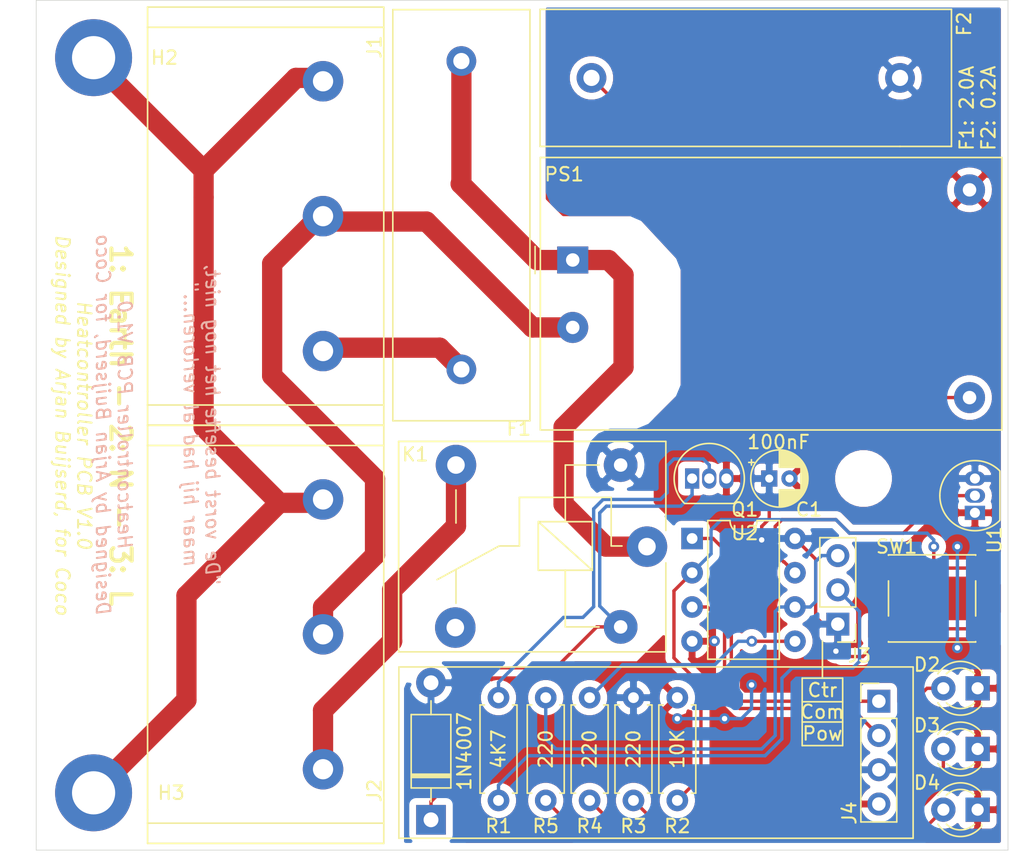
<source format=kicad_pcb>
(kicad_pcb (version 20171130) (host pcbnew "(5.1.5)-3")

  (general
    (thickness 1.6)
    (drawings 23)
    (tracks 193)
    (zones 0)
    (modules 25)
    (nets 22)
  )

  (page A4)
  (layers
    (0 F.Cu signal)
    (31 B.Cu signal)
    (32 B.Adhes user)
    (33 F.Adhes user)
    (34 B.Paste user)
    (35 F.Paste user)
    (36 B.SilkS user)
    (37 F.SilkS user)
    (38 B.Mask user)
    (39 F.Mask user)
    (40 Dwgs.User user)
    (41 Cmts.User user)
    (42 Eco1.User user)
    (43 Eco2.User user)
    (44 Edge.Cuts user)
    (45 Margin user)
    (46 B.CrtYd user)
    (47 F.CrtYd user)
    (48 B.Fab user)
    (49 F.Fab user)
  )

  (setup
    (last_trace_width 0.25)
    (user_trace_width 1.5)
    (trace_clearance 0.2)
    (zone_clearance 0.508)
    (zone_45_only no)
    (trace_min 0.2)
    (via_size 0.8)
    (via_drill 0.4)
    (via_min_size 0.4)
    (via_min_drill 0.3)
    (uvia_size 0.3)
    (uvia_drill 0.1)
    (uvias_allowed no)
    (uvia_min_size 0.2)
    (uvia_min_drill 0.1)
    (edge_width 0.05)
    (segment_width 0.2)
    (pcb_text_width 0.3)
    (pcb_text_size 1.5 1.5)
    (mod_edge_width 0.12)
    (mod_text_size 1 1)
    (mod_text_width 0.15)
    (pad_size 1.524 1.524)
    (pad_drill 0.762)
    (pad_to_mask_clearance 0.051)
    (solder_mask_min_width 0.25)
    (aux_axis_origin 0 0)
    (visible_elements 7FFFFFFF)
    (pcbplotparams
      (layerselection 0x010fc_ffffffff)
      (usegerberextensions false)
      (usegerberattributes false)
      (usegerberadvancedattributes false)
      (creategerberjobfile false)
      (excludeedgelayer true)
      (linewidth 0.100000)
      (plotframeref false)
      (viasonmask false)
      (mode 1)
      (useauxorigin false)
      (hpglpennumber 1)
      (hpglpenspeed 20)
      (hpglpendiameter 15.000000)
      (psnegative false)
      (psa4output false)
      (plotreference true)
      (plotvalue true)
      (plotinvisibletext false)
      (padsonsilk false)
      (subtractmaskfromsilk false)
      (outputformat 1)
      (mirror false)
      (drillshape 1)
      (scaleselection 1)
      (outputdirectory ""))
  )

  (net 0 "")
  (net 1 GND)
  (net 2 "Net-(D1-Pad1)")
  (net 3 "Net-(D2-Pad2)")
  (net 4 "Net-(D3-Pad2)")
  (net 5 "Net-(D4-Pad2)")
  (net 6 "Net-(F1-Pad2)")
  (net 7 "Net-(F1-Pad1)")
  (net 8 "Net-(F2-Pad2)")
  (net 9 "Net-(J1-Pad2)")
  (net 10 "Net-(J2-Pad3)")
  (net 11 "Net-(J3-Pad2)")
  (net 12 /RelayControl)
  (net 13 /SDA)
  (net 14 /SCL)
  (net 15 "Net-(K1-Pad4)")
  (net 16 "Net-(Q1-Pad2)")
  (net 17 /ButtonPin)
  (net 18 /LEDControl)
  (net 19 /Temp)
  (net 20 +5V)
  (net 21 "Net-(H2-Pad1)")

  (net_class Default "This is the default net class."
    (clearance 0.2)
    (trace_width 0.25)
    (via_dia 0.8)
    (via_drill 0.4)
    (uvia_dia 0.3)
    (uvia_drill 0.1)
    (add_net +5V)
    (add_net /ButtonPin)
    (add_net /LEDControl)
    (add_net /RelayControl)
    (add_net /SCL)
    (add_net /SDA)
    (add_net /Temp)
    (add_net GND)
    (add_net "Net-(D1-Pad1)")
    (add_net "Net-(D2-Pad2)")
    (add_net "Net-(D3-Pad2)")
    (add_net "Net-(D4-Pad2)")
    (add_net "Net-(F1-Pad1)")
    (add_net "Net-(F1-Pad2)")
    (add_net "Net-(F2-Pad2)")
    (add_net "Net-(H2-Pad1)")
    (add_net "Net-(J1-Pad2)")
    (add_net "Net-(J2-Pad3)")
    (add_net "Net-(J3-Pad2)")
    (add_net "Net-(K1-Pad4)")
    (add_net "Net-(Q1-Pad2)")
  )

  (module TerminalBlock:ScrewTerminal_01x03_HeavyDuty (layer F.Cu) (tedit 5F7B4A77) (tstamp 5F73E819)
    (at 129.5 109.5 270)
    (path /5EB6DE4E)
    (fp_text reference J2 (at 21.59 -3.81 90) (layer F.SilkS)
      (effects (font (size 1 1) (thickness 0.15)))
    )
    (fp_text value Screw_Terminal_01x03 (at 9.5 2.5 90) (layer F.Fab)
      (effects (font (size 1 1) (thickness 0.15)))
    )
    (fp_line (start -5.5 13) (end -4 13) (layer F.SilkS) (width 0.12))
    (fp_line (start -5.5 -4.5) (end -5.5 13) (layer F.SilkS) (width 0.12))
    (fp_line (start -4 -4.5) (end -5.5 -4.5) (layer F.SilkS) (width 0.12))
    (fp_line (start 25.5 13) (end 24 13) (layer F.SilkS) (width 0.12))
    (fp_line (start 25.5 -4.5) (end 25.5 13) (layer F.SilkS) (width 0.12))
    (fp_line (start 24 -4.5) (end 25.5 -4.5) (layer F.SilkS) (width 0.12))
    (fp_line (start -4 13) (end -4 -4.5) (layer F.SilkS) (width 0.12))
    (fp_line (start 24 -4.5) (end 24 13) (layer F.SilkS) (width 0.12))
    (fp_line (start -4 -4.5) (end 23 -4.5) (layer F.SilkS) (width 0.12))
    (fp_line (start 23 13) (end -4 13) (layer F.SilkS) (width 0.12))
    (fp_line (start 23 -4.5) (end 24 -4.5) (layer F.SilkS) (width 0.12))
    (fp_line (start 24 13) (end 23 13) (layer F.SilkS) (width 0.12))
    (pad 1 thru_hole circle (at 0 0 270) (size 3 3) (drill 1.5) (layers *.Cu *.Mask)
      (net 21 "Net-(H2-Pad1)"))
    (pad 2 thru_hole circle (at 10 0 270) (size 3 3) (drill 1.5) (layers *.Cu *.Mask)
      (net 9 "Net-(J1-Pad2)"))
    (pad 3 thru_hole circle (at 20 0 270) (size 3 3) (drill 1.5) (layers *.Cu *.Mask)
      (net 10 "Net-(J2-Pad3)"))
  )

  (module TerminalBlock:ScrewTerminal_01x03_HeavyDuty (layer F.Cu) (tedit 5F7B4A77) (tstamp 5F73E80D)
    (at 129.5 78.5 270)
    (path /5EB6CBB1)
    (fp_text reference J1 (at -2.54 -3.81 90) (layer F.SilkS)
      (effects (font (size 1 1) (thickness 0.15)))
    )
    (fp_text value Screw_Terminal_01x03 (at 9.5 2.5 90) (layer F.Fab)
      (effects (font (size 1 1) (thickness 0.15)))
    )
    (fp_line (start -5.5 13) (end -4 13) (layer F.SilkS) (width 0.12))
    (fp_line (start -5.5 -4.5) (end -5.5 13) (layer F.SilkS) (width 0.12))
    (fp_line (start -4 -4.5) (end -5.5 -4.5) (layer F.SilkS) (width 0.12))
    (fp_line (start 25.5 13) (end 24 13) (layer F.SilkS) (width 0.12))
    (fp_line (start 25.5 -4.5) (end 25.5 13) (layer F.SilkS) (width 0.12))
    (fp_line (start 24 -4.5) (end 25.5 -4.5) (layer F.SilkS) (width 0.12))
    (fp_line (start -4 13) (end -4 -4.5) (layer F.SilkS) (width 0.12))
    (fp_line (start 24 -4.5) (end 24 13) (layer F.SilkS) (width 0.12))
    (fp_line (start -4 -4.5) (end 23 -4.5) (layer F.SilkS) (width 0.12))
    (fp_line (start 23 13) (end -4 13) (layer F.SilkS) (width 0.12))
    (fp_line (start 23 -4.5) (end 24 -4.5) (layer F.SilkS) (width 0.12))
    (fp_line (start 24 13) (end 23 13) (layer F.SilkS) (width 0.12))
    (pad 1 thru_hole circle (at 0 0 270) (size 3 3) (drill 1.5) (layers *.Cu *.Mask)
      (net 21 "Net-(H2-Pad1)"))
    (pad 2 thru_hole circle (at 10 0 270) (size 3 3) (drill 1.5) (layers *.Cu *.Mask)
      (net 9 "Net-(J1-Pad2)"))
    (pad 3 thru_hole circle (at 20 0 270) (size 3 3) (drill 1.5) (layers *.Cu *.Mask)
      (net 6 "Net-(F1-Pad2)"))
  )

  (module Button_Switch_SMD:SW_Push_1P1T_NO_6x6mm_H9.5mm (layer F.Cu) (tedit 5CA1CA7F) (tstamp 5F7B6761)
    (at 174.625 116.84 180)
    (descr "tactile push button, 6x6mm e.g. PTS645xx series, height=9.5mm")
    (tags "tact sw push 6mm smd")
    (path /5F75962F)
    (attr smd)
    (fp_text reference SW1 (at 2.625 3.84) (layer F.SilkS)
      (effects (font (size 1 1) (thickness 0.15)))
    )
    (fp_text value SW_Push (at 0 4.15) (layer F.Fab)
      (effects (font (size 1 1) (thickness 0.15)))
    )
    (fp_circle (center 0 0) (end 1.75 -0.05) (layer F.Fab) (width 0.1))
    (fp_line (start -3.23 3.23) (end 3.23 3.23) (layer F.SilkS) (width 0.12))
    (fp_line (start -3.23 -1.3) (end -3.23 1.3) (layer F.SilkS) (width 0.12))
    (fp_line (start -3.23 -3.23) (end 3.23 -3.23) (layer F.SilkS) (width 0.12))
    (fp_line (start 3.23 -1.3) (end 3.23 1.3) (layer F.SilkS) (width 0.12))
    (fp_line (start -3.23 -3.2) (end -3.23 -3.23) (layer F.SilkS) (width 0.12))
    (fp_line (start -3.23 3.23) (end -3.23 3.2) (layer F.SilkS) (width 0.12))
    (fp_line (start 3.23 3.23) (end 3.23 3.2) (layer F.SilkS) (width 0.12))
    (fp_line (start 3.23 -3.23) (end 3.23 -3.2) (layer F.SilkS) (width 0.12))
    (fp_line (start -5 -3.25) (end 5 -3.25) (layer F.CrtYd) (width 0.05))
    (fp_line (start -5 3.25) (end 5 3.25) (layer F.CrtYd) (width 0.05))
    (fp_line (start -5 -3.25) (end -5 3.25) (layer F.CrtYd) (width 0.05))
    (fp_line (start 5 3.25) (end 5 -3.25) (layer F.CrtYd) (width 0.05))
    (fp_line (start 3 -3) (end -3 -3) (layer F.Fab) (width 0.1))
    (fp_line (start 3 3) (end 3 -3) (layer F.Fab) (width 0.1))
    (fp_line (start -3 3) (end 3 3) (layer F.Fab) (width 0.1))
    (fp_line (start -3 -3) (end -3 3) (layer F.Fab) (width 0.1))
    (fp_text user %R (at 0 -4.05) (layer F.Fab)
      (effects (font (size 1 1) (thickness 0.15)))
    )
    (pad 2 smd rect (at 3.975 2.25 180) (size 1.55 1.3) (layers F.Cu F.Paste F.Mask)
      (net 17 /ButtonPin))
    (pad 1 smd rect (at 3.975 -2.25 180) (size 1.55 1.3) (layers F.Cu F.Paste F.Mask)
      (net 20 +5V))
    (pad 1 smd rect (at -3.975 -2.25 180) (size 1.55 1.3) (layers F.Cu F.Paste F.Mask)
      (net 20 +5V))
    (pad 2 smd rect (at -3.975 2.25 180) (size 1.55 1.3) (layers F.Cu F.Paste F.Mask)
      (net 17 /ButtonPin))
    (model ${KISYS3DMOD}/Button_Switch_SMD.3dshapes/SW_PUSH_6mm_H9.5mm.wrl
      (at (xyz 0 0 0))
      (scale (xyz 1 1 1))
      (rotate (xyz 0 0 0))
    )
  )

  (module Converter_ACDC:Converter_ACDC_HiLink_HLK-PMxx (layer F.Cu) (tedit 5C1AC1CD) (tstamp 5F73E88A)
    (at 148 91.75)
    (descr "ACDC-Converter, 3W, HiLink, HLK-PMxx, THT, http://www.hlktech.net/product_detail.php?ProId=54")
    (tags "ACDC-Converter 3W THT HiLink board mount module")
    (path /5EB3E3DE)
    (fp_text reference PS1 (at -0.635 -6.35 180) (layer F.SilkS)
      (effects (font (size 1 1) (thickness 0.15)))
    )
    (fp_text value HLK-PM01 (at 15.79 13.85) (layer F.Fab)
      (effects (font (size 1 1) (thickness 0.15)))
    )
    (fp_line (start -2.79 -1) (end -2.79 1.01) (layer F.SilkS) (width 0.12))
    (fp_line (start 31.8 -7.6) (end -2.4 -7.6) (layer F.SilkS) (width 0.12))
    (fp_line (start 31.8 12.6) (end 31.8 -7.6) (layer F.SilkS) (width 0.12))
    (fp_line (start -2.4 12.6) (end 31.8 12.6) (layer F.SilkS) (width 0.12))
    (fp_line (start -2.4 -7.6) (end -2.4 12.6) (layer F.SilkS) (width 0.12))
    (fp_line (start -2.55 -7.75) (end -2.55 12.75) (layer F.CrtYd) (width 0.05))
    (fp_line (start 31.95 -7.75) (end -2.55 -7.75) (layer F.CrtYd) (width 0.05))
    (fp_line (start 31.95 12.75) (end 31.95 -7.75) (layer F.CrtYd) (width 0.05))
    (fp_line (start -2.55 12.75) (end 31.95 12.75) (layer F.CrtYd) (width 0.05))
    (fp_line (start -2.3 -1) (end -2.3 -7.5) (layer F.Fab) (width 0.1))
    (fp_line (start -2.29 -1) (end -1.29 0) (layer F.Fab) (width 0.1))
    (fp_line (start -1.29 0) (end -2.29 1) (layer F.Fab) (width 0.1))
    (fp_text user %R (at 14.68 1.17) (layer F.Fab)
      (effects (font (size 1 1) (thickness 0.15)))
    )
    (fp_line (start -2.3 -7.5) (end 31.7 -7.5) (layer F.Fab) (width 0.1))
    (fp_line (start -2.3 12.5) (end -2.3 0.99) (layer F.Fab) (width 0.1))
    (fp_line (start 31.7 12.5) (end 31.7 -7.5) (layer F.Fab) (width 0.1))
    (fp_line (start -2.3 12.5) (end 31.7 12.5) (layer F.Fab) (width 0.1))
    (pad 4 thru_hole circle (at 29.4 10.2) (size 2.3 2.3) (drill 1) (layers *.Cu *.Mask)
      (net 8 "Net-(F2-Pad2)"))
    (pad 2 thru_hole circle (at 0 5) (size 2.3 2.3) (drill 1) (layers *.Cu *.Mask)
      (net 9 "Net-(J1-Pad2)"))
    (pad 1 thru_hole rect (at 0 0) (size 2.3 2) (drill 1) (layers *.Cu *.Mask)
      (net 7 "Net-(F1-Pad1)"))
    (pad 3 thru_hole circle (at 29.4 -5.2) (size 2.3 2.3) (drill 1) (layers *.Cu *.Mask)
      (net 1 GND))
    (model ${KISYS3DMOD}/Converter_ACDC.3dshapes/Converter_ACDC_HiLink_HLK-PMxx.wrl
      (at (xyz 0 0 0))
      (scale (xyz 1 1 1))
      (rotate (xyz 0 0 0))
    )
  )

  (module MountingHole:MountingHole_3.2mm_M3_ISO7380_Pad (layer F.Cu) (tedit 56D1B4CB) (tstamp 5F7B2920)
    (at 112.5 131.25)
    (descr "Mounting Hole 3.2mm, M3, ISO7380")
    (tags "mounting hole 3.2mm m3 iso7380")
    (path /5F80B80B)
    (attr virtual)
    (fp_text reference H3 (at 5.75 0) (layer F.SilkS)
      (effects (font (size 1 1) (thickness 0.15)))
    )
    (fp_text value MountingHole_Pad (at 0 4.5) (layer F.Fab)
      (effects (font (size 1 1) (thickness 0.15)))
    )
    (fp_circle (center 0 0) (end 3.1 0) (layer F.CrtYd) (width 0.05))
    (fp_circle (center 0 0) (end 2.85 0) (layer Cmts.User) (width 0.15))
    (fp_text user %R (at 0.3 0) (layer F.Fab)
      (effects (font (size 1 1) (thickness 0.15)))
    )
    (pad 1 thru_hole circle (at 0 0) (size 5.7 5.7) (drill 3.2) (layers *.Cu *.Mask)
      (net 21 "Net-(H2-Pad1)"))
  )

  (module MountingHole:MountingHole_3.2mm_M3_ISO7380_Pad (layer F.Cu) (tedit 56D1B4CB) (tstamp 5F7B2918)
    (at 112.5 76.75)
    (descr "Mounting Hole 3.2mm, M3, ISO7380")
    (tags "mounting hole 3.2mm m3 iso7380")
    (path /5F80AD11)
    (attr virtual)
    (fp_text reference H2 (at 5.25 0) (layer F.SilkS)
      (effects (font (size 1 1) (thickness 0.15)))
    )
    (fp_text value MountingHole_Pad (at 0 3.85) (layer F.Fab)
      (effects (font (size 1 1) (thickness 0.15)))
    )
    (fp_circle (center 0 0) (end 3.1 0) (layer F.CrtYd) (width 0.05))
    (fp_circle (center 0 0) (end 2.85 0) (layer Cmts.User) (width 0.15))
    (fp_text user %R (at 0.3 0) (layer F.Fab)
      (effects (font (size 1 1) (thickness 0.15)))
    )
    (pad 1 thru_hole circle (at 0 0) (size 5.7 5.7) (drill 3.2) (layers *.Cu *.Mask)
      (net 21 "Net-(H2-Pad1)"))
  )

  (module MountingHole:MountingHole_3.2mm_M3_ISO7380 (layer F.Cu) (tedit 56D1B4CB) (tstamp 5F7B2910)
    (at 169.545 107.95)
    (descr "Mounting Hole 3.2mm, no annular, M3, ISO7380")
    (tags "mounting hole 3.2mm no annular m3 iso7380")
    (path /5F81BC69)
    (attr virtual)
    (fp_text reference H1 (at 3.34 -2.28) (layer F.Fab)
      (effects (font (size 1 1) (thickness 0.15)))
    )
    (fp_text value MountingHole (at 0 3.85) (layer F.Fab)
      (effects (font (size 1 1) (thickness 0.15)))
    )
    (fp_circle (center 0 0) (end 3.1 0) (layer F.CrtYd) (width 0.05))
    (fp_circle (center 0 0) (end 2.85 0) (layer Cmts.User) (width 0.15))
    (fp_text user %R (at 0.3 0) (layer F.Fab)
      (effects (font (size 1 1) (thickness 0.15)))
    )
    (pad 1 np_thru_hole circle (at 0 0) (size 3.2 3.2) (drill 3.2) (layers *.Cu *.Mask))
  )

  (module Capacitor_THT:CP_Radial_D4.0mm_P1.50mm (layer F.Cu) (tedit 5AE50EF0) (tstamp 5F73E793)
    (at 162.56 107.95)
    (descr "CP, Radial series, Radial, pin pitch=1.50mm, , diameter=4mm, Electrolytic Capacitor")
    (tags "CP Radial series Radial pin pitch 1.50mm  diameter 4mm Electrolytic Capacitor")
    (path /5EB95680)
    (fp_text reference C1 (at 2.94 2.3) (layer F.SilkS)
      (effects (font (size 1 1) (thickness 0.15)))
    )
    (fp_text value 100nF (at 0.69 -2.7) (layer F.SilkS)
      (effects (font (size 1 1) (thickness 0.15)))
    )
    (fp_text user %R (at 0.75 0) (layer F.Fab)
      (effects (font (size 0.8 0.8) (thickness 0.12)))
    )
    (fp_line (start -1.319801 -1.395) (end -1.319801 -0.995) (layer F.SilkS) (width 0.12))
    (fp_line (start -1.519801 -1.195) (end -1.119801 -1.195) (layer F.SilkS) (width 0.12))
    (fp_line (start 2.831 -0.37) (end 2.831 0.37) (layer F.SilkS) (width 0.12))
    (fp_line (start 2.791 -0.537) (end 2.791 0.537) (layer F.SilkS) (width 0.12))
    (fp_line (start 2.751 -0.664) (end 2.751 0.664) (layer F.SilkS) (width 0.12))
    (fp_line (start 2.711 -0.768) (end 2.711 0.768) (layer F.SilkS) (width 0.12))
    (fp_line (start 2.671 -0.859) (end 2.671 0.859) (layer F.SilkS) (width 0.12))
    (fp_line (start 2.631 -0.94) (end 2.631 0.94) (layer F.SilkS) (width 0.12))
    (fp_line (start 2.591 -1.013) (end 2.591 1.013) (layer F.SilkS) (width 0.12))
    (fp_line (start 2.551 -1.08) (end 2.551 1.08) (layer F.SilkS) (width 0.12))
    (fp_line (start 2.511 -1.142) (end 2.511 1.142) (layer F.SilkS) (width 0.12))
    (fp_line (start 2.471 -1.2) (end 2.471 1.2) (layer F.SilkS) (width 0.12))
    (fp_line (start 2.431 -1.254) (end 2.431 1.254) (layer F.SilkS) (width 0.12))
    (fp_line (start 2.391 -1.304) (end 2.391 1.304) (layer F.SilkS) (width 0.12))
    (fp_line (start 2.351 -1.351) (end 2.351 1.351) (layer F.SilkS) (width 0.12))
    (fp_line (start 2.311 0.84) (end 2.311 1.396) (layer F.SilkS) (width 0.12))
    (fp_line (start 2.311 -1.396) (end 2.311 -0.84) (layer F.SilkS) (width 0.12))
    (fp_line (start 2.271 0.84) (end 2.271 1.438) (layer F.SilkS) (width 0.12))
    (fp_line (start 2.271 -1.438) (end 2.271 -0.84) (layer F.SilkS) (width 0.12))
    (fp_line (start 2.231 0.84) (end 2.231 1.478) (layer F.SilkS) (width 0.12))
    (fp_line (start 2.231 -1.478) (end 2.231 -0.84) (layer F.SilkS) (width 0.12))
    (fp_line (start 2.191 0.84) (end 2.191 1.516) (layer F.SilkS) (width 0.12))
    (fp_line (start 2.191 -1.516) (end 2.191 -0.84) (layer F.SilkS) (width 0.12))
    (fp_line (start 2.151 0.84) (end 2.151 1.552) (layer F.SilkS) (width 0.12))
    (fp_line (start 2.151 -1.552) (end 2.151 -0.84) (layer F.SilkS) (width 0.12))
    (fp_line (start 2.111 0.84) (end 2.111 1.587) (layer F.SilkS) (width 0.12))
    (fp_line (start 2.111 -1.587) (end 2.111 -0.84) (layer F.SilkS) (width 0.12))
    (fp_line (start 2.071 0.84) (end 2.071 1.619) (layer F.SilkS) (width 0.12))
    (fp_line (start 2.071 -1.619) (end 2.071 -0.84) (layer F.SilkS) (width 0.12))
    (fp_line (start 2.031 0.84) (end 2.031 1.65) (layer F.SilkS) (width 0.12))
    (fp_line (start 2.031 -1.65) (end 2.031 -0.84) (layer F.SilkS) (width 0.12))
    (fp_line (start 1.991 0.84) (end 1.991 1.68) (layer F.SilkS) (width 0.12))
    (fp_line (start 1.991 -1.68) (end 1.991 -0.84) (layer F.SilkS) (width 0.12))
    (fp_line (start 1.951 0.84) (end 1.951 1.708) (layer F.SilkS) (width 0.12))
    (fp_line (start 1.951 -1.708) (end 1.951 -0.84) (layer F.SilkS) (width 0.12))
    (fp_line (start 1.911 0.84) (end 1.911 1.735) (layer F.SilkS) (width 0.12))
    (fp_line (start 1.911 -1.735) (end 1.911 -0.84) (layer F.SilkS) (width 0.12))
    (fp_line (start 1.871 0.84) (end 1.871 1.76) (layer F.SilkS) (width 0.12))
    (fp_line (start 1.871 -1.76) (end 1.871 -0.84) (layer F.SilkS) (width 0.12))
    (fp_line (start 1.831 0.84) (end 1.831 1.785) (layer F.SilkS) (width 0.12))
    (fp_line (start 1.831 -1.785) (end 1.831 -0.84) (layer F.SilkS) (width 0.12))
    (fp_line (start 1.791 0.84) (end 1.791 1.808) (layer F.SilkS) (width 0.12))
    (fp_line (start 1.791 -1.808) (end 1.791 -0.84) (layer F.SilkS) (width 0.12))
    (fp_line (start 1.751 0.84) (end 1.751 1.83) (layer F.SilkS) (width 0.12))
    (fp_line (start 1.751 -1.83) (end 1.751 -0.84) (layer F.SilkS) (width 0.12))
    (fp_line (start 1.711 0.84) (end 1.711 1.851) (layer F.SilkS) (width 0.12))
    (fp_line (start 1.711 -1.851) (end 1.711 -0.84) (layer F.SilkS) (width 0.12))
    (fp_line (start 1.671 0.84) (end 1.671 1.87) (layer F.SilkS) (width 0.12))
    (fp_line (start 1.671 -1.87) (end 1.671 -0.84) (layer F.SilkS) (width 0.12))
    (fp_line (start 1.631 0.84) (end 1.631 1.889) (layer F.SilkS) (width 0.12))
    (fp_line (start 1.631 -1.889) (end 1.631 -0.84) (layer F.SilkS) (width 0.12))
    (fp_line (start 1.591 0.84) (end 1.591 1.907) (layer F.SilkS) (width 0.12))
    (fp_line (start 1.591 -1.907) (end 1.591 -0.84) (layer F.SilkS) (width 0.12))
    (fp_line (start 1.551 0.84) (end 1.551 1.924) (layer F.SilkS) (width 0.12))
    (fp_line (start 1.551 -1.924) (end 1.551 -0.84) (layer F.SilkS) (width 0.12))
    (fp_line (start 1.511 0.84) (end 1.511 1.94) (layer F.SilkS) (width 0.12))
    (fp_line (start 1.511 -1.94) (end 1.511 -0.84) (layer F.SilkS) (width 0.12))
    (fp_line (start 1.471 0.84) (end 1.471 1.954) (layer F.SilkS) (width 0.12))
    (fp_line (start 1.471 -1.954) (end 1.471 -0.84) (layer F.SilkS) (width 0.12))
    (fp_line (start 1.43 0.84) (end 1.43 1.968) (layer F.SilkS) (width 0.12))
    (fp_line (start 1.43 -1.968) (end 1.43 -0.84) (layer F.SilkS) (width 0.12))
    (fp_line (start 1.39 0.84) (end 1.39 1.982) (layer F.SilkS) (width 0.12))
    (fp_line (start 1.39 -1.982) (end 1.39 -0.84) (layer F.SilkS) (width 0.12))
    (fp_line (start 1.35 0.84) (end 1.35 1.994) (layer F.SilkS) (width 0.12))
    (fp_line (start 1.35 -1.994) (end 1.35 -0.84) (layer F.SilkS) (width 0.12))
    (fp_line (start 1.31 0.84) (end 1.31 2.005) (layer F.SilkS) (width 0.12))
    (fp_line (start 1.31 -2.005) (end 1.31 -0.84) (layer F.SilkS) (width 0.12))
    (fp_line (start 1.27 0.84) (end 1.27 2.016) (layer F.SilkS) (width 0.12))
    (fp_line (start 1.27 -2.016) (end 1.27 -0.84) (layer F.SilkS) (width 0.12))
    (fp_line (start 1.23 0.84) (end 1.23 2.025) (layer F.SilkS) (width 0.12))
    (fp_line (start 1.23 -2.025) (end 1.23 -0.84) (layer F.SilkS) (width 0.12))
    (fp_line (start 1.19 0.84) (end 1.19 2.034) (layer F.SilkS) (width 0.12))
    (fp_line (start 1.19 -2.034) (end 1.19 -0.84) (layer F.SilkS) (width 0.12))
    (fp_line (start 1.15 0.84) (end 1.15 2.042) (layer F.SilkS) (width 0.12))
    (fp_line (start 1.15 -2.042) (end 1.15 -0.84) (layer F.SilkS) (width 0.12))
    (fp_line (start 1.11 0.84) (end 1.11 2.05) (layer F.SilkS) (width 0.12))
    (fp_line (start 1.11 -2.05) (end 1.11 -0.84) (layer F.SilkS) (width 0.12))
    (fp_line (start 1.07 0.84) (end 1.07 2.056) (layer F.SilkS) (width 0.12))
    (fp_line (start 1.07 -2.056) (end 1.07 -0.84) (layer F.SilkS) (width 0.12))
    (fp_line (start 1.03 0.84) (end 1.03 2.062) (layer F.SilkS) (width 0.12))
    (fp_line (start 1.03 -2.062) (end 1.03 -0.84) (layer F.SilkS) (width 0.12))
    (fp_line (start 0.99 0.84) (end 0.99 2.067) (layer F.SilkS) (width 0.12))
    (fp_line (start 0.99 -2.067) (end 0.99 -0.84) (layer F.SilkS) (width 0.12))
    (fp_line (start 0.95 0.84) (end 0.95 2.071) (layer F.SilkS) (width 0.12))
    (fp_line (start 0.95 -2.071) (end 0.95 -0.84) (layer F.SilkS) (width 0.12))
    (fp_line (start 0.91 0.84) (end 0.91 2.074) (layer F.SilkS) (width 0.12))
    (fp_line (start 0.91 -2.074) (end 0.91 -0.84) (layer F.SilkS) (width 0.12))
    (fp_line (start 0.87 0.84) (end 0.87 2.077) (layer F.SilkS) (width 0.12))
    (fp_line (start 0.87 -2.077) (end 0.87 -0.84) (layer F.SilkS) (width 0.12))
    (fp_line (start 0.83 -2.079) (end 0.83 -0.84) (layer F.SilkS) (width 0.12))
    (fp_line (start 0.83 0.84) (end 0.83 2.079) (layer F.SilkS) (width 0.12))
    (fp_line (start 0.79 -2.08) (end 0.79 -0.84) (layer F.SilkS) (width 0.12))
    (fp_line (start 0.79 0.84) (end 0.79 2.08) (layer F.SilkS) (width 0.12))
    (fp_line (start 0.75 -2.08) (end 0.75 -0.84) (layer F.SilkS) (width 0.12))
    (fp_line (start 0.75 0.84) (end 0.75 2.08) (layer F.SilkS) (width 0.12))
    (fp_line (start -0.752554 -1.0675) (end -0.752554 -0.6675) (layer F.Fab) (width 0.1))
    (fp_line (start -0.952554 -0.8675) (end -0.552554 -0.8675) (layer F.Fab) (width 0.1))
    (fp_circle (center 0.75 0) (end 3 0) (layer F.CrtYd) (width 0.05))
    (fp_circle (center 0.75 0) (end 2.87 0) (layer F.SilkS) (width 0.12))
    (fp_circle (center 0.75 0) (end 2.75 0) (layer F.Fab) (width 0.1))
    (pad 2 thru_hole circle (at 1.5 0) (size 1.2 1.2) (drill 0.6) (layers *.Cu *.Mask)
      (net 1 GND))
    (pad 1 thru_hole rect (at 0 0) (size 1.2 1.2) (drill 0.6) (layers *.Cu *.Mask)
      (net 20 +5V))
    (model ${KISYS3DMOD}/Capacitor_THT.3dshapes/CP_Radial_D4.0mm_P1.50mm.wrl
      (at (xyz 0 0 0))
      (scale (xyz 1 1 1))
      (rotate (xyz 0 0 0))
    )
  )

  (module Diode_THT:D_DO-41_SOD81_P10.16mm_Horizontal (layer F.Cu) (tedit 5AE50CD5) (tstamp 5F73E7B2)
    (at 137.5 133.25 90)
    (descr "Diode, DO-41_SOD81 series, Axial, Horizontal, pin pitch=10.16mm, , length*diameter=5.2*2.7mm^2, , http://www.diodes.com/_files/packages/DO-41%20(Plastic).pdf")
    (tags "Diode DO-41_SOD81 series Axial Horizontal pin pitch 10.16mm  length 5.2mm diameter 2.7mm")
    (path /5EB6F0D1)
    (fp_text reference D1 (at 10.8 2.23 90) (layer F.Fab)
      (effects (font (size 1 1) (thickness 0.15)))
    )
    (fp_text value 1N4007 (at 5.08 2.47 90) (layer F.SilkS)
      (effects (font (size 1 1) (thickness 0.15)))
    )
    (fp_text user K (at 0 -2.1 90) (layer F.Fab)
      (effects (font (size 1 1) (thickness 0.15)))
    )
    (fp_text user K (at 0 -2.1 90) (layer F.Fab)
      (effects (font (size 1 1) (thickness 0.15)))
    )
    (fp_text user %R (at 5.08 0 90) (layer F.Fab)
      (effects (font (size 1 1) (thickness 0.15)))
    )
    (fp_line (start 11.51 -1.6) (end -1.35 -1.6) (layer F.CrtYd) (width 0.05))
    (fp_line (start 11.51 1.6) (end 11.51 -1.6) (layer F.CrtYd) (width 0.05))
    (fp_line (start -1.35 1.6) (end 11.51 1.6) (layer F.CrtYd) (width 0.05))
    (fp_line (start -1.35 -1.6) (end -1.35 1.6) (layer F.CrtYd) (width 0.05))
    (fp_line (start 3.14 -1.47) (end 3.14 1.47) (layer F.SilkS) (width 0.12))
    (fp_line (start 3.38 -1.47) (end 3.38 1.47) (layer F.SilkS) (width 0.12))
    (fp_line (start 3.26 -1.47) (end 3.26 1.47) (layer F.SilkS) (width 0.12))
    (fp_line (start 8.82 0) (end 7.8 0) (layer F.SilkS) (width 0.12))
    (fp_line (start 1.34 0) (end 2.36 0) (layer F.SilkS) (width 0.12))
    (fp_line (start 7.8 -1.47) (end 2.36 -1.47) (layer F.SilkS) (width 0.12))
    (fp_line (start 7.8 1.47) (end 7.8 -1.47) (layer F.SilkS) (width 0.12))
    (fp_line (start 2.36 1.47) (end 7.8 1.47) (layer F.SilkS) (width 0.12))
    (fp_line (start 2.36 -1.47) (end 2.36 1.47) (layer F.SilkS) (width 0.12))
    (fp_line (start 3.16 -1.35) (end 3.16 1.35) (layer F.Fab) (width 0.1))
    (fp_line (start 3.36 -1.35) (end 3.36 1.35) (layer F.Fab) (width 0.1))
    (fp_line (start 3.26 -1.35) (end 3.26 1.35) (layer F.Fab) (width 0.1))
    (fp_line (start 10.16 0) (end 7.68 0) (layer F.Fab) (width 0.1))
    (fp_line (start 0 0) (end 2.48 0) (layer F.Fab) (width 0.1))
    (fp_line (start 7.68 -1.35) (end 2.48 -1.35) (layer F.Fab) (width 0.1))
    (fp_line (start 7.68 1.35) (end 7.68 -1.35) (layer F.Fab) (width 0.1))
    (fp_line (start 2.48 1.35) (end 7.68 1.35) (layer F.Fab) (width 0.1))
    (fp_line (start 2.48 -1.35) (end 2.48 1.35) (layer F.Fab) (width 0.1))
    (pad 2 thru_hole oval (at 10.16 0 90) (size 2.2 2.2) (drill 1.1) (layers *.Cu *.Mask)
      (net 20 +5V))
    (pad 1 thru_hole rect (at 0 0 90) (size 2.2 2.2) (drill 1.1) (layers *.Cu *.Mask)
      (net 2 "Net-(D1-Pad1)"))
    (model ${KISYS3DMOD}/Diode_THT.3dshapes/D_DO-41_SOD81_P10.16mm_Horizontal.wrl
      (at (xyz 0 0 0))
      (scale (xyz 1 1 1))
      (rotate (xyz 0 0 0))
    )
  )

  (module LED_THT:LED_D3.0mm (layer F.Cu) (tedit 587A3A7B) (tstamp 5F73E7C5)
    (at 178 123.5 180)
    (descr "LED, diameter 3.0mm, 2 pins")
    (tags "LED diameter 3.0mm 2 pins")
    (path /5EB3CF9A)
    (fp_text reference D2 (at 3.75 1.75) (layer F.SilkS)
      (effects (font (size 1 1) (thickness 0.15)))
    )
    (fp_text value Green (at 1.27 2.96) (layer F.Fab)
      (effects (font (size 1 1) (thickness 0.15)))
    )
    (fp_line (start 3.7 -2.25) (end -1.15 -2.25) (layer F.CrtYd) (width 0.05))
    (fp_line (start 3.7 2.25) (end 3.7 -2.25) (layer F.CrtYd) (width 0.05))
    (fp_line (start -1.15 2.25) (end 3.7 2.25) (layer F.CrtYd) (width 0.05))
    (fp_line (start -1.15 -2.25) (end -1.15 2.25) (layer F.CrtYd) (width 0.05))
    (fp_line (start -0.29 1.08) (end -0.29 1.236) (layer F.SilkS) (width 0.12))
    (fp_line (start -0.29 -1.236) (end -0.29 -1.08) (layer F.SilkS) (width 0.12))
    (fp_line (start -0.23 -1.16619) (end -0.23 1.16619) (layer F.Fab) (width 0.1))
    (fp_circle (center 1.27 0) (end 2.77 0) (layer F.Fab) (width 0.1))
    (fp_arc (start 1.27 0) (end 0.229039 1.08) (angle -87.9) (layer F.SilkS) (width 0.12))
    (fp_arc (start 1.27 0) (end 0.229039 -1.08) (angle 87.9) (layer F.SilkS) (width 0.12))
    (fp_arc (start 1.27 0) (end -0.29 1.235516) (angle -108.8) (layer F.SilkS) (width 0.12))
    (fp_arc (start 1.27 0) (end -0.29 -1.235516) (angle 108.8) (layer F.SilkS) (width 0.12))
    (fp_arc (start 1.27 0) (end -0.23 -1.16619) (angle 284.3) (layer F.Fab) (width 0.1))
    (pad 2 thru_hole circle (at 2.54 0 180) (size 1.8 1.8) (drill 0.9) (layers *.Cu *.Mask)
      (net 3 "Net-(D2-Pad2)"))
    (pad 1 thru_hole rect (at 0 0 180) (size 1.8 1.8) (drill 0.9) (layers *.Cu *.Mask)
      (net 1 GND))
    (model ${KISYS3DMOD}/LED_THT.3dshapes/LED_D3.0mm.wrl
      (at (xyz 0 0 0))
      (scale (xyz 1 1 1))
      (rotate (xyz 0 0 0))
    )
  )

  (module LED_THT:LED_D3.0mm (layer F.Cu) (tedit 587A3A7B) (tstamp 5F73E7D8)
    (at 178 128 180)
    (descr "LED, diameter 3.0mm, 2 pins")
    (tags "LED diameter 3.0mm 2 pins")
    (path /5EB3C853)
    (fp_text reference D3 (at 3.75 1.75) (layer F.SilkS)
      (effects (font (size 1 1) (thickness 0.15)))
    )
    (fp_text value Green (at 1.27 2.96) (layer F.Fab)
      (effects (font (size 1 1) (thickness 0.15)))
    )
    (fp_line (start 3.7 -2.25) (end -1.15 -2.25) (layer F.CrtYd) (width 0.05))
    (fp_line (start 3.7 2.25) (end 3.7 -2.25) (layer F.CrtYd) (width 0.05))
    (fp_line (start -1.15 2.25) (end 3.7 2.25) (layer F.CrtYd) (width 0.05))
    (fp_line (start -1.15 -2.25) (end -1.15 2.25) (layer F.CrtYd) (width 0.05))
    (fp_line (start -0.29 1.08) (end -0.29 1.236) (layer F.SilkS) (width 0.12))
    (fp_line (start -0.29 -1.236) (end -0.29 -1.08) (layer F.SilkS) (width 0.12))
    (fp_line (start -0.23 -1.16619) (end -0.23 1.16619) (layer F.Fab) (width 0.1))
    (fp_circle (center 1.27 0) (end 2.77 0) (layer F.Fab) (width 0.1))
    (fp_arc (start 1.27 0) (end 0.229039 1.08) (angle -87.9) (layer F.SilkS) (width 0.12))
    (fp_arc (start 1.27 0) (end 0.229039 -1.08) (angle 87.9) (layer F.SilkS) (width 0.12))
    (fp_arc (start 1.27 0) (end -0.29 1.235516) (angle -108.8) (layer F.SilkS) (width 0.12))
    (fp_arc (start 1.27 0) (end -0.29 -1.235516) (angle 108.8) (layer F.SilkS) (width 0.12))
    (fp_arc (start 1.27 0) (end -0.23 -1.16619) (angle 284.3) (layer F.Fab) (width 0.1))
    (pad 2 thru_hole circle (at 2.54 0 180) (size 1.8 1.8) (drill 0.9) (layers *.Cu *.Mask)
      (net 4 "Net-(D3-Pad2)"))
    (pad 1 thru_hole rect (at 0 0 180) (size 1.8 1.8) (drill 0.9) (layers *.Cu *.Mask)
      (net 1 GND))
    (model ${KISYS3DMOD}/LED_THT.3dshapes/LED_D3.0mm.wrl
      (at (xyz 0 0 0))
      (scale (xyz 1 1 1))
      (rotate (xyz 0 0 0))
    )
  )

  (module LED_THT:LED_D3.0mm (layer F.Cu) (tedit 587A3A7B) (tstamp 5F73E7EB)
    (at 178 132.5 180)
    (descr "LED, diameter 3.0mm, 2 pins")
    (tags "LED diameter 3.0mm 2 pins")
    (path /5EB3BAA1)
    (fp_text reference D4 (at 3.75 2) (layer F.SilkS)
      (effects (font (size 1 1) (thickness 0.15)))
    )
    (fp_text value Red (at 1.27 2.96) (layer F.Fab)
      (effects (font (size 1 1) (thickness 0.15)))
    )
    (fp_line (start 3.7 -2.25) (end -1.15 -2.25) (layer F.CrtYd) (width 0.05))
    (fp_line (start 3.7 2.25) (end 3.7 -2.25) (layer F.CrtYd) (width 0.05))
    (fp_line (start -1.15 2.25) (end 3.7 2.25) (layer F.CrtYd) (width 0.05))
    (fp_line (start -1.15 -2.25) (end -1.15 2.25) (layer F.CrtYd) (width 0.05))
    (fp_line (start -0.29 1.08) (end -0.29 1.236) (layer F.SilkS) (width 0.12))
    (fp_line (start -0.29 -1.236) (end -0.29 -1.08) (layer F.SilkS) (width 0.12))
    (fp_line (start -0.23 -1.16619) (end -0.23 1.16619) (layer F.Fab) (width 0.1))
    (fp_circle (center 1.27 0) (end 2.77 0) (layer F.Fab) (width 0.1))
    (fp_arc (start 1.27 0) (end 0.229039 1.08) (angle -87.9) (layer F.SilkS) (width 0.12))
    (fp_arc (start 1.27 0) (end 0.229039 -1.08) (angle 87.9) (layer F.SilkS) (width 0.12))
    (fp_arc (start 1.27 0) (end -0.29 1.235516) (angle -108.8) (layer F.SilkS) (width 0.12))
    (fp_arc (start 1.27 0) (end -0.29 -1.235516) (angle 108.8) (layer F.SilkS) (width 0.12))
    (fp_arc (start 1.27 0) (end -0.23 -1.16619) (angle 284.3) (layer F.Fab) (width 0.1))
    (pad 2 thru_hole circle (at 2.54 0 180) (size 1.8 1.8) (drill 0.9) (layers *.Cu *.Mask)
      (net 5 "Net-(D4-Pad2)"))
    (pad 1 thru_hole rect (at 0 0 180) (size 1.8 1.8) (drill 0.9) (layers *.Cu *.Mask)
      (net 1 GND))
    (model ${KISYS3DMOD}/LED_THT.3dshapes/LED_D3.0mm.wrl
      (at (xyz 0 0 0))
      (scale (xyz 1 1 1))
      (rotate (xyz 0 0 0))
    )
  )

  (module Fuse:Fuse_Holder_04x20 (layer F.Cu) (tedit 5F737B27) (tstamp 5F73E7F6)
    (at 139.75 77 270)
    (path /5EC74CAD)
    (fp_text reference F1 (at 27.25 -4.25) (layer F.SilkS)
      (effects (font (size 1 1) (thickness 0.15)))
    )
    (fp_text value 2A (at -2.54 -3.81 90) (layer F.Fab)
      (effects (font (size 1 1) (thickness 0.15)))
    )
    (fp_line (start -3.81 -5.08) (end 0 -5.08) (layer F.SilkS) (width 0.12))
    (fp_line (start -3.81 5.08) (end -3.81 -5.08) (layer F.SilkS) (width 0.12))
    (fp_line (start 26.67 5.08) (end -3.81 5.08) (layer F.SilkS) (width 0.12))
    (fp_line (start 26.67 -5.08) (end 26.67 5.08) (layer F.SilkS) (width 0.12))
    (fp_line (start 0 -5.08) (end 26.67 -5.08) (layer F.SilkS) (width 0.12))
    (pad 2 thru_hole circle (at 22.86 0 270) (size 2.2 2.2) (drill 1.2) (layers *.Cu *.Mask)
      (net 6 "Net-(F1-Pad2)"))
    (pad 1 thru_hole circle (at 0 0 270) (size 2.2 2.2) (drill 1.2) (layers *.Cu *.Mask)
      (net 7 "Net-(F1-Pad1)"))
  )

  (module Fuse:Fuse_Holder_04x20 (layer F.Cu) (tedit 5F737B27) (tstamp 5F73E801)
    (at 172.25 78.25 180)
    (path /5EC7131F)
    (fp_text reference F2 (at -4.75 4 270) (layer F.SilkS)
      (effects (font (size 1 1) (thickness 0.15)))
    )
    (fp_text value "0.1 A" (at -3 3 90) (layer F.Fab)
      (effects (font (size 1 1) (thickness 0.15)))
    )
    (fp_line (start -3.81 -5.08) (end 0 -5.08) (layer F.SilkS) (width 0.12))
    (fp_line (start -3.81 5.08) (end -3.81 -5.08) (layer F.SilkS) (width 0.12))
    (fp_line (start 26.67 5.08) (end -3.81 5.08) (layer F.SilkS) (width 0.12))
    (fp_line (start 26.67 -5.08) (end 26.67 5.08) (layer F.SilkS) (width 0.12))
    (fp_line (start 0 -5.08) (end 26.67 -5.08) (layer F.SilkS) (width 0.12))
    (pad 2 thru_hole circle (at 22.86 0 180) (size 2.2 2.2) (drill 1.2) (layers *.Cu *.Mask)
      (net 8 "Net-(F2-Pad2)"))
    (pad 1 thru_hole circle (at 0 0 180) (size 2.2 2.2) (drill 1.2) (layers *.Cu *.Mask)
      (net 20 +5V))
  )

  (module Connector_PinHeader_2.54mm:PinHeader_1x03_P2.54mm_Vertical (layer F.Cu) (tedit 59FED5CC) (tstamp 5F73E830)
    (at 167.64 118.745 180)
    (descr "Through hole straight pin header, 1x03, 2.54mm pitch, single row")
    (tags "Through hole pin header THT 1x03 2.54mm single row")
    (path /5F739462)
    (fp_text reference J3 (at -1.61 -2.33) (layer F.SilkS)
      (effects (font (size 1 1) (thickness 0.15)))
    )
    (fp_text value Conn_01x03_Male (at 0 7.41) (layer F.Fab)
      (effects (font (size 1 1) (thickness 0.15)))
    )
    (fp_text user %R (at 0 2.54 90) (layer F.Fab)
      (effects (font (size 1 1) (thickness 0.15)))
    )
    (fp_line (start 1.8 -1.8) (end -1.8 -1.8) (layer F.CrtYd) (width 0.05))
    (fp_line (start 1.8 6.85) (end 1.8 -1.8) (layer F.CrtYd) (width 0.05))
    (fp_line (start -1.8 6.85) (end 1.8 6.85) (layer F.CrtYd) (width 0.05))
    (fp_line (start -1.8 -1.8) (end -1.8 6.85) (layer F.CrtYd) (width 0.05))
    (fp_line (start -1.33 -1.33) (end 0 -1.33) (layer F.SilkS) (width 0.12))
    (fp_line (start -1.33 0) (end -1.33 -1.33) (layer F.SilkS) (width 0.12))
    (fp_line (start -1.33 1.27) (end 1.33 1.27) (layer F.SilkS) (width 0.12))
    (fp_line (start 1.33 1.27) (end 1.33 6.41) (layer F.SilkS) (width 0.12))
    (fp_line (start -1.33 1.27) (end -1.33 6.41) (layer F.SilkS) (width 0.12))
    (fp_line (start -1.33 6.41) (end 1.33 6.41) (layer F.SilkS) (width 0.12))
    (fp_line (start -1.27 -0.635) (end -0.635 -1.27) (layer F.Fab) (width 0.1))
    (fp_line (start -1.27 6.35) (end -1.27 -0.635) (layer F.Fab) (width 0.1))
    (fp_line (start 1.27 6.35) (end -1.27 6.35) (layer F.Fab) (width 0.1))
    (fp_line (start 1.27 -1.27) (end 1.27 6.35) (layer F.Fab) (width 0.1))
    (fp_line (start -0.635 -1.27) (end 1.27 -1.27) (layer F.Fab) (width 0.1))
    (pad 3 thru_hole oval (at 0 5.08 180) (size 1.7 1.7) (drill 1) (layers *.Cu *.Mask)
      (net 12 /RelayControl))
    (pad 2 thru_hole oval (at 0 2.54 180) (size 1.7 1.7) (drill 1) (layers *.Cu *.Mask)
      (net 11 "Net-(J3-Pad2)"))
    (pad 1 thru_hole rect (at 0 0 180) (size 1.7 1.7) (drill 1) (layers *.Cu *.Mask)
      (net 20 +5V))
    (model ${KISYS3DMOD}/Connector_PinHeader_2.54mm.3dshapes/PinHeader_1x03_P2.54mm_Vertical.wrl
      (at (xyz 0 0 0))
      (scale (xyz 1 1 1))
      (rotate (xyz 0 0 0))
    )
  )

  (module Connector_PinHeader_2.54mm:PinHeader_1x04_P2.54mm_Vertical (layer F.Cu) (tedit 59FED5CC) (tstamp 5F73E848)
    (at 170.68 124.46)
    (descr "Through hole straight pin header, 1x04, 2.54mm pitch, single row")
    (tags "Through hole pin header THT 1x04 2.54mm single row")
    (path /5F738750)
    (fp_text reference J4 (at -2.18 8.29 90) (layer F.SilkS)
      (effects (font (size 1 1) (thickness 0.15)))
    )
    (fp_text value Conn_01x04_Male (at 0 9.95) (layer F.Fab)
      (effects (font (size 1 1) (thickness 0.15)))
    )
    (fp_text user %R (at 1.27 2.54 90) (layer F.Fab)
      (effects (font (size 1 1) (thickness 0.15)))
    )
    (fp_line (start 1.8 -1.8) (end -1.8 -1.8) (layer F.CrtYd) (width 0.05))
    (fp_line (start 1.8 9.4) (end 1.8 -1.8) (layer F.CrtYd) (width 0.05))
    (fp_line (start -1.8 9.4) (end 1.8 9.4) (layer F.CrtYd) (width 0.05))
    (fp_line (start -1.8 -1.8) (end -1.8 9.4) (layer F.CrtYd) (width 0.05))
    (fp_line (start -1.33 -1.33) (end 0 -1.33) (layer F.SilkS) (width 0.12))
    (fp_line (start -1.33 0) (end -1.33 -1.33) (layer F.SilkS) (width 0.12))
    (fp_line (start -1.33 1.27) (end 1.33 1.27) (layer F.SilkS) (width 0.12))
    (fp_line (start 1.33 1.27) (end 1.33 8.95) (layer F.SilkS) (width 0.12))
    (fp_line (start -1.33 1.27) (end -1.33 8.95) (layer F.SilkS) (width 0.12))
    (fp_line (start -1.33 8.95) (end 1.33 8.95) (layer F.SilkS) (width 0.12))
    (fp_line (start -1.27 -0.635) (end -0.635 -1.27) (layer F.Fab) (width 0.1))
    (fp_line (start -1.27 8.89) (end -1.27 -0.635) (layer F.Fab) (width 0.1))
    (fp_line (start 1.27 8.89) (end -1.27 8.89) (layer F.Fab) (width 0.1))
    (fp_line (start 1.27 -1.27) (end 1.27 8.89) (layer F.Fab) (width 0.1))
    (fp_line (start -0.635 -1.27) (end 1.27 -1.27) (layer F.Fab) (width 0.1))
    (pad 4 thru_hole oval (at 0 7.62) (size 1.7 1.7) (drill 1) (layers *.Cu *.Mask)
      (net 1 GND))
    (pad 3 thru_hole oval (at 0 5.08) (size 1.7 1.7) (drill 1) (layers *.Cu *.Mask)
      (net 20 +5V))
    (pad 2 thru_hole oval (at 0 2.54) (size 1.7 1.7) (drill 1) (layers *.Cu *.Mask)
      (net 14 /SCL))
    (pad 1 thru_hole rect (at 0 0) (size 1.7 1.7) (drill 1) (layers *.Cu *.Mask)
      (net 13 /SDA))
    (model ${KISYS3DMOD}/Connector_PinHeader_2.54mm.3dshapes/PinHeader_1x04_P2.54mm_Vertical.wrl
      (at (xyz 0 0 0))
      (scale (xyz 1 1 1))
      (rotate (xyz 0 0 0))
    )
  )

  (module Relay_THT:Relay_SPDT_SANYOU_SRD_Series_Form_C (layer F.Cu) (tedit 58FA3148) (tstamp 5F73E871)
    (at 153.5 113 180)
    (descr "relay Sanyou SRD series Form C http://www.sanyourelay.ca/public/products/pdf/SRD.pdf")
    (tags "relay Sanyu SRD form C")
    (path /5EB6BC13)
    (fp_text reference K1 (at 17.17 6.84) (layer F.SilkS)
      (effects (font (size 1 1) (thickness 0.15)))
    )
    (fp_text value SANYOU_SRD_Form_C (at 8 -9.6) (layer F.Fab)
      (effects (font (size 1 1) (thickness 0.15)))
    )
    (fp_line (start 8.05 1.85) (end 4.05 1.85) (layer F.SilkS) (width 0.12))
    (fp_line (start 8.05 -1.75) (end 8.05 1.85) (layer F.SilkS) (width 0.12))
    (fp_line (start 4.05 -1.75) (end 8.05 -1.75) (layer F.SilkS) (width 0.12))
    (fp_line (start 4.05 1.85) (end 4.05 -1.75) (layer F.SilkS) (width 0.12))
    (fp_line (start 8.05 1.85) (end 4.05 -1.75) (layer F.SilkS) (width 0.12))
    (fp_line (start 6.05 1.85) (end 6.05 6.05) (layer F.SilkS) (width 0.12))
    (fp_line (start 6.05 -5.95) (end 6.05 -1.75) (layer F.SilkS) (width 0.12))
    (fp_line (start 2.65 0.05) (end 2.65 3.65) (layer F.SilkS) (width 0.12))
    (fp_line (start 9.45 0.05) (end 9.45 3.65) (layer F.SilkS) (width 0.12))
    (fp_line (start 9.45 3.65) (end 2.65 3.65) (layer F.SilkS) (width 0.12))
    (fp_line (start 10.95 0.05) (end 15.55 -2.45) (layer F.SilkS) (width 0.12))
    (fp_line (start 9.45 0.05) (end 10.95 0.05) (layer F.SilkS) (width 0.12))
    (fp_line (start 6.05 -5.95) (end 3.55 -5.95) (layer F.SilkS) (width 0.12))
    (fp_line (start 2.65 0.05) (end 1.85 0.05) (layer F.SilkS) (width 0.12))
    (fp_line (start 3.55 6.05) (end 6.05 6.05) (layer F.SilkS) (width 0.12))
    (fp_line (start 14.15 -4.2) (end 14.15 -1.7) (layer F.SilkS) (width 0.12))
    (fp_line (start 14.15 4.2) (end 14.15 1.75) (layer F.SilkS) (width 0.12))
    (fp_line (start -1.55 7.95) (end 18.55 7.95) (layer F.CrtYd) (width 0.05))
    (fp_line (start 18.55 -7.95) (end 18.55 7.95) (layer F.CrtYd) (width 0.05))
    (fp_line (start -1.55 7.95) (end -1.55 -7.95) (layer F.CrtYd) (width 0.05))
    (fp_line (start 18.55 -7.95) (end -1.55 -7.95) (layer F.CrtYd) (width 0.05))
    (fp_text user %R (at 7.1 0.025) (layer F.Fab)
      (effects (font (size 1 1) (thickness 0.15)))
    )
    (fp_line (start -1.3 7.7) (end -1.3 -7.7) (layer F.Fab) (width 0.12))
    (fp_line (start 18.3 7.7) (end -1.3 7.7) (layer F.Fab) (width 0.12))
    (fp_line (start 18.3 -7.7) (end 18.3 7.7) (layer F.Fab) (width 0.12))
    (fp_line (start -1.3 -7.7) (end 18.3 -7.7) (layer F.Fab) (width 0.12))
    (fp_text user 1 (at 0 -2.3) (layer F.Fab)
      (effects (font (size 1 1) (thickness 0.15)))
    )
    (fp_line (start 18.4 7.8) (end -1.4 7.8) (layer F.SilkS) (width 0.12))
    (fp_line (start 18.4 -7.8) (end 18.4 7.8) (layer F.SilkS) (width 0.12))
    (fp_line (start -1.4 -7.8) (end 18.4 -7.8) (layer F.SilkS) (width 0.12))
    (fp_line (start -1.4 -7.8) (end -1.4 -1.2) (layer F.SilkS) (width 0.12))
    (fp_line (start -1.4 1.2) (end -1.4 7.8) (layer F.SilkS) (width 0.12))
    (pad 1 thru_hole circle (at 0 0 270) (size 3 3) (drill 1.3) (layers *.Cu *.Mask)
      (net 7 "Net-(F1-Pad1)"))
    (pad 5 thru_hole circle (at 1.95 -5.95 270) (size 2.5 2.5) (drill 1) (layers *.Cu *.Mask)
      (net 2 "Net-(D1-Pad1)"))
    (pad 4 thru_hole circle (at 14.2 -6 270) (size 3 3) (drill 1.3) (layers *.Cu *.Mask)
      (net 15 "Net-(K1-Pad4)"))
    (pad 3 thru_hole circle (at 14.15 6.05 270) (size 3 3) (drill 1.3) (layers *.Cu *.Mask)
      (net 10 "Net-(J2-Pad3)"))
    (pad 2 thru_hole circle (at 1.95 6.05 270) (size 2.5 2.5) (drill 1) (layers *.Cu *.Mask)
      (net 20 +5V))
    (model ${KISYS3DMOD}/Relay_THT.3dshapes/Relay_SPDT_SANYOU_SRD_Series_Form_C.wrl
      (at (xyz 0 0 0))
      (scale (xyz 1 1 1))
      (rotate (xyz 0 0 0))
    )
  )

  (module Package_TO_SOT_THT:TO-92_Inline (layer F.Cu) (tedit 5A1DD157) (tstamp 5F73E89C)
    (at 156.845 107.95)
    (descr "TO-92 leads in-line, narrow, oval pads, drill 0.75mm (see NXP sot054_po.pdf)")
    (tags "to-92 sc-43 sc-43a sot54 PA33 transistor")
    (path /5EB6FEE4)
    (fp_text reference Q1 (at 3.905 2.3) (layer F.SilkS)
      (effects (font (size 1 1) (thickness 0.15)))
    )
    (fp_text value BC547 (at 1.27 2.79) (layer F.Fab)
      (effects (font (size 1 1) (thickness 0.15)))
    )
    (fp_arc (start 1.27 0) (end 1.27 -2.6) (angle 135) (layer F.SilkS) (width 0.12))
    (fp_arc (start 1.27 0) (end 1.27 -2.48) (angle -135) (layer F.Fab) (width 0.1))
    (fp_arc (start 1.27 0) (end 1.27 -2.6) (angle -135) (layer F.SilkS) (width 0.12))
    (fp_arc (start 1.27 0) (end 1.27 -2.48) (angle 135) (layer F.Fab) (width 0.1))
    (fp_line (start 4 2.01) (end -1.46 2.01) (layer F.CrtYd) (width 0.05))
    (fp_line (start 4 2.01) (end 4 -2.73) (layer F.CrtYd) (width 0.05))
    (fp_line (start -1.46 -2.73) (end -1.46 2.01) (layer F.CrtYd) (width 0.05))
    (fp_line (start -1.46 -2.73) (end 4 -2.73) (layer F.CrtYd) (width 0.05))
    (fp_line (start -0.5 1.75) (end 3 1.75) (layer F.Fab) (width 0.1))
    (fp_line (start -0.53 1.85) (end 3.07 1.85) (layer F.SilkS) (width 0.12))
    (fp_text user %R (at 1.27 -3.56) (layer F.Fab)
      (effects (font (size 1 1) (thickness 0.15)))
    )
    (pad 1 thru_hole rect (at 0 0) (size 1.05 1.5) (drill 0.75) (layers *.Cu *.Mask)
      (net 2 "Net-(D1-Pad1)"))
    (pad 3 thru_hole oval (at 2.54 0) (size 1.05 1.5) (drill 0.75) (layers *.Cu *.Mask)
      (net 1 GND))
    (pad 2 thru_hole oval (at 1.27 0) (size 1.05 1.5) (drill 0.75) (layers *.Cu *.Mask)
      (net 16 "Net-(Q1-Pad2)"))
    (model ${KISYS3DMOD}/Package_TO_SOT_THT.3dshapes/TO-92_Inline.wrl
      (at (xyz 0 0 0))
      (scale (xyz 1 1 1))
      (rotate (xyz 0 0 0))
    )
  )

  (module Package_TO_SOT_THT:TO-92_Inline (layer F.Cu) (tedit 5A1DD157) (tstamp 5F73E921)
    (at 177.8 110.49 90)
    (descr "TO-92 leads in-line, narrow, oval pads, drill 0.75mm (see NXP sot054_po.pdf)")
    (tags "to-92 sc-43 sc-43a sot54 PA33 transistor")
    (path /5F75655C)
    (fp_text reference U1 (at -2.01 1.45 90) (layer F.SilkS)
      (effects (font (size 1 1) (thickness 0.15)))
    )
    (fp_text value DS18B20 (at 1.27 2.79 90) (layer F.Fab)
      (effects (font (size 1 1) (thickness 0.15)))
    )
    (fp_arc (start 1.27 0) (end 1.27 -2.6) (angle 135) (layer F.SilkS) (width 0.12))
    (fp_arc (start 1.27 0) (end 1.27 -2.48) (angle -135) (layer F.Fab) (width 0.1))
    (fp_arc (start 1.27 0) (end 1.27 -2.6) (angle -135) (layer F.SilkS) (width 0.12))
    (fp_arc (start 1.27 0) (end 1.27 -2.48) (angle 135) (layer F.Fab) (width 0.1))
    (fp_line (start 4 2.01) (end -1.46 2.01) (layer F.CrtYd) (width 0.05))
    (fp_line (start 4 2.01) (end 4 -2.73) (layer F.CrtYd) (width 0.05))
    (fp_line (start -1.46 -2.73) (end -1.46 2.01) (layer F.CrtYd) (width 0.05))
    (fp_line (start -1.46 -2.73) (end 4 -2.73) (layer F.CrtYd) (width 0.05))
    (fp_line (start -0.5 1.75) (end 3 1.75) (layer F.Fab) (width 0.1))
    (fp_line (start -0.53 1.85) (end 3.07 1.85) (layer F.SilkS) (width 0.12))
    (fp_text user %R (at 1.27 -3.56 90) (layer F.Fab)
      (effects (font (size 1 1) (thickness 0.15)))
    )
    (pad 1 thru_hole rect (at 0 0 90) (size 1.05 1.5) (drill 0.75) (layers *.Cu *.Mask)
      (net 1 GND))
    (pad 3 thru_hole oval (at 2.54 0 90) (size 1.05 1.5) (drill 0.75) (layers *.Cu *.Mask)
      (net 20 +5V))
    (pad 2 thru_hole oval (at 1.27 0 90) (size 1.05 1.5) (drill 0.75) (layers *.Cu *.Mask)
      (net 19 /Temp))
    (model ${KISYS3DMOD}/Package_TO_SOT_THT.3dshapes/TO-92_Inline.wrl
      (at (xyz 0 0 0))
      (scale (xyz 1 1 1))
      (rotate (xyz 0 0 0))
    )
  )

  (module Package_DIP:DIP-8_W7.62mm (layer F.Cu) (tedit 5A02E8C5) (tstamp 5F73E93D)
    (at 156.845 112.395)
    (descr "8-lead though-hole mounted DIP package, row spacing 7.62 mm (300 mils)")
    (tags "THT DIP DIL PDIP 2.54mm 7.62mm 300mil")
    (path /5EB3B2DC)
    (fp_text reference U2 (at 3.905 -0.395) (layer F.SilkS)
      (effects (font (size 1 1) (thickness 0.15)))
    )
    (fp_text value ATtiny85-20PU (at 3.81 9.95) (layer F.Fab)
      (effects (font (size 1 1) (thickness 0.15)))
    )
    (fp_text user %R (at 3.81 3.81) (layer F.Fab)
      (effects (font (size 1 1) (thickness 0.15)))
    )
    (fp_line (start 8.7 -1.55) (end -1.1 -1.55) (layer F.CrtYd) (width 0.05))
    (fp_line (start 8.7 9.15) (end 8.7 -1.55) (layer F.CrtYd) (width 0.05))
    (fp_line (start -1.1 9.15) (end 8.7 9.15) (layer F.CrtYd) (width 0.05))
    (fp_line (start -1.1 -1.55) (end -1.1 9.15) (layer F.CrtYd) (width 0.05))
    (fp_line (start 6.46 -1.33) (end 4.81 -1.33) (layer F.SilkS) (width 0.12))
    (fp_line (start 6.46 8.95) (end 6.46 -1.33) (layer F.SilkS) (width 0.12))
    (fp_line (start 1.16 8.95) (end 6.46 8.95) (layer F.SilkS) (width 0.12))
    (fp_line (start 1.16 -1.33) (end 1.16 8.95) (layer F.SilkS) (width 0.12))
    (fp_line (start 2.81 -1.33) (end 1.16 -1.33) (layer F.SilkS) (width 0.12))
    (fp_line (start 0.635 -0.27) (end 1.635 -1.27) (layer F.Fab) (width 0.1))
    (fp_line (start 0.635 8.89) (end 0.635 -0.27) (layer F.Fab) (width 0.1))
    (fp_line (start 6.985 8.89) (end 0.635 8.89) (layer F.Fab) (width 0.1))
    (fp_line (start 6.985 -1.27) (end 6.985 8.89) (layer F.Fab) (width 0.1))
    (fp_line (start 1.635 -1.27) (end 6.985 -1.27) (layer F.Fab) (width 0.1))
    (fp_arc (start 3.81 -1.33) (end 2.81 -1.33) (angle -180) (layer F.SilkS) (width 0.12))
    (pad 8 thru_hole oval (at 7.62 0) (size 1.6 1.6) (drill 0.8) (layers *.Cu *.Mask)
      (net 20 +5V))
    (pad 4 thru_hole oval (at 0 7.62) (size 1.6 1.6) (drill 0.8) (layers *.Cu *.Mask)
      (net 1 GND))
    (pad 7 thru_hole oval (at 7.62 2.54) (size 1.6 1.6) (drill 0.8) (layers *.Cu *.Mask)
      (net 19 /Temp))
    (pad 3 thru_hole oval (at 0 5.08) (size 1.6 1.6) (drill 0.8) (layers *.Cu *.Mask)
      (net 14 /SCL))
    (pad 6 thru_hole oval (at 7.62 5.08) (size 1.6 1.6) (drill 0.8) (layers *.Cu *.Mask)
      (net 12 /RelayControl))
    (pad 2 thru_hole oval (at 0 2.54) (size 1.6 1.6) (drill 0.8) (layers *.Cu *.Mask)
      (net 17 /ButtonPin))
    (pad 5 thru_hole oval (at 7.62 7.62) (size 1.6 1.6) (drill 0.8) (layers *.Cu *.Mask)
      (net 18 /LEDControl))
    (pad 1 thru_hole rect (at 0 0) (size 1.6 1.6) (drill 0.8) (layers *.Cu *.Mask)
      (net 13 /SDA))
    (model ${KISYS3DMOD}/Package_DIP.3dshapes/DIP-8_W7.62mm.wrl
      (at (xyz 0 0 0))
      (scale (xyz 1 1 1))
      (rotate (xyz 0 0 0))
    )
  )

  (module Resistor_THT:R_Axial_DIN0207_L6.3mm_D2.5mm_P7.62mm_Horizontal (layer F.Cu) (tedit 5AE5139B) (tstamp 5F740BA3)
    (at 142.5 131.815 90)
    (descr "Resistor, Axial_DIN0207 series, Axial, Horizontal, pin pitch=7.62mm, 0.25W = 1/4W, length*diameter=6.3*2.5mm^2, http://cdn-reichelt.de/documents/datenblatt/B400/1_4W%23YAG.pdf")
    (tags "Resistor Axial_DIN0207 series Axial Horizontal pin pitch 7.62mm 0.25W = 1/4W length 6.3mm diameter 2.5mm")
    (path /5EB719C9)
    (fp_text reference R1 (at -1.905 0 180) (layer F.SilkS)
      (effects (font (size 1 1) (thickness 0.15)))
    )
    (fp_text value 4K7 (at 3.81 0 90) (layer F.SilkS)
      (effects (font (size 1 1) (thickness 0.15)))
    )
    (fp_text user %R (at 3.81 0 90) (layer F.Fab)
      (effects (font (size 1 1) (thickness 0.15)))
    )
    (fp_line (start 8.67 -1.5) (end -1.05 -1.5) (layer F.CrtYd) (width 0.05))
    (fp_line (start 8.67 1.5) (end 8.67 -1.5) (layer F.CrtYd) (width 0.05))
    (fp_line (start -1.05 1.5) (end 8.67 1.5) (layer F.CrtYd) (width 0.05))
    (fp_line (start -1.05 -1.5) (end -1.05 1.5) (layer F.CrtYd) (width 0.05))
    (fp_line (start 7.08 1.37) (end 7.08 1.04) (layer F.SilkS) (width 0.12))
    (fp_line (start 0.54 1.37) (end 7.08 1.37) (layer F.SilkS) (width 0.12))
    (fp_line (start 0.54 1.04) (end 0.54 1.37) (layer F.SilkS) (width 0.12))
    (fp_line (start 7.08 -1.37) (end 7.08 -1.04) (layer F.SilkS) (width 0.12))
    (fp_line (start 0.54 -1.37) (end 7.08 -1.37) (layer F.SilkS) (width 0.12))
    (fp_line (start 0.54 -1.04) (end 0.54 -1.37) (layer F.SilkS) (width 0.12))
    (fp_line (start 7.62 0) (end 6.96 0) (layer F.Fab) (width 0.1))
    (fp_line (start 0 0) (end 0.66 0) (layer F.Fab) (width 0.1))
    (fp_line (start 6.96 -1.25) (end 0.66 -1.25) (layer F.Fab) (width 0.1))
    (fp_line (start 6.96 1.25) (end 6.96 -1.25) (layer F.Fab) (width 0.1))
    (fp_line (start 0.66 1.25) (end 6.96 1.25) (layer F.Fab) (width 0.1))
    (fp_line (start 0.66 -1.25) (end 0.66 1.25) (layer F.Fab) (width 0.1))
    (pad 2 thru_hole oval (at 7.62 0 90) (size 1.6 1.6) (drill 0.8) (layers *.Cu *.Mask)
      (net 16 "Net-(Q1-Pad2)"))
    (pad 1 thru_hole circle (at 0 0 90) (size 1.6 1.6) (drill 0.8) (layers *.Cu *.Mask)
      (net 11 "Net-(J3-Pad2)"))
    (model ${KISYS3DMOD}/Resistor_THT.3dshapes/R_Axial_DIN0207_L6.3mm_D2.5mm_P7.62mm_Horizontal.wrl
      (at (xyz 0 0 0))
      (scale (xyz 1 1 1))
      (rotate (xyz 0 0 0))
    )
  )

  (module Resistor_THT:R_Axial_DIN0207_L6.3mm_D2.5mm_P7.62mm_Horizontal (layer F.Cu) (tedit 5AE5139B) (tstamp 5F740BB9)
    (at 155.75 124.195 270)
    (descr "Resistor, Axial_DIN0207 series, Axial, Horizontal, pin pitch=7.62mm, 0.25W = 1/4W, length*diameter=6.3*2.5mm^2, http://cdn-reichelt.de/documents/datenblatt/B400/1_4W%23YAG.pdf")
    (tags "Resistor Axial_DIN0207 series Axial Horizontal pin pitch 7.62mm 0.25W = 1/4W length 6.3mm diameter 2.5mm")
    (path /5F776692)
    (fp_text reference R2 (at 9.525 0 180) (layer F.SilkS)
      (effects (font (size 1 1) (thickness 0.15)))
    )
    (fp_text value 10K (at 3.81 0 90) (layer F.SilkS)
      (effects (font (size 1 1) (thickness 0.15)))
    )
    (fp_text user %R (at 3.81 0 90) (layer F.Fab)
      (effects (font (size 1 1) (thickness 0.15)))
    )
    (fp_line (start 8.67 -1.5) (end -1.05 -1.5) (layer F.CrtYd) (width 0.05))
    (fp_line (start 8.67 1.5) (end 8.67 -1.5) (layer F.CrtYd) (width 0.05))
    (fp_line (start -1.05 1.5) (end 8.67 1.5) (layer F.CrtYd) (width 0.05))
    (fp_line (start -1.05 -1.5) (end -1.05 1.5) (layer F.CrtYd) (width 0.05))
    (fp_line (start 7.08 1.37) (end 7.08 1.04) (layer F.SilkS) (width 0.12))
    (fp_line (start 0.54 1.37) (end 7.08 1.37) (layer F.SilkS) (width 0.12))
    (fp_line (start 0.54 1.04) (end 0.54 1.37) (layer F.SilkS) (width 0.12))
    (fp_line (start 7.08 -1.37) (end 7.08 -1.04) (layer F.SilkS) (width 0.12))
    (fp_line (start 0.54 -1.37) (end 7.08 -1.37) (layer F.SilkS) (width 0.12))
    (fp_line (start 0.54 -1.04) (end 0.54 -1.37) (layer F.SilkS) (width 0.12))
    (fp_line (start 7.62 0) (end 6.96 0) (layer F.Fab) (width 0.1))
    (fp_line (start 0 0) (end 0.66 0) (layer F.Fab) (width 0.1))
    (fp_line (start 6.96 -1.25) (end 0.66 -1.25) (layer F.Fab) (width 0.1))
    (fp_line (start 6.96 1.25) (end 6.96 -1.25) (layer F.Fab) (width 0.1))
    (fp_line (start 0.66 1.25) (end 6.96 1.25) (layer F.Fab) (width 0.1))
    (fp_line (start 0.66 -1.25) (end 0.66 1.25) (layer F.Fab) (width 0.1))
    (pad 2 thru_hole oval (at 7.62 0 270) (size 1.6 1.6) (drill 0.8) (layers *.Cu *.Mask)
      (net 17 /ButtonPin))
    (pad 1 thru_hole circle (at 0 0 270) (size 1.6 1.6) (drill 0.8) (layers *.Cu *.Mask)
      (net 1 GND))
    (model ${KISYS3DMOD}/Resistor_THT.3dshapes/R_Axial_DIN0207_L6.3mm_D2.5mm_P7.62mm_Horizontal.wrl
      (at (xyz 0 0 0))
      (scale (xyz 1 1 1))
      (rotate (xyz 0 0 0))
    )
  )

  (module Resistor_THT:R_Axial_DIN0207_L6.3mm_D2.5mm_P7.62mm_Horizontal (layer F.Cu) (tedit 5AE5139B) (tstamp 5F740BCF)
    (at 152.5 131.815 90)
    (descr "Resistor, Axial_DIN0207 series, Axial, Horizontal, pin pitch=7.62mm, 0.25W = 1/4W, length*diameter=6.3*2.5mm^2, http://cdn-reichelt.de/documents/datenblatt/B400/1_4W%23YAG.pdf")
    (tags "Resistor Axial_DIN0207 series Axial Horizontal pin pitch 7.62mm 0.25W = 1/4W length 6.3mm diameter 2.5mm")
    (path /5EB3DEF1)
    (fp_text reference R3 (at -1.905 0 180) (layer F.SilkS)
      (effects (font (size 1 1) (thickness 0.15)))
    )
    (fp_text value 220 (at 3.81 0 90) (layer F.SilkS)
      (effects (font (size 1 1) (thickness 0.15)))
    )
    (fp_text user %R (at 3.81 0 90) (layer F.Fab)
      (effects (font (size 1 1) (thickness 0.15)))
    )
    (fp_line (start 8.67 -1.5) (end -1.05 -1.5) (layer F.CrtYd) (width 0.05))
    (fp_line (start 8.67 1.5) (end 8.67 -1.5) (layer F.CrtYd) (width 0.05))
    (fp_line (start -1.05 1.5) (end 8.67 1.5) (layer F.CrtYd) (width 0.05))
    (fp_line (start -1.05 -1.5) (end -1.05 1.5) (layer F.CrtYd) (width 0.05))
    (fp_line (start 7.08 1.37) (end 7.08 1.04) (layer F.SilkS) (width 0.12))
    (fp_line (start 0.54 1.37) (end 7.08 1.37) (layer F.SilkS) (width 0.12))
    (fp_line (start 0.54 1.04) (end 0.54 1.37) (layer F.SilkS) (width 0.12))
    (fp_line (start 7.08 -1.37) (end 7.08 -1.04) (layer F.SilkS) (width 0.12))
    (fp_line (start 0.54 -1.37) (end 7.08 -1.37) (layer F.SilkS) (width 0.12))
    (fp_line (start 0.54 -1.04) (end 0.54 -1.37) (layer F.SilkS) (width 0.12))
    (fp_line (start 7.62 0) (end 6.96 0) (layer F.Fab) (width 0.1))
    (fp_line (start 0 0) (end 0.66 0) (layer F.Fab) (width 0.1))
    (fp_line (start 6.96 -1.25) (end 0.66 -1.25) (layer F.Fab) (width 0.1))
    (fp_line (start 6.96 1.25) (end 6.96 -1.25) (layer F.Fab) (width 0.1))
    (fp_line (start 0.66 1.25) (end 6.96 1.25) (layer F.Fab) (width 0.1))
    (fp_line (start 0.66 -1.25) (end 0.66 1.25) (layer F.Fab) (width 0.1))
    (pad 2 thru_hole oval (at 7.62 0 90) (size 1.6 1.6) (drill 0.8) (layers *.Cu *.Mask)
      (net 20 +5V))
    (pad 1 thru_hole circle (at 0 0 90) (size 1.6 1.6) (drill 0.8) (layers *.Cu *.Mask)
      (net 3 "Net-(D2-Pad2)"))
    (model ${KISYS3DMOD}/Resistor_THT.3dshapes/R_Axial_DIN0207_L6.3mm_D2.5mm_P7.62mm_Horizontal.wrl
      (at (xyz 0 0 0))
      (scale (xyz 1 1 1))
      (rotate (xyz 0 0 0))
    )
  )

  (module Resistor_THT:R_Axial_DIN0207_L6.3mm_D2.5mm_P7.62mm_Horizontal (layer F.Cu) (tedit 5AE5139B) (tstamp 5F740BE5)
    (at 149.25 131.815 90)
    (descr "Resistor, Axial_DIN0207 series, Axial, Horizontal, pin pitch=7.62mm, 0.25W = 1/4W, length*diameter=6.3*2.5mm^2, http://cdn-reichelt.de/documents/datenblatt/B400/1_4W%23YAG.pdf")
    (tags "Resistor Axial_DIN0207 series Axial Horizontal pin pitch 7.62mm 0.25W = 1/4W length 6.3mm diameter 2.5mm")
    (path /5EB3DDC2)
    (fp_text reference R4 (at -1.905 0 180) (layer F.SilkS)
      (effects (font (size 1 1) (thickness 0.15)))
    )
    (fp_text value 220 (at 3.81 0 90) (layer F.SilkS)
      (effects (font (size 1 1) (thickness 0.15)))
    )
    (fp_text user %R (at 3.81 0 90) (layer F.Fab)
      (effects (font (size 1 1) (thickness 0.15)))
    )
    (fp_line (start 8.67 -1.5) (end -1.05 -1.5) (layer F.CrtYd) (width 0.05))
    (fp_line (start 8.67 1.5) (end 8.67 -1.5) (layer F.CrtYd) (width 0.05))
    (fp_line (start -1.05 1.5) (end 8.67 1.5) (layer F.CrtYd) (width 0.05))
    (fp_line (start -1.05 -1.5) (end -1.05 1.5) (layer F.CrtYd) (width 0.05))
    (fp_line (start 7.08 1.37) (end 7.08 1.04) (layer F.SilkS) (width 0.12))
    (fp_line (start 0.54 1.37) (end 7.08 1.37) (layer F.SilkS) (width 0.12))
    (fp_line (start 0.54 1.04) (end 0.54 1.37) (layer F.SilkS) (width 0.12))
    (fp_line (start 7.08 -1.37) (end 7.08 -1.04) (layer F.SilkS) (width 0.12))
    (fp_line (start 0.54 -1.37) (end 7.08 -1.37) (layer F.SilkS) (width 0.12))
    (fp_line (start 0.54 -1.04) (end 0.54 -1.37) (layer F.SilkS) (width 0.12))
    (fp_line (start 7.62 0) (end 6.96 0) (layer F.Fab) (width 0.1))
    (fp_line (start 0 0) (end 0.66 0) (layer F.Fab) (width 0.1))
    (fp_line (start 6.96 -1.25) (end 0.66 -1.25) (layer F.Fab) (width 0.1))
    (fp_line (start 6.96 1.25) (end 6.96 -1.25) (layer F.Fab) (width 0.1))
    (fp_line (start 0.66 1.25) (end 6.96 1.25) (layer F.Fab) (width 0.1))
    (fp_line (start 0.66 -1.25) (end 0.66 1.25) (layer F.Fab) (width 0.1))
    (pad 2 thru_hole oval (at 7.62 0 90) (size 1.6 1.6) (drill 0.8) (layers *.Cu *.Mask)
      (net 18 /LEDControl))
    (pad 1 thru_hole circle (at 0 0 90) (size 1.6 1.6) (drill 0.8) (layers *.Cu *.Mask)
      (net 4 "Net-(D3-Pad2)"))
    (model ${KISYS3DMOD}/Resistor_THT.3dshapes/R_Axial_DIN0207_L6.3mm_D2.5mm_P7.62mm_Horizontal.wrl
      (at (xyz 0 0 0))
      (scale (xyz 1 1 1))
      (rotate (xyz 0 0 0))
    )
  )

  (module Resistor_THT:R_Axial_DIN0207_L6.3mm_D2.5mm_P7.62mm_Horizontal (layer F.Cu) (tedit 5AE5139B) (tstamp 5F740BFB)
    (at 146 131.815 90)
    (descr "Resistor, Axial_DIN0207 series, Axial, Horizontal, pin pitch=7.62mm, 0.25W = 1/4W, length*diameter=6.3*2.5mm^2, http://cdn-reichelt.de/documents/datenblatt/B400/1_4W%23YAG.pdf")
    (tags "Resistor Axial_DIN0207 series Axial Horizontal pin pitch 7.62mm 0.25W = 1/4W length 6.3mm diameter 2.5mm")
    (path /5EB3D88D)
    (fp_text reference R5 (at -1.905 0 180) (layer F.SilkS)
      (effects (font (size 1 1) (thickness 0.15)))
    )
    (fp_text value 220 (at 3.81 0 90) (layer F.SilkS)
      (effects (font (size 1 1) (thickness 0.15)))
    )
    (fp_text user %R (at 3.81 0 90) (layer F.Fab)
      (effects (font (size 1 1) (thickness 0.15)))
    )
    (fp_line (start 8.67 -1.5) (end -1.05 -1.5) (layer F.CrtYd) (width 0.05))
    (fp_line (start 8.67 1.5) (end 8.67 -1.5) (layer F.CrtYd) (width 0.05))
    (fp_line (start -1.05 1.5) (end 8.67 1.5) (layer F.CrtYd) (width 0.05))
    (fp_line (start -1.05 -1.5) (end -1.05 1.5) (layer F.CrtYd) (width 0.05))
    (fp_line (start 7.08 1.37) (end 7.08 1.04) (layer F.SilkS) (width 0.12))
    (fp_line (start 0.54 1.37) (end 7.08 1.37) (layer F.SilkS) (width 0.12))
    (fp_line (start 0.54 1.04) (end 0.54 1.37) (layer F.SilkS) (width 0.12))
    (fp_line (start 7.08 -1.37) (end 7.08 -1.04) (layer F.SilkS) (width 0.12))
    (fp_line (start 0.54 -1.37) (end 7.08 -1.37) (layer F.SilkS) (width 0.12))
    (fp_line (start 0.54 -1.04) (end 0.54 -1.37) (layer F.SilkS) (width 0.12))
    (fp_line (start 7.62 0) (end 6.96 0) (layer F.Fab) (width 0.1))
    (fp_line (start 0 0) (end 0.66 0) (layer F.Fab) (width 0.1))
    (fp_line (start 6.96 -1.25) (end 0.66 -1.25) (layer F.Fab) (width 0.1))
    (fp_line (start 6.96 1.25) (end 6.96 -1.25) (layer F.Fab) (width 0.1))
    (fp_line (start 0.66 1.25) (end 6.96 1.25) (layer F.Fab) (width 0.1))
    (fp_line (start 0.66 -1.25) (end 0.66 1.25) (layer F.Fab) (width 0.1))
    (pad 2 thru_hole oval (at 7.62 0 90) (size 1.6 1.6) (drill 0.8) (layers *.Cu *.Mask)
      (net 12 /RelayControl))
    (pad 1 thru_hole circle (at 0 0 90) (size 1.6 1.6) (drill 0.8) (layers *.Cu *.Mask)
      (net 5 "Net-(D4-Pad2)"))
    (model ${KISYS3DMOD}/Resistor_THT.3dshapes/R_Axial_DIN0207_L6.3mm_D2.5mm_P7.62mm_Horizontal.wrl
      (at (xyz 0 0 0))
      (scale (xyz 1 1 1))
      (rotate (xyz 0 0 0))
    )
  )

  (gr_text "\"De vorst besefte het nog niet,\nmaar hij had al verloren...\"" (at 120.5 104 270) (layer B.SilkS)
    (effects (font (size 1 1) (thickness 0.15) italic) (justify mirror))
  )
  (gr_text "Heatcontroller PCB V1.0\nDesigned by Arjan Buijserd, for Coco" (at 111 104 270) (layer F.SilkS)
    (effects (font (size 1 1) (thickness 0.15) italic))
  )
  (gr_text "Heatcontroller PCB V1.0\nDesigned by Arjan Buijserd, for Coco" (at 114 104 270) (layer B.SilkS)
    (effects (font (size 1 1) (thickness 0.15) italic) (justify mirror))
  )
  (gr_text "1: Earth - 2: N - 3: L" (at 114.5 104 270) (layer F.SilkS) (tstamp 5F7B6878)
    (effects (font (size 1.5 1.5) (thickness 0.3)))
  )
  (gr_text "F1: 2.0A\nF2: 0.2A" (at 178 80.5 90) (layer F.SilkS)
    (effects (font (size 1 1) (thickness 0.15)))
  )
  (gr_line (start 166.5 120) (end 166.5 122.75) (layer F.SilkS) (width 0.12))
  (gr_line (start 168 127.75) (end 168 122.75) (layer F.SilkS) (width 0.12) (tstamp 5F7BE915))
  (gr_line (start 165 122.75) (end 165 127.75) (layer F.SilkS) (width 0.12) (tstamp 5F7BE914))
  (gr_line (start 165 126) (end 168 126) (layer F.SilkS) (width 0.12))
  (gr_line (start 165 124.5) (end 168 124.5) (layer F.SilkS) (width 0.12))
  (gr_line (start 168 127.75) (end 165 127.75) (layer F.SilkS) (width 0.12) (tstamp 5F7BE8FD))
  (gr_line (start 165 122.75) (end 168 122.75) (layer F.SilkS) (width 0.12) (tstamp 5F7BE8FC))
  (gr_text "Ctr\nCom\nPow" (at 166.5 125.25) (layer F.SilkS)
    (effects (font (size 1 1) (thickness 0.15)))
  )
  (gr_line (start 180.25 72.5) (end 180 72.5) (layer Edge.Cuts) (width 0.05) (tstamp 5F7BE5DA))
  (gr_line (start 180.25 135.5) (end 180 135.5) (layer Edge.Cuts) (width 0.05) (tstamp 5F7BE5D9))
  (gr_line (start 108.25 135.5) (end 180 135.5) (layer Edge.Cuts) (width 0.05) (tstamp 5F7BDDF3))
  (gr_line (start 108.25 72.5) (end 180 72.5) (layer Edge.Cuts) (width 0.05) (tstamp 5F7BDDF2))
  (gr_line (start 180.25 135.5) (end 180.25 72.5) (layer Edge.Cuts) (width 0.05))
  (gr_line (start 135.12 134.62) (end 173.22 134.62) (layer F.SilkS) (width 0.12) (tstamp 5F7BD585))
  (gr_line (start 108.25 135.5) (end 108.25 72.5) (layer Edge.Cuts) (width 0.05))
  (gr_line (start 135.12 134.62) (end 135.12 121.92) (layer F.SilkS) (width 0.12) (tstamp 5F741EA9))
  (gr_line (start 173.22 121.92) (end 173.22 134.62) (layer F.SilkS) (width 0.12))
  (gr_line (start 135.12 121.92) (end 173.22 121.92) (layer F.SilkS) (width 0.12))

  (via (at 155.75 125.75) (size 0.8) (drill 0.4) (layers F.Cu B.Cu) (net 1))
  (via (at 159.25 125.75) (size 0.8) (drill 0.4) (layers F.Cu B.Cu) (net 1))
  (segment (start 155.75 125.75) (end 159.25 125.75) (width 0.25) (layer B.Cu) (net 1))
  (segment (start 150 117.4) (end 150 110.5) (width 0.25) (layer B.Cu) (net 2))
  (segment (start 156 110) (end 156.845 109.155) (width 0.25) (layer B.Cu) (net 2))
  (segment (start 156.845 109.155) (end 156.845 107.95) (width 0.25) (layer B.Cu) (net 2))
  (segment (start 151.55 118.95) (end 150 117.4) (width 0.25) (layer B.Cu) (net 2))
  (segment (start 150 110.5) (end 150.5 110) (width 0.25) (layer B.Cu) (net 2))
  (segment (start 150.5 110) (end 156 110) (width 0.25) (layer B.Cu) (net 2))
  (segment (start 137.5 131.9) (end 137.5 133.25) (width 0.25) (layer F.Cu) (net 2))
  (segment (start 138.15 131.25) (end 137.5 131.9) (width 0.25) (layer F.Cu) (net 2))
  (segment (start 139.25 131.25) (end 138.15 131.25) (width 0.25) (layer F.Cu) (net 2))
  (segment (start 149.782234 118.95) (end 146.75 121.982234) (width 0.25) (layer F.Cu) (net 2))
  (segment (start 151.55 118.95) (end 149.782234 118.95) (width 0.25) (layer F.Cu) (net 2))
  (segment (start 140 130.5) (end 139.25 131.25) (width 0.25) (layer F.Cu) (net 2))
  (segment (start 146.75 121.982234) (end 141.767766 121.982234) (width 0.25) (layer F.Cu) (net 2))
  (segment (start 141.767766 121.982234) (end 140 123.75) (width 0.25) (layer F.Cu) (net 2))
  (segment (start 140 123.75) (end 140 130.5) (width 0.25) (layer F.Cu) (net 2))
  (segment (start 154.435 133.75) (end 152.5 131.815) (width 0.25) (layer F.Cu) (net 3))
  (segment (start 175.46 123.5) (end 174.25 123.5) (width 0.25) (layer F.Cu) (net 3))
  (segment (start 172.75 132.75) (end 171.75 133.75) (width 0.25) (layer F.Cu) (net 3))
  (segment (start 171.75 133.75) (end 154.435 133.75) (width 0.25) (layer F.Cu) (net 3))
  (segment (start 172.75 125) (end 172.75 132.75) (width 0.25) (layer F.Cu) (net 3))
  (segment (start 174.25 123.5) (end 172.75 125) (width 0.25) (layer F.Cu) (net 3))
  (segment (start 150.049999 132.614999) (end 149.25 131.815) (width 0.25) (layer F.Cu) (net 4))
  (segment (start 153.7536 133.705011) (end 151.140011 133.705011) (width 0.25) (layer F.Cu) (net 4))
  (segment (start 154.2486 134.200011) (end 153.7536 133.705011) (width 0.25) (layer F.Cu) (net 4))
  (segment (start 151.140011 133.705011) (end 150.049999 132.614999) (width 0.25) (layer F.Cu) (net 4))
  (segment (start 171.9364 134.200011) (end 154.2486 134.200011) (width 0.25) (layer F.Cu) (net 4))
  (segment (start 175.46 130.676411) (end 171.9364 134.200011) (width 0.25) (layer F.Cu) (net 4))
  (segment (start 175.46 128) (end 175.46 130.676411) (width 0.25) (layer F.Cu) (net 4))
  (segment (start 146.799999 132.614999) (end 146 131.815) (width 0.25) (layer F.Cu) (net 5))
  (segment (start 173.309978 134.650022) (end 154.0622 134.650022) (width 0.25) (layer F.Cu) (net 5))
  (segment (start 153.662178 134.25) (end 148.435 134.25) (width 0.25) (layer F.Cu) (net 5))
  (segment (start 175.46 132.5) (end 173.309978 134.650022) (width 0.25) (layer F.Cu) (net 5))
  (segment (start 154.0622 134.650022) (end 153.662178 134.25) (width 0.25) (layer F.Cu) (net 5))
  (segment (start 148.435 134.25) (end 146.799999 132.614999) (width 0.25) (layer F.Cu) (net 5))
  (segment (start 138.14 98.25) (end 139.75 99.86) (width 1.5) (layer F.Cu) (net 6))
  (segment (start 129.5 98.25) (end 138.14 98.25) (width 1.5) (layer F.Cu) (net 6))
  (segment (start 171.45 78.74141) (end 171.45 78.740705) (width 0.25) (layer B.Cu) (net 20))
  (segment (start 145.35 91.75) (end 139.7 86.1) (width 1.5) (layer F.Cu) (net 7))
  (segment (start 148 91.75) (end 145.35 91.75) (width 1.5) (layer F.Cu) (net 7))
  (segment (start 139.75 86.05) (end 139.75 77) (width 1.5) (layer F.Cu) (net 7))
  (segment (start 139.7 86.1) (end 139.75 86.05) (width 1.5) (layer F.Cu) (net 7))
  (segment (start 150.465 113) (end 153.5 113) (width 1.5) (layer F.Cu) (net 7))
  (segment (start 147.32 109.855) (end 150.465 113) (width 1.5) (layer F.Cu) (net 7))
  (segment (start 150.65 91.75) (end 151.765 92.865) (width 1.5) (layer F.Cu) (net 7))
  (segment (start 151.765 99.695) (end 147.32 104.14) (width 1.5) (layer F.Cu) (net 7))
  (segment (start 148 91.75) (end 150.65 91.75) (width 1.5) (layer F.Cu) (net 7))
  (segment (start 151.765 92.865) (end 151.765 99.695) (width 1.5) (layer F.Cu) (net 7))
  (segment (start 147.32 104.14) (end 147.32 109.855) (width 1.5) (layer F.Cu) (net 7))
  (segment (start 151.15 80.01) (end 149.39 78.25) (width 0.25) (layer F.Cu) (net 8))
  (segment (start 162.56 80.01) (end 151.15 80.01) (width 0.25) (layer F.Cu) (net 8))
  (segment (start 166.72 101.95) (end 165.1 100.33) (width 0.25) (layer F.Cu) (net 8))
  (segment (start 165.1 100.33) (end 165.1 82.55) (width 0.25) (layer F.Cu) (net 8))
  (segment (start 177.4 101.95) (end 166.72 101.95) (width 0.25) (layer F.Cu) (net 8))
  (segment (start 165.1 82.55) (end 162.56 80.01) (width 0.25) (layer F.Cu) (net 8))
  (segment (start 145.01 96.75) (end 148 96.75) (width 1.5) (layer F.Cu) (net 9))
  (segment (start 137.16 88.9) (end 145.01 96.75) (width 1.5) (layer F.Cu) (net 9))
  (segment (start 129.5 88.25) (end 130.15 88.9) (width 1.5) (layer F.Cu) (net 9))
  (segment (start 125.73 92.02) (end 129.5 88.25) (width 1.5) (layer F.Cu) (net 9))
  (segment (start 129.5 117.49) (end 133.35 113.64) (width 1.5) (layer F.Cu) (net 9))
  (segment (start 125.73 100.33) (end 125.73 92.02) (width 1.5) (layer F.Cu) (net 9))
  (segment (start 130.15 88.9) (end 137.16 88.9) (width 1.5) (layer F.Cu) (net 9))
  (segment (start 129.5 119.75) (end 129.5 117.49) (width 1.5) (layer F.Cu) (net 9))
  (segment (start 133.35 107.95) (end 125.73 100.33) (width 1.5) (layer F.Cu) (net 9))
  (segment (start 133.35 113.64) (end 133.35 107.95) (width 1.5) (layer F.Cu) (net 9))
  (segment (start 134.62 116.205) (end 139.35 111.475) (width 1.5) (layer F.Cu) (net 10))
  (segment (start 139.35 111.475) (end 139.35 106.95) (width 1.5) (layer F.Cu) (net 10))
  (segment (start 129.5 129.75) (end 129.5 125.135) (width 1.5) (layer F.Cu) (net 10))
  (segment (start 134.62 120.015) (end 134.62 116.205) (width 1.5) (layer F.Cu) (net 10))
  (segment (start 129.5 125.135) (end 134.62 120.015) (width 1.5) (layer F.Cu) (net 10))
  (segment (start 169.25 117.815) (end 167.64 116.205) (width 0.25) (layer B.Cu) (net 11))
  (segment (start 169.25 121.5) (end 169.25 117.815) (width 0.25) (layer B.Cu) (net 11))
  (segment (start 168.75 122) (end 169.25 121.5) (width 0.25) (layer B.Cu) (net 11))
  (segment (start 164.25 122) (end 168.75 122) (width 0.25) (layer B.Cu) (net 11))
  (segment (start 163.5 122.75) (end 164.25 122) (width 0.25) (layer B.Cu) (net 11))
  (segment (start 142.5 130.68363) (end 144.68363 128.5) (width 0.25) (layer B.Cu) (net 11))
  (segment (start 142.5 131.815) (end 142.5 130.68363) (width 0.25) (layer B.Cu) (net 11))
  (segment (start 162.25 128.5) (end 163.5 127.25) (width 0.25) (layer B.Cu) (net 11))
  (segment (start 163.5 127.25) (end 163.5 122.75) (width 0.25) (layer B.Cu) (net 11))
  (segment (start 144.68363 128.5) (end 162.25 128.5) (width 0.25) (layer B.Cu) (net 11))
  (segment (start 166.437919 113.665) (end 167.64 113.665) (width 0.25) (layer B.Cu) (net 12))
  (segment (start 166 117.07137) (end 166 114.102919) (width 0.25) (layer B.Cu) (net 12))
  (segment (start 166 114.102919) (end 166.437919 113.665) (width 0.25) (layer B.Cu) (net 12))
  (segment (start 165.59637 117.475) (end 166 117.07137) (width 0.25) (layer B.Cu) (net 12))
  (segment (start 164.465 117.475) (end 165.59637 117.475) (width 0.25) (layer B.Cu) (net 12))
  (segment (start 163.33363 117.475) (end 163 117.80863) (width 0.25) (layer B.Cu) (net 12))
  (segment (start 146.75 128) (end 146 127.25) (width 0.25) (layer B.Cu) (net 12))
  (segment (start 164.465 117.475) (end 163.33363 117.475) (width 0.25) (layer B.Cu) (net 12))
  (segment (start 163 117.80863) (end 163 127) (width 0.25) (layer B.Cu) (net 12))
  (segment (start 163 127) (end 162 128) (width 0.25) (layer B.Cu) (net 12))
  (segment (start 146 127.25) (end 146 124.195) (width 0.25) (layer B.Cu) (net 12))
  (segment (start 162 128) (end 146.75 128) (width 0.25) (layer B.Cu) (net 12))
  (segment (start 159.75 113.75) (end 159.75 123.75) (width 0.25) (layer F.Cu) (net 13))
  (segment (start 159.75 123.75) (end 160.46 124.46) (width 0.25) (layer F.Cu) (net 13))
  (segment (start 156.845 112.395) (end 158.395 112.395) (width 0.25) (layer F.Cu) (net 13))
  (segment (start 160.46 124.46) (end 170.68 124.46) (width 0.25) (layer F.Cu) (net 13))
  (segment (start 158.395 112.395) (end 159.75 113.75) (width 0.25) (layer F.Cu) (net 13))
  (segment (start 168.68 125) (end 170.68 127) (width 0.25) (layer F.Cu) (net 14))
  (segment (start 157.97637 117.475) (end 159.25 118.74863) (width 0.25) (layer F.Cu) (net 14))
  (segment (start 156.845 117.475) (end 157.97637 117.475) (width 0.25) (layer F.Cu) (net 14))
  (segment (start 159.25 118.74863) (end 159.25 123.88641) (width 0.25) (layer F.Cu) (net 14))
  (segment (start 159.25 123.88641) (end 160.36359 125) (width 0.25) (layer F.Cu) (net 14))
  (segment (start 160.36359 125) (end 168.68 125) (width 0.25) (layer F.Cu) (net 14))
  (segment (start 158.115 106.95) (end 158.115 107.95) (width 0.25) (layer B.Cu) (net 16))
  (segment (start 157.665 106.5) (end 158.115 106.95) (width 0.25) (layer B.Cu) (net 16))
  (segment (start 149.54999 117.45001) (end 149.54999 110.20001) (width 0.25) (layer B.Cu) (net 16))
  (segment (start 148.75 118.25) (end 149.54999 117.45001) (width 0.25) (layer B.Cu) (net 16))
  (segment (start 155 107) (end 155.5 106.5) (width 0.25) (layer B.Cu) (net 16))
  (segment (start 147.31363 118.25) (end 148.75 118.25) (width 0.25) (layer B.Cu) (net 16))
  (segment (start 142.5 124.195) (end 142.5 123.06363) (width 0.25) (layer B.Cu) (net 16))
  (segment (start 142.5 123.06363) (end 147.31363 118.25) (width 0.25) (layer B.Cu) (net 16))
  (segment (start 155.5 106.5) (end 157.665 106.5) (width 0.25) (layer B.Cu) (net 16))
  (segment (start 149.54999 110.20001) (end 150.25 109.5) (width 0.25) (layer B.Cu) (net 16))
  (segment (start 150.25 109.5) (end 154.5 109.5) (width 0.25) (layer B.Cu) (net 16))
  (segment (start 155 109) (end 155 107) (width 0.25) (layer B.Cu) (net 16))
  (segment (start 154.5 109.5) (end 155 109) (width 0.25) (layer B.Cu) (net 16))
  (segment (start 156.845 114.935) (end 155.5 116.28) (width 0.25) (layer F.Cu) (net 17))
  (segment (start 155.5 116.28) (end 155.5 121.25) (width 0.25) (layer F.Cu) (net 17))
  (segment (start 155.5 121.25) (end 157.5 123.25) (width 0.25) (layer F.Cu) (net 17))
  (segment (start 157.5 130.065) (end 155.75 131.815) (width 0.25) (layer F.Cu) (net 17))
  (segment (start 157.5 123.25) (end 157.5 130.065) (width 0.25) (layer F.Cu) (net 17))
  (segment (start 178.6 114.59) (end 175.09 114.59) (width 0.25) (layer F.Cu) (net 17))
  (segment (start 175.09 114.59) (end 174.75 114.25) (width 0.25) (layer F.Cu) (net 17))
  (segment (start 174.41 114.59) (end 170.65 114.59) (width 0.25) (layer F.Cu) (net 17))
  (segment (start 174.75 114.25) (end 174.41 114.59) (width 0.25) (layer F.Cu) (net 17))
  (segment (start 174.75 114.25) (end 174.75 113.75) (width 0.25) (layer F.Cu) (net 17))
  (segment (start 174.75 113.75) (end 174.75 113.25) (width 0.25) (layer F.Cu) (net 17))
  (segment (start 174.75 113.25) (end 174.75 113.25) (width 0.25) (layer F.Cu) (net 17) (tstamp 5F7BE3F8))
  (via (at 174.75 113) (size 0.8) (drill 0.4) (layers F.Cu B.Cu) (net 17))
  (segment (start 158.25 111.75) (end 158.25 113.53) (width 0.25) (layer B.Cu) (net 17))
  (segment (start 174.75 112.5) (end 174.25 112) (width 0.25) (layer B.Cu) (net 17))
  (segment (start 159 111) (end 158.25 111.75) (width 0.25) (layer B.Cu) (net 17))
  (segment (start 174.75 113.25) (end 174.75 112.5) (width 0.25) (layer B.Cu) (net 17))
  (segment (start 174.25 112) (end 168.5 112) (width 0.25) (layer B.Cu) (net 17))
  (segment (start 168.5 112) (end 167.5 111) (width 0.25) (layer B.Cu) (net 17))
  (segment (start 158.25 113.53) (end 156.845 114.935) (width 0.25) (layer B.Cu) (net 17))
  (segment (start 167.5 111) (end 159 111) (width 0.25) (layer B.Cu) (net 17))
  (segment (start 164.465 120.015) (end 161.265 120.015) (width 0.25) (layer F.Cu) (net 18))
  (segment (start 161.265 120.015) (end 161.265 120.015) (width 0.25) (layer F.Cu) (net 18) (tstamp 5F7BE3EA))
  (via (at 161.265 120.015) (size 0.8) (drill 0.4) (layers F.Cu B.Cu) (net 18))
  (segment (start 161.265 120.015) (end 160.265 120.015) (width 0.25) (layer B.Cu) (net 18))
  (segment (start 160.265 120.015) (end 158.53 121.75) (width 0.25) (layer B.Cu) (net 18))
  (segment (start 151.695 121.75) (end 149.25 124.195) (width 0.25) (layer B.Cu) (net 18))
  (segment (start 158.53 121.75) (end 151.695 121.75) (width 0.25) (layer B.Cu) (net 18))
  (segment (start 175.28 109.22) (end 177.8 109.22) (width 0.25) (layer F.Cu) (net 19))
  (segment (start 168.5 112) (end 172.5 112) (width 0.25) (layer F.Cu) (net 19))
  (segment (start 167.5 111) (end 168.5 112) (width 0.25) (layer F.Cu) (net 19))
  (segment (start 163.5 111) (end 167.5 111) (width 0.25) (layer F.Cu) (net 19))
  (segment (start 172.5 112) (end 175.28 109.22) (width 0.25) (layer F.Cu) (net 19))
  (segment (start 163.665001 114.135001) (end 163.635001 114.135001) (width 0.25) (layer F.Cu) (net 19))
  (segment (start 164.465 114.935) (end 163.665001 114.135001) (width 0.25) (layer F.Cu) (net 19))
  (segment (start 163.635001 114.135001) (end 163 113.5) (width 0.25) (layer F.Cu) (net 19))
  (segment (start 163 113.5) (end 163 111.5) (width 0.25) (layer F.Cu) (net 19))
  (segment (start 163 111.5) (end 163.5 111) (width 0.25) (layer F.Cu) (net 19))
  (via (at 167.5 120.75) (size 0.8) (drill 0.4) (layers F.Cu B.Cu) (net 20))
  (segment (start 167.5 118.885) (end 167.64 118.745) (width 0.25) (layer F.Cu) (net 20))
  (segment (start 167.5 120.75) (end 167.5 118.885) (width 0.25) (layer F.Cu) (net 20))
  (segment (start 167.899999 121.149999) (end 169.490001 121.149999) (width 0.25) (layer F.Cu) (net 20))
  (segment (start 167.5 120.75) (end 167.899999 121.149999) (width 0.25) (layer F.Cu) (net 20))
  (segment (start 170.65 119.99) (end 169.490001 121.149999) (width 0.25) (layer F.Cu) (net 20))
  (segment (start 170.65 119.09) (end 170.65 119.99) (width 0.25) (layer F.Cu) (net 20))
  (segment (start 171.675 119.09) (end 178.6 119.09) (width 0.25) (layer F.Cu) (net 20))
  (segment (start 170.65 119.09) (end 171.675 119.09) (width 0.25) (layer F.Cu) (net 20))
  (via (at 162 112.5) (size 0.8) (drill 0.4) (layers F.Cu B.Cu) (net 20))
  (segment (start 162.56 107.95) (end 162.56 110.94) (width 0.25) (layer F.Cu) (net 20))
  (segment (start 162 111.5) (end 162 112.5) (width 0.25) (layer F.Cu) (net 20))
  (segment (start 162.56 110.94) (end 162 111.5) (width 0.25) (layer F.Cu) (net 20))
  (segment (start 164.465 112.395) (end 166 113.93) (width 0.25) (layer F.Cu) (net 20))
  (segment (start 166.54 118.745) (end 167.64 118.745) (width 0.25) (layer F.Cu) (net 20))
  (segment (start 166 118.205) (end 166.54 118.745) (width 0.25) (layer F.Cu) (net 20))
  (segment (start 166 113.93) (end 166 118.205) (width 0.25) (layer F.Cu) (net 20))
  (via (at 158.5 120) (size 0.8) (drill 0.4) (layers F.Cu B.Cu) (net 1))
  (segment (start 156.86 120) (end 156.845 120.015) (width 0.25) (layer F.Cu) (net 1))
  (segment (start 158.5 120) (end 156.86 120) (width 0.25) (layer F.Cu) (net 1))
  (via (at 161.25 123.25) (size 0.8) (drill 0.4) (layers F.Cu B.Cu) (net 1))
  (segment (start 159.25 125.75) (end 160.5 125.75) (width 0.25) (layer B.Cu) (net 1))
  (segment (start 160.5 125.75) (end 161.25 125) (width 0.25) (layer B.Cu) (net 1))
  (segment (start 161.25 125) (end 161.25 123.25) (width 0.25) (layer B.Cu) (net 1))
  (via (at 176.5 120.5) (size 0.8) (drill 0.4) (layers F.Cu B.Cu) (net 1))
  (via (at 176.5 113) (size 0.8) (drill 0.4) (layers F.Cu B.Cu) (net 1))
  (segment (start 176.5 113.25) (end 176.5 120.5) (width 0.25) (layer B.Cu) (net 1))
  (segment (start 120.65 104.14) (end 120.65 87.1) (width 1.5) (layer F.Cu) (net 21))
  (segment (start 129.5 109.75) (end 126.26 109.75) (width 1.5) (layer F.Cu) (net 21))
  (segment (start 126.26 109.75) (end 120.65 104.14) (width 1.5) (layer F.Cu) (net 21))
  (segment (start 120.65 85.09) (end 112.395 76.835) (width 1.5) (layer F.Cu) (net 21))
  (segment (start 120.65 87.1) (end 120.65 85.09) (width 1.5) (layer F.Cu) (net 21))
  (segment (start 127.49 78.25) (end 129.5 78.25) (width 1.5) (layer F.Cu) (net 21))
  (segment (start 120.65 85.09) (end 127.49 78.25) (width 1.5) (layer F.Cu) (net 21))
  (segment (start 119.38 116.63) (end 126.26 109.75) (width 1.5) (layer F.Cu) (net 21))
  (segment (start 119.38 124.37) (end 119.38 116.63) (width 1.5) (layer F.Cu) (net 21))
  (segment (start 119.38 124.37) (end 112.5 131.25) (width 1.5) (layer F.Cu) (net 21))

  (zone (net 1) (net_name GND) (layer F.Cu) (tstamp 5F7BE737) (hatch edge 0.508)
    (connect_pads (clearance 0.508))
    (min_thickness 0.254)
    (fill yes (arc_segments 32) (thermal_gap 0.508) (thermal_bridge_width 0.508))
    (polygon
      (pts
        (xy 180.25 72.75) (xy 180.25 135.250003) (xy 180 135.5) (xy 140 135.5) (xy 140 128.5)
        (xy 140 122.5) (xy 141 121.5) (xy 152.75 121.5) (xy 155.75 118.5) (xy 155.75 111.5)
        (xy 154 109.75) (xy 154 106.625) (xy 154 103.5) (xy 156 101.5) (xy 156 92)
        (xy 152.75 88.5) (xy 147.25 88.5) (xy 146 87.25) (xy 146 72.5) (xy 180 72.5)
      )
    )
    (filled_polygon
      (pts
        (xy 165.365026 118.629276) (xy 165.436201 118.716002) (xy 165.46 118.745001) (xy 165.488998 118.768799) (xy 165.9762 119.256002)
        (xy 165.999999 119.285001) (xy 166.115724 119.379974) (xy 166.151928 119.399326) (xy 166.151928 119.595) (xy 166.164188 119.719482)
        (xy 166.200498 119.83918) (xy 166.259463 119.949494) (xy 166.338815 120.046185) (xy 166.435506 120.125537) (xy 166.54582 120.184502)
        (xy 166.618366 120.206509) (xy 166.582795 120.259744) (xy 166.504774 120.448102) (xy 166.465 120.648061) (xy 166.465 120.851939)
        (xy 166.504774 121.051898) (xy 166.582795 121.240256) (xy 166.696063 121.409774) (xy 166.840226 121.553937) (xy 167.009744 121.667205)
        (xy 167.198102 121.745226) (xy 167.398061 121.785) (xy 167.475774 121.785) (xy 167.607752 121.855545) (xy 167.751013 121.899002)
        (xy 167.862666 121.909999) (xy 167.862676 121.909999) (xy 167.899998 121.913675) (xy 167.937321 121.909999) (xy 169.452679 121.909999)
        (xy 169.490001 121.913675) (xy 169.527323 121.909999) (xy 169.527334 121.909999) (xy 169.638987 121.899002) (xy 169.782248 121.855545)
        (xy 169.914277 121.784973) (xy 170.030002 121.69) (xy 170.053805 121.660996) (xy 171.161003 120.553799) (xy 171.190001 120.530001)
        (xy 171.284974 120.414276) (xy 171.304326 120.378072) (xy 171.425 120.378072) (xy 171.549482 120.365812) (xy 171.66918 120.329502)
        (xy 171.779494 120.270537) (xy 171.876185 120.191185) (xy 171.955537 120.094494) (xy 172.014502 119.98418) (xy 172.050812 119.864482)
        (xy 172.052238 119.85) (xy 177.197762 119.85) (xy 177.199188 119.864482) (xy 177.235498 119.98418) (xy 177.294463 120.094494)
        (xy 177.373815 120.191185) (xy 177.470506 120.270537) (xy 177.58082 120.329502) (xy 177.700518 120.365812) (xy 177.825 120.378072)
        (xy 179.375 120.378072) (xy 179.499482 120.365812) (xy 179.59 120.338354) (xy 179.59 134.84) (xy 174.194801 134.84)
        (xy 175.05107 133.983731) (xy 175.308816 134.035) (xy 175.611184 134.035) (xy 175.907743 133.976011) (xy 176.187095 133.860299)
        (xy 176.438505 133.692312) (xy 176.504944 133.625873) (xy 176.510498 133.64418) (xy 176.569463 133.754494) (xy 176.648815 133.851185)
        (xy 176.745506 133.930537) (xy 176.85582 133.989502) (xy 176.975518 134.025812) (xy 177.1 134.038072) (xy 177.71425 134.035)
        (xy 177.873 133.87625) (xy 177.873 132.627) (xy 178.127 132.627) (xy 178.127 133.87625) (xy 178.28575 134.035)
        (xy 178.9 134.038072) (xy 179.024482 134.025812) (xy 179.14418 133.989502) (xy 179.254494 133.930537) (xy 179.351185 133.851185)
        (xy 179.430537 133.754494) (xy 179.489502 133.64418) (xy 179.525812 133.524482) (xy 179.538072 133.4) (xy 179.535 132.78575)
        (xy 179.37625 132.627) (xy 178.127 132.627) (xy 177.873 132.627) (xy 177.853 132.627) (xy 177.853 132.373)
        (xy 177.873 132.373) (xy 177.873 131.12375) (xy 178.127 131.12375) (xy 178.127 132.373) (xy 179.37625 132.373)
        (xy 179.535 132.21425) (xy 179.538072 131.6) (xy 179.525812 131.475518) (xy 179.489502 131.35582) (xy 179.430537 131.245506)
        (xy 179.351185 131.148815) (xy 179.254494 131.069463) (xy 179.14418 131.010498) (xy 179.024482 130.974188) (xy 178.9 130.961928)
        (xy 178.28575 130.965) (xy 178.127 131.12375) (xy 177.873 131.12375) (xy 177.71425 130.965) (xy 177.1 130.961928)
        (xy 176.975518 130.974188) (xy 176.85582 131.010498) (xy 176.745506 131.069463) (xy 176.648815 131.148815) (xy 176.569463 131.245506)
        (xy 176.510498 131.35582) (xy 176.504944 131.374127) (xy 176.438505 131.307688) (xy 176.187095 131.139701) (xy 176.09445 131.101326)
        (xy 176.094974 131.100688) (xy 176.165546 130.968658) (xy 176.168854 130.957753) (xy 176.209003 130.825397) (xy 176.22 130.713744)
        (xy 176.22 130.713734) (xy 176.223676 130.676411) (xy 176.22 130.639088) (xy 176.22 129.338313) (xy 176.438505 129.192312)
        (xy 176.504944 129.125873) (xy 176.510498 129.14418) (xy 176.569463 129.254494) (xy 176.648815 129.351185) (xy 176.745506 129.430537)
        (xy 176.85582 129.489502) (xy 176.975518 129.525812) (xy 177.1 129.538072) (xy 177.71425 129.535) (xy 177.873 129.37625)
        (xy 177.873 128.127) (xy 178.127 128.127) (xy 178.127 129.37625) (xy 178.28575 129.535) (xy 178.9 129.538072)
        (xy 179.024482 129.525812) (xy 179.14418 129.489502) (xy 179.254494 129.430537) (xy 179.351185 129.351185) (xy 179.430537 129.254494)
        (xy 179.489502 129.14418) (xy 179.525812 129.024482) (xy 179.538072 128.9) (xy 179.535 128.28575) (xy 179.37625 128.127)
        (xy 178.127 128.127) (xy 177.873 128.127) (xy 177.853 128.127) (xy 177.853 127.873) (xy 177.873 127.873)
        (xy 177.873 126.62375) (xy 178.127 126.62375) (xy 178.127 127.873) (xy 179.37625 127.873) (xy 179.535 127.71425)
        (xy 179.538072 127.1) (xy 179.525812 126.975518) (xy 179.489502 126.85582) (xy 179.430537 126.745506) (xy 179.351185 126.648815)
        (xy 179.254494 126.569463) (xy 179.14418 126.510498) (xy 179.024482 126.474188) (xy 178.9 126.461928) (xy 178.28575 126.465)
        (xy 178.127 126.62375) (xy 177.873 126.62375) (xy 177.71425 126.465) (xy 177.1 126.461928) (xy 176.975518 126.474188)
        (xy 176.85582 126.510498) (xy 176.745506 126.569463) (xy 176.648815 126.648815) (xy 176.569463 126.745506) (xy 176.510498 126.85582)
        (xy 176.504944 126.874127) (xy 176.438505 126.807688) (xy 176.187095 126.639701) (xy 175.907743 126.523989) (xy 175.611184 126.465)
        (xy 175.308816 126.465) (xy 175.012257 126.523989) (xy 174.732905 126.639701) (xy 174.481495 126.807688) (xy 174.267688 127.021495)
        (xy 174.099701 127.272905) (xy 173.983989 127.552257) (xy 173.925 127.848816) (xy 173.925 128.151184) (xy 173.983989 128.447743)
        (xy 174.099701 128.727095) (xy 174.267688 128.978505) (xy 174.481495 129.192312) (xy 174.700001 129.338313) (xy 174.700001 130.361608)
        (xy 173.51 131.551609) (xy 173.51 125.314801) (xy 174.306992 124.517809) (xy 174.481495 124.692312) (xy 174.732905 124.860299)
        (xy 175.012257 124.976011) (xy 175.308816 125.035) (xy 175.611184 125.035) (xy 175.907743 124.976011) (xy 176.187095 124.860299)
        (xy 176.438505 124.692312) (xy 176.504944 124.625873) (xy 176.510498 124.64418) (xy 176.569463 124.754494) (xy 176.648815 124.851185)
        (xy 176.745506 124.930537) (xy 176.85582 124.989502) (xy 176.975518 125.025812) (xy 177.1 125.038072) (xy 177.71425 125.035)
        (xy 177.873 124.87625) (xy 177.873 123.627) (xy 178.127 123.627) (xy 178.127 124.87625) (xy 178.28575 125.035)
        (xy 178.9 125.038072) (xy 179.024482 125.025812) (xy 179.14418 124.989502) (xy 179.254494 124.930537) (xy 179.351185 124.851185)
        (xy 179.430537 124.754494) (xy 179.489502 124.64418) (xy 179.525812 124.524482) (xy 179.538072 124.4) (xy 179.535 123.78575)
        (xy 179.37625 123.627) (xy 178.127 123.627) (xy 177.873 123.627) (xy 177.853 123.627) (xy 177.853 123.373)
        (xy 177.873 123.373) (xy 177.873 122.12375) (xy 178.127 122.12375) (xy 178.127 123.373) (xy 179.37625 123.373)
        (xy 179.535 123.21425) (xy 179.538072 122.6) (xy 179.525812 122.475518) (xy 179.489502 122.35582) (xy 179.430537 122.245506)
        (xy 179.351185 122.148815) (xy 179.254494 122.069463) (xy 179.14418 122.010498) (xy 179.024482 121.974188) (xy 178.9 121.961928)
        (xy 178.28575 121.965) (xy 178.127 122.12375) (xy 177.873 122.12375) (xy 177.71425 121.965) (xy 177.1 121.961928)
        (xy 176.975518 121.974188) (xy 176.85582 122.010498) (xy 176.745506 122.069463) (xy 176.648815 122.148815) (xy 176.569463 122.245506)
        (xy 176.510498 122.35582) (xy 176.504944 122.374127) (xy 176.438505 122.307688) (xy 176.187095 122.139701) (xy 175.907743 122.023989)
        (xy 175.611184 121.965) (xy 175.308816 121.965) (xy 175.012257 122.023989) (xy 174.732905 122.139701) (xy 174.481495 122.307688)
        (xy 174.267688 122.521495) (xy 174.115278 122.749592) (xy 174.101014 122.750997) (xy 173.957753 122.794454) (xy 173.825724 122.865026)
        (xy 173.709999 122.959999) (xy 173.686201 122.988997) (xy 172.239003 124.436196) (xy 172.209999 124.459999) (xy 172.17799 124.499003)
        (xy 172.168072 124.511088) (xy 172.168072 123.61) (xy 172.155812 123.485518) (xy 172.119502 123.36582) (xy 172.060537 123.255506)
        (xy 171.981185 123.158815) (xy 171.884494 123.079463) (xy 171.77418 123.020498) (xy 171.654482 122.984188) (xy 171.53 122.971928)
        (xy 169.83 122.971928) (xy 169.705518 122.984188) (xy 169.58582 123.020498) (xy 169.475506 123.079463) (xy 169.378815 123.158815)
        (xy 169.299463 123.255506) (xy 169.240498 123.36582) (xy 169.204188 123.485518) (xy 169.191928 123.61) (xy 169.191928 123.7)
        (xy 160.774802 123.7) (xy 160.51 123.435199) (xy 160.51 120.723711) (xy 160.605226 120.818937) (xy 160.774744 120.932205)
        (xy 160.963102 121.010226) (xy 161.163061 121.05) (xy 161.366939 121.05) (xy 161.566898 121.010226) (xy 161.755256 120.932205)
        (xy 161.924774 120.818937) (xy 161.968711 120.775) (xy 163.246957 120.775) (xy 163.350363 120.929759) (xy 163.550241 121.129637)
        (xy 163.785273 121.28668) (xy 164.046426 121.394853) (xy 164.323665 121.45) (xy 164.606335 121.45) (xy 164.883574 121.394853)
        (xy 165.144727 121.28668) (xy 165.379759 121.129637) (xy 165.579637 120.929759) (xy 165.73668 120.694727) (xy 165.844853 120.433574)
        (xy 165.9 120.156335) (xy 165.9 119.873665) (xy 165.844853 119.596426) (xy 165.73668 119.335273) (xy 165.579637 119.100241)
        (xy 165.379759 118.900363) (xy 165.147241 118.745) (xy 165.353291 118.607322)
      )
    )
    (filled_polygon
      (pts
        (xy 154.740001 121.212668) (xy 154.736324 121.25) (xy 154.740001 121.287333) (xy 154.750998 121.398986) (xy 154.756898 121.418435)
        (xy 154.794454 121.542246) (xy 154.865026 121.674276) (xy 154.923254 121.745226) (xy 154.96 121.790001) (xy 154.988998 121.813799)
        (xy 155.942969 122.767771) (xy 155.679488 122.754783) (xy 155.39987 122.796213) (xy 155.133708 122.891397) (xy 155.008486 122.958329)
        (xy 154.936903 123.202298) (xy 155.75 124.015395) (xy 155.764143 124.001253) (xy 155.943748 124.180858) (xy 155.929605 124.195)
        (xy 155.943748 124.209143) (xy 155.764143 124.388748) (xy 155.75 124.374605) (xy 154.936903 125.187702) (xy 155.008486 125.431671)
        (xy 155.263996 125.552571) (xy 155.538184 125.6213) (xy 155.820512 125.635217) (xy 156.10013 125.593787) (xy 156.366292 125.498603)
        (xy 156.491514 125.431671) (xy 156.563097 125.187704) (xy 156.67937 125.303977) (xy 156.74 125.243347) (xy 156.740001 129.750197)
        (xy 156.073886 130.416312) (xy 155.891335 130.38) (xy 155.608665 130.38) (xy 155.331426 130.435147) (xy 155.070273 130.54332)
        (xy 154.835241 130.700363) (xy 154.635363 130.900241) (xy 154.47832 131.135273) (xy 154.370147 131.396426) (xy 154.315 131.673665)
        (xy 154.315 131.956335) (xy 154.370147 132.233574) (xy 154.47832 132.494727) (xy 154.635363 132.729759) (xy 154.835241 132.929637)
        (xy 154.925581 132.99) (xy 154.749802 132.99) (xy 153.898688 132.138886) (xy 153.935 131.956335) (xy 153.935 131.673665)
        (xy 153.879853 131.396426) (xy 153.77168 131.135273) (xy 153.614637 130.900241) (xy 153.414759 130.700363) (xy 153.179727 130.54332)
        (xy 152.918574 130.435147) (xy 152.641335 130.38) (xy 152.358665 130.38) (xy 152.081426 130.435147) (xy 151.820273 130.54332)
        (xy 151.585241 130.700363) (xy 151.385363 130.900241) (xy 151.22832 131.135273) (xy 151.120147 131.396426) (xy 151.065 131.673665)
        (xy 151.065 131.956335) (xy 151.120147 132.233574) (xy 151.22832 132.494727) (xy 151.385363 132.729759) (xy 151.585241 132.929637)
        (xy 151.60825 132.945011) (xy 151.454813 132.945011) (xy 150.648688 132.138887) (xy 150.685 131.956335) (xy 150.685 131.673665)
        (xy 150.629853 131.396426) (xy 150.52168 131.135273) (xy 150.364637 130.900241) (xy 150.164759 130.700363) (xy 149.929727 130.54332)
        (xy 149.668574 130.435147) (xy 149.391335 130.38) (xy 149.108665 130.38) (xy 148.831426 130.435147) (xy 148.570273 130.54332)
        (xy 148.335241 130.700363) (xy 148.135363 130.900241) (xy 147.97832 131.135273) (xy 147.870147 131.396426) (xy 147.815 131.673665)
        (xy 147.815 131.956335) (xy 147.870147 132.233574) (xy 147.97832 132.494727) (xy 148.135363 132.729759) (xy 148.335241 132.929637)
        (xy 148.570273 133.08668) (xy 148.831426 133.194853) (xy 149.108665 133.25) (xy 149.391335 133.25) (xy 149.573887 133.213688)
        (xy 149.850199 133.49) (xy 148.749802 133.49) (xy 147.398688 132.138887) (xy 147.435 131.956335) (xy 147.435 131.673665)
        (xy 147.379853 131.396426) (xy 147.27168 131.135273) (xy 147.114637 130.900241) (xy 146.914759 130.700363) (xy 146.679727 130.54332)
        (xy 146.418574 130.435147) (xy 146.141335 130.38) (xy 145.858665 130.38) (xy 145.581426 130.435147) (xy 145.320273 130.54332)
        (xy 145.085241 130.700363) (xy 144.885363 130.900241) (xy 144.72832 131.135273) (xy 144.620147 131.396426) (xy 144.565 131.673665)
        (xy 144.565 131.956335) (xy 144.620147 132.233574) (xy 144.72832 132.494727) (xy 144.885363 132.729759) (xy 145.085241 132.929637)
        (xy 145.320273 133.08668) (xy 145.581426 133.194853) (xy 145.858665 133.25) (xy 146.141335 133.25) (xy 146.323887 133.213688)
        (xy 147.8712 134.761002) (xy 147.894999 134.790001) (xy 147.923997 134.813799) (xy 147.955923 134.84) (xy 140.127 134.84)
        (xy 140.127 131.673665) (xy 141.065 131.673665) (xy 141.065 131.956335) (xy 141.120147 132.233574) (xy 141.22832 132.494727)
        (xy 141.385363 132.729759) (xy 141.585241 132.929637) (xy 141.820273 133.08668) (xy 142.081426 133.194853) (xy 142.358665 133.25)
        (xy 142.641335 133.25) (xy 142.918574 133.194853) (xy 143.179727 133.08668) (xy 143.414759 132.929637) (xy 143.614637 132.729759)
        (xy 143.77168 132.494727) (xy 143.879853 132.233574) (xy 143.935 131.956335) (xy 143.935 131.673665) (xy 143.879853 131.396426)
        (xy 143.77168 131.135273) (xy 143.614637 130.900241) (xy 143.414759 130.700363) (xy 143.179727 130.54332) (xy 142.918574 130.435147)
        (xy 142.641335 130.38) (xy 142.358665 130.38) (xy 142.081426 130.435147) (xy 141.820273 130.54332) (xy 141.585241 130.700363)
        (xy 141.385363 130.900241) (xy 141.22832 131.135273) (xy 141.120147 131.396426) (xy 141.065 131.673665) (xy 140.127 131.673665)
        (xy 140.127 131.447801) (xy 140.511002 131.063799) (xy 140.540001 131.040001) (xy 140.634974 130.924276) (xy 140.705546 130.792247)
        (xy 140.749003 130.648986) (xy 140.76 130.537333) (xy 140.76 130.537324) (xy 140.763676 130.500001) (xy 140.76 130.462678)
        (xy 140.76 124.064801) (xy 141.170897 123.653904) (xy 141.120147 123.776426) (xy 141.065 124.053665) (xy 141.065 124.336335)
        (xy 141.120147 124.613574) (xy 141.22832 124.874727) (xy 141.385363 125.109759) (xy 141.585241 125.309637) (xy 141.820273 125.46668)
        (xy 142.081426 125.574853) (xy 142.358665 125.63) (xy 142.641335 125.63) (xy 142.918574 125.574853) (xy 143.179727 125.46668)
        (xy 143.414759 125.309637) (xy 143.614637 125.109759) (xy 143.77168 124.874727) (xy 143.879853 124.613574) (xy 143.935 124.336335)
        (xy 143.935 124.053665) (xy 144.565 124.053665) (xy 144.565 124.336335) (xy 144.620147 124.613574) (xy 144.72832 124.874727)
        (xy 144.885363 125.109759) (xy 145.085241 125.309637) (xy 145.320273 125.46668) (xy 145.581426 125.574853) (xy 145.858665 125.63)
        (xy 146.141335 125.63) (xy 146.418574 125.574853) (xy 146.679727 125.46668) (xy 146.914759 125.309637) (xy 147.114637 125.109759)
        (xy 147.27168 124.874727) (xy 147.379853 124.613574) (xy 147.435 124.336335) (xy 147.435 124.053665) (xy 147.815 124.053665)
        (xy 147.815 124.336335) (xy 147.870147 124.613574) (xy 147.97832 124.874727) (xy 148.135363 125.109759) (xy 148.335241 125.309637)
        (xy 148.570273 125.46668) (xy 148.831426 125.574853) (xy 149.108665 125.63) (xy 149.391335 125.63) (xy 149.668574 125.574853)
        (xy 149.929727 125.46668) (xy 150.164759 125.309637) (xy 150.364637 125.109759) (xy 150.52168 124.874727) (xy 150.629853 124.613574)
        (xy 150.685 124.336335) (xy 150.685 124.053665) (xy 151.065 124.053665) (xy 151.065 124.336335) (xy 151.120147 124.613574)
        (xy 151.22832 124.874727) (xy 151.385363 125.109759) (xy 151.585241 125.309637) (xy 151.820273 125.46668) (xy 152.081426 125.574853)
        (xy 152.358665 125.63) (xy 152.641335 125.63) (xy 152.918574 125.574853) (xy 153.179727 125.46668) (xy 153.414759 125.309637)
        (xy 153.614637 125.109759) (xy 153.77168 124.874727) (xy 153.879853 124.613574) (xy 153.935 124.336335) (xy 153.935 124.265512)
        (xy 154.309783 124.265512) (xy 154.351213 124.54513) (xy 154.446397 124.811292) (xy 154.513329 124.936514) (xy 154.757298 125.008097)
        (xy 155.570395 124.195) (xy 154.757298 123.381903) (xy 154.513329 123.453486) (xy 154.392429 123.708996) (xy 154.3237 123.983184)
        (xy 154.309783 124.265512) (xy 153.935 124.265512) (xy 153.935 124.053665) (xy 153.879853 123.776426) (xy 153.77168 123.515273)
        (xy 153.614637 123.280241) (xy 153.414759 123.080363) (xy 153.179727 122.92332) (xy 152.918574 122.815147) (xy 152.641335 122.76)
        (xy 152.358665 122.76) (xy 152.081426 122.815147) (xy 151.820273 122.92332) (xy 151.585241 123.080363) (xy 151.385363 123.280241)
        (xy 151.22832 123.515273) (xy 151.120147 123.776426) (xy 151.065 124.053665) (xy 150.685 124.053665) (xy 150.629853 123.776426)
        (xy 150.52168 123.515273) (xy 150.364637 123.280241) (xy 150.164759 123.080363) (xy 149.929727 122.92332) (xy 149.668574 122.815147)
        (xy 149.391335 122.76) (xy 149.108665 122.76) (xy 148.831426 122.815147) (xy 148.570273 122.92332) (xy 148.335241 123.080363)
        (xy 148.135363 123.280241) (xy 147.97832 123.515273) (xy 147.870147 123.776426) (xy 147.815 124.053665) (xy 147.435 124.053665)
        (xy 147.379853 123.776426) (xy 147.27168 123.515273) (xy 147.114637 123.280241) (xy 146.914759 123.080363) (xy 146.679727 122.92332)
        (xy 146.418574 122.815147) (xy 146.141335 122.76) (xy 145.858665 122.76) (xy 145.581426 122.815147) (xy 145.320273 122.92332)
        (xy 145.085241 123.080363) (xy 144.885363 123.280241) (xy 144.72832 123.515273) (xy 144.620147 123.776426) (xy 144.565 124.053665)
        (xy 143.935 124.053665) (xy 143.879853 123.776426) (xy 143.77168 123.515273) (xy 143.614637 123.280241) (xy 143.414759 123.080363)
        (xy 143.179727 122.92332) (xy 142.918574 122.815147) (xy 142.641335 122.76) (xy 142.358665 122.76) (xy 142.081426 122.815147)
        (xy 141.958905 122.865897) (xy 142.082568 122.742234) (xy 146.712678 122.742234) (xy 146.75 122.74591) (xy 146.787322 122.742234)
        (xy 146.787333 122.742234) (xy 146.898986 122.731237) (xy 147.042247 122.68778) (xy 147.174276 122.617208) (xy 147.290001 122.522235)
        (xy 147.313804 122.493231) (xy 148.180035 121.627) (xy 152.75 121.627) (xy 152.774776 121.62456) (xy 152.798601 121.617333)
        (xy 152.820557 121.605597) (xy 152.839803 121.589803) (xy 154.740001 119.689605)
      )
    )
    (filled_polygon
      (pts
        (xy 158.49 119.063432) (xy 158.490001 123.849078) (xy 158.486324 123.88641) (xy 158.490001 123.923743) (xy 158.500998 124.035396)
        (xy 158.502395 124.040001) (xy 158.544454 124.178656) (xy 158.615026 124.310686) (xy 158.686201 124.397412) (xy 158.71 124.426411)
        (xy 158.738998 124.450209) (xy 159.79979 125.511002) (xy 159.823589 125.540001) (xy 159.852587 125.563799) (xy 159.939313 125.634974)
        (xy 160.071343 125.705546) (xy 160.214604 125.749003) (xy 160.326257 125.76) (xy 160.326266 125.76) (xy 160.363589 125.763676)
        (xy 160.400912 125.76) (xy 168.365199 125.76) (xy 169.23879 126.633592) (xy 169.195 126.85374) (xy 169.195 127.14626)
        (xy 169.252068 127.433158) (xy 169.36401 127.703411) (xy 169.526525 127.946632) (xy 169.733368 128.153475) (xy 169.90776 128.27)
        (xy 169.733368 128.386525) (xy 169.526525 128.593368) (xy 169.36401 128.836589) (xy 169.252068 129.106842) (xy 169.195 129.39374)
        (xy 169.195 129.68626) (xy 169.252068 129.973158) (xy 169.36401 130.243411) (xy 169.526525 130.486632) (xy 169.733368 130.693475)
        (xy 169.915534 130.815195) (xy 169.798645 130.884822) (xy 169.582412 131.079731) (xy 169.408359 131.31308) (xy 169.283175 131.575901)
        (xy 169.238524 131.72311) (xy 169.359845 131.953) (xy 170.553 131.953) (xy 170.553 131.933) (xy 170.807 131.933)
        (xy 170.807 131.953) (xy 170.827 131.953) (xy 170.827 132.207) (xy 170.807 132.207) (xy 170.807 132.227)
        (xy 170.553 132.227) (xy 170.553 132.207) (xy 169.359845 132.207) (xy 169.238524 132.43689) (xy 169.283175 132.584099)
        (xy 169.408359 132.84692) (xy 169.515081 132.99) (xy 156.574419 132.99) (xy 156.664759 132.929637) (xy 156.864637 132.729759)
        (xy 157.02168 132.494727) (xy 157.129853 132.233574) (xy 157.185 131.956335) (xy 157.185 131.673665) (xy 157.148688 131.491114)
        (xy 158.011003 130.628799) (xy 158.040001 130.605001) (xy 158.134974 130.489276) (xy 158.205546 130.357247) (xy 158.249003 130.213986)
        (xy 158.26 130.102333) (xy 158.26 130.102325) (xy 158.263676 130.065) (xy 158.26 130.027675) (xy 158.26 123.287322)
        (xy 158.263676 123.249999) (xy 158.26 123.212676) (xy 158.26 123.212667) (xy 158.249003 123.101014) (xy 158.205546 122.957753)
        (xy 158.187141 122.92332) (xy 158.134974 122.825723) (xy 158.063799 122.738997) (xy 158.040001 122.709999) (xy 158.011004 122.686202)
        (xy 156.648428 121.323626) (xy 156.718 121.285624) (xy 156.718 120.142) (xy 156.972 120.142) (xy 156.972 121.285624)
        (xy 157.19404 121.406909) (xy 157.458881 121.31207) (xy 157.700131 121.167385) (xy 157.908519 120.978414) (xy 158.076037 120.75242)
        (xy 158.196246 120.498087) (xy 158.236904 120.364039) (xy 158.114915 120.142) (xy 156.972 120.142) (xy 156.718 120.142)
        (xy 156.698 120.142) (xy 156.698 119.888) (xy 156.718 119.888) (xy 156.718 119.868) (xy 156.972 119.868)
        (xy 156.972 119.888) (xy 158.114915 119.888) (xy 158.236904 119.665961) (xy 158.196246 119.531913) (xy 158.076037 119.27758)
        (xy 157.908519 119.051586) (xy 157.700131 118.862615) (xy 157.514135 118.751067) (xy 157.524727 118.74668) (xy 157.759759 118.589637)
        (xy 157.887982 118.461414)
      )
    )
    (filled_polygon
      (pts
        (xy 179.59 113.341646) (xy 179.499482 113.314188) (xy 179.375 113.301928) (xy 177.825 113.301928) (xy 177.700518 113.314188)
        (xy 177.58082 113.350498) (xy 177.470506 113.409463) (xy 177.373815 113.488815) (xy 177.294463 113.585506) (xy 177.235498 113.69582)
        (xy 177.199188 113.815518) (xy 177.197762 113.83) (xy 175.51 113.83) (xy 175.51 113.703711) (xy 175.553937 113.659774)
        (xy 175.667205 113.490256) (xy 175.745226 113.301898) (xy 175.785 113.101939) (xy 175.785 112.898061) (xy 175.745226 112.698102)
        (xy 175.667205 112.509744) (xy 175.553937 112.340226) (xy 175.409774 112.196063) (xy 175.240256 112.082795) (xy 175.051898 112.004774)
        (xy 174.851939 111.965) (xy 174.648061 111.965) (xy 174.448102 112.004774) (xy 174.259744 112.082795) (xy 174.090226 112.196063)
        (xy 173.946063 112.340226) (xy 173.832795 112.509744) (xy 173.754774 112.698102) (xy 173.715 112.898061) (xy 173.715 113.101939)
        (xy 173.754774 113.301898) (xy 173.832795 113.490256) (xy 173.946063 113.659774) (xy 173.99 113.703711) (xy 173.99 113.83)
        (xy 172.052238 113.83) (xy 172.050812 113.815518) (xy 172.014502 113.69582) (xy 171.955537 113.585506) (xy 171.876185 113.488815)
        (xy 171.779494 113.409463) (xy 171.66918 113.350498) (xy 171.549482 113.314188) (xy 171.425 113.301928) (xy 169.875 113.301928)
        (xy 169.750518 113.314188) (xy 169.63082 113.350498) (xy 169.520506 113.409463) (xy 169.423815 113.488815) (xy 169.344463 113.585506)
        (xy 169.285498 113.69582) (xy 169.249188 113.815518) (xy 169.236928 113.94) (xy 169.236928 115.24) (xy 169.249188 115.364482)
        (xy 169.285498 115.48418) (xy 169.344463 115.594494) (xy 169.423815 115.691185) (xy 169.520506 115.770537) (xy 169.63082 115.829502)
        (xy 169.750518 115.865812) (xy 169.875 115.878072) (xy 171.425 115.878072) (xy 171.549482 115.865812) (xy 171.66918 115.829502)
        (xy 171.779494 115.770537) (xy 171.876185 115.691185) (xy 171.955537 115.594494) (xy 172.014502 115.48418) (xy 172.050812 115.364482)
        (xy 172.052238 115.35) (xy 174.372678 115.35) (xy 174.41 115.353676) (xy 174.447322 115.35) (xy 174.447333 115.35)
        (xy 174.558986 115.339003) (xy 174.702247 115.295546) (xy 174.75 115.270021) (xy 174.797753 115.295546) (xy 174.941014 115.339003)
        (xy 175.09 115.353677) (xy 175.127333 115.35) (xy 177.197762 115.35) (xy 177.199188 115.364482) (xy 177.235498 115.48418)
        (xy 177.294463 115.594494) (xy 177.373815 115.691185) (xy 177.470506 115.770537) (xy 177.58082 115.829502) (xy 177.700518 115.865812)
        (xy 177.825 115.878072) (xy 179.375 115.878072) (xy 179.499482 115.865812) (xy 179.59 115.838354) (xy 179.59 117.841646)
        (xy 179.499482 117.814188) (xy 179.375 117.801928) (xy 177.825 117.801928) (xy 177.700518 117.814188) (xy 177.58082 117.850498)
        (xy 177.470506 117.909463) (xy 177.373815 117.988815) (xy 177.294463 118.085506) (xy 177.235498 118.19582) (xy 177.199188 118.315518)
        (xy 177.197762 118.33) (xy 172.052238 118.33) (xy 172.050812 118.315518) (xy 172.014502 118.19582) (xy 171.955537 118.085506)
        (xy 171.876185 117.988815) (xy 171.779494 117.909463) (xy 171.66918 117.850498) (xy 171.549482 117.814188) (xy 171.425 117.801928)
        (xy 169.875 117.801928) (xy 169.750518 117.814188) (xy 169.63082 117.850498) (xy 169.520506 117.909463) (xy 169.423815 117.988815)
        (xy 169.344463 118.085506) (xy 169.285498 118.19582) (xy 169.249188 118.315518) (xy 169.236928 118.44) (xy 169.236928 119.74)
        (xy 169.249188 119.864482) (xy 169.285498 119.98418) (xy 169.344463 120.094494) (xy 169.401367 120.163832) (xy 169.1752 120.389999)
        (xy 168.471159 120.389999) (xy 168.417205 120.259744) (xy 168.399383 120.233072) (xy 168.49 120.233072) (xy 168.614482 120.220812)
        (xy 168.73418 120.184502) (xy 168.844494 120.125537) (xy 168.941185 120.046185) (xy 169.020537 119.949494) (xy 169.079502 119.83918)
        (xy 169.115812 119.719482) (xy 169.128072 119.595) (xy 169.128072 117.895) (xy 169.115812 117.770518) (xy 169.079502 117.65082)
        (xy 169.020537 117.540506) (xy 168.941185 117.443815) (xy 168.844494 117.364463) (xy 168.73418 117.305498) (xy 168.66162 117.283487)
        (xy 168.793475 117.151632) (xy 168.95599 116.908411) (xy 169.067932 116.638158) (xy 169.125 116.35126) (xy 169.125 116.05874)
        (xy 169.067932 115.771842) (xy 168.95599 115.501589) (xy 168.793475 115.258368) (xy 168.586632 115.051525) (xy 168.41224 114.935)
        (xy 168.586632 114.818475) (xy 168.793475 114.611632) (xy 168.95599 114.368411) (xy 169.067932 114.098158) (xy 169.125 113.81126)
        (xy 169.125 113.51874) (xy 169.067932 113.231842) (xy 168.95599 112.961589) (xy 168.821293 112.76) (xy 172.462678 112.76)
        (xy 172.5 112.763676) (xy 172.537322 112.76) (xy 172.537333 112.76) (xy 172.648986 112.749003) (xy 172.792247 112.705546)
        (xy 172.924276 112.634974) (xy 173.040001 112.540001) (xy 173.063804 112.510997) (xy 174.559801 111.015) (xy 176.411928 111.015)
        (xy 176.424188 111.139482) (xy 176.460498 111.25918) (xy 176.519463 111.369494) (xy 176.598815 111.466185) (xy 176.695506 111.545537)
        (xy 176.80582 111.604502) (xy 176.925518 111.640812) (xy 177.05 111.653072) (xy 177.51425 111.65) (xy 177.673 111.49125)
        (xy 177.673 110.617) (xy 177.927 110.617) (xy 177.927 111.49125) (xy 178.08575 111.65) (xy 178.55 111.653072)
        (xy 178.674482 111.640812) (xy 178.79418 111.604502) (xy 178.904494 111.545537) (xy 179.001185 111.466185) (xy 179.080537 111.369494)
        (xy 179.139502 111.25918) (xy 179.175812 111.139482) (xy 179.188072 111.015) (xy 179.185 110.77575) (xy 179.02625 110.617)
        (xy 177.927 110.617) (xy 177.673 110.617) (xy 176.57375 110.617) (xy 176.415 110.77575) (xy 176.411928 111.015)
        (xy 174.559801 111.015) (xy 175.594802 109.98) (xy 176.412121 109.98) (xy 176.415 110.20425) (xy 176.57375 110.363)
        (xy 177.346891 110.363) (xy 177.3476 110.363215) (xy 177.518021 110.38) (xy 178.081979 110.38) (xy 178.2524 110.363215)
        (xy 178.253109 110.363) (xy 179.02625 110.363) (xy 179.185 110.20425) (xy 179.188072 109.965) (xy 179.175812 109.840518)
        (xy 179.139502 109.72082) (xy 179.104907 109.656098) (xy 179.168215 109.4474) (xy 179.190612 109.22) (xy 179.168215 108.9926)
        (xy 179.101885 108.77394) (xy 179.000895 108.585) (xy 179.101885 108.39606) (xy 179.168215 108.1774) (xy 179.190612 107.95)
        (xy 179.168215 107.7226) (xy 179.101885 107.50394) (xy 178.994171 107.302421) (xy 178.849212 107.125788) (xy 178.672579 106.980829)
        (xy 178.47106 106.873115) (xy 178.2524 106.806785) (xy 178.081979 106.79) (xy 177.518021 106.79) (xy 177.3476 106.806785)
        (xy 177.12894 106.873115) (xy 176.927421 106.980829) (xy 176.750788 107.125788) (xy 176.605829 107.302421) (xy 176.498115 107.50394)
        (xy 176.431785 107.7226) (xy 176.409388 107.95) (xy 176.431785 108.1774) (xy 176.498115 108.39606) (xy 176.532292 108.46)
        (xy 175.317325 108.46) (xy 175.28 108.456324) (xy 175.242675 108.46) (xy 175.242667 108.46) (xy 175.131014 108.470997)
        (xy 174.987753 108.514454) (xy 174.855724 108.585026) (xy 174.739999 108.679999) (xy 174.716201 108.708997) (xy 172.185199 111.24)
        (xy 168.814802 111.24) (xy 168.063804 110.489002) (xy 168.040001 110.459999) (xy 167.924276 110.365026) (xy 167.792247 110.294454)
        (xy 167.648986 110.250997) (xy 167.537333 110.24) (xy 167.537322 110.24) (xy 167.5 110.236324) (xy 167.462678 110.24)
        (xy 163.537325 110.24) (xy 163.5 110.236324) (xy 163.462675 110.24) (xy 163.462667 110.24) (xy 163.351014 110.250997)
        (xy 163.32 110.260405) (xy 163.32 109.165038) (xy 163.40418 109.139502) (xy 163.514494 109.080537) (xy 163.531681 109.066432)
        (xy 163.658516 109.124237) (xy 163.895313 109.18) (xy 164.138438 109.188495) (xy 164.378549 109.149395) (xy 164.606418 109.064202)
        (xy 164.682852 109.023348) (xy 164.730159 108.799764) (xy 164.06 108.129605) (xy 164.045858 108.143748) (xy 163.866253 107.964143)
        (xy 163.880395 107.95) (xy 164.239605 107.95) (xy 164.909764 108.620159) (xy 165.133348 108.572852) (xy 165.234237 108.351484)
        (xy 165.29 108.114687) (xy 165.298495 107.871562) (xy 165.275423 107.729872) (xy 167.31 107.729872) (xy 167.31 108.170128)
        (xy 167.39589 108.601925) (xy 167.564369 109.008669) (xy 167.808962 109.374729) (xy 168.120271 109.686038) (xy 168.486331 109.930631)
        (xy 168.893075 110.09911) (xy 169.324872 110.185) (xy 169.765128 110.185) (xy 170.196925 110.09911) (xy 170.603669 109.930631)
        (xy 170.969729 109.686038) (xy 171.281038 109.374729) (xy 171.525631 109.008669) (xy 171.69411 108.601925) (xy 171.78 108.170128)
        (xy 171.78 107.729872) (xy 171.69411 107.298075) (xy 171.525631 106.891331) (xy 171.281038 106.525271) (xy 170.969729 106.213962)
        (xy 170.603669 105.969369) (xy 170.196925 105.80089) (xy 169.765128 105.715) (xy 169.324872 105.715) (xy 168.893075 105.80089)
        (xy 168.486331 105.969369) (xy 168.120271 106.213962) (xy 167.808962 106.525271) (xy 167.564369 106.891331) (xy 167.39589 107.298075)
        (xy 167.31 107.729872) (xy 165.275423 107.729872) (xy 165.259395 107.631451) (xy 165.174202 107.403582) (xy 165.133348 107.327148)
        (xy 164.909764 107.279841) (xy 164.239605 107.95) (xy 163.880395 107.95) (xy 163.866253 107.935858) (xy 164.045858 107.756253)
        (xy 164.06 107.770395) (xy 164.730159 107.100236) (xy 164.682852 106.876652) (xy 164.461484 106.775763) (xy 164.224687 106.72)
        (xy 163.981562 106.711505) (xy 163.741451 106.750605) (xy 163.527883 106.830451) (xy 163.514494 106.819463) (xy 163.40418 106.760498)
        (xy 163.284482 106.724188) (xy 163.16 106.711928) (xy 161.96 106.711928) (xy 161.835518 106.724188) (xy 161.71582 106.760498)
        (xy 161.605506 106.819463) (xy 161.508815 106.898815) (xy 161.429463 106.995506) (xy 161.370498 107.10582) (xy 161.334188 107.225518)
        (xy 161.321928 107.35) (xy 161.321928 108.55) (xy 161.334188 108.674482) (xy 161.370498 108.79418) (xy 161.429463 108.904494)
        (xy 161.508815 109.001185) (xy 161.605506 109.080537) (xy 161.71582 109.139502) (xy 161.8 109.165038) (xy 161.800001 110.625198)
        (xy 161.489002 110.936197) (xy 161.459999 110.959999) (xy 161.414861 111.015) (xy 161.365026 111.075724) (xy 161.296731 111.203494)
        (xy 161.294454 111.207754) (xy 161.250997 111.351015) (xy 161.24 111.462668) (xy 161.24 111.462678) (xy 161.236324 111.5)
        (xy 161.24 111.537323) (xy 161.24 111.796289) (xy 161.196063 111.840226) (xy 161.082795 112.009744) (xy 161.004774 112.198102)
        (xy 160.965 112.398061) (xy 160.965 112.601939) (xy 161.004774 112.801898) (xy 161.082795 112.990256) (xy 161.196063 113.159774)
        (xy 161.340226 113.303937) (xy 161.509744 113.417205) (xy 161.698102 113.495226) (xy 161.898061 113.535) (xy 162.101939 113.535)
        (xy 162.237123 113.50811) (xy 162.24 113.537322) (xy 162.24 113.537332) (xy 162.250997 113.648985) (xy 162.281639 113.749999)
        (xy 162.294454 113.792246) (xy 162.365026 113.924276) (xy 162.369724 113.93) (xy 162.459999 114.040001) (xy 162.489002 114.063803)
        (xy 163.061335 114.636137) (xy 163.03 114.793665) (xy 163.03 115.076335) (xy 163.085147 115.353574) (xy 163.19332 115.614727)
        (xy 163.350363 115.849759) (xy 163.550241 116.049637) (xy 163.782759 116.205) (xy 163.550241 116.360363) (xy 163.350363 116.560241)
        (xy 163.19332 116.795273) (xy 163.085147 117.056426) (xy 163.03 117.333665) (xy 163.03 117.616335) (xy 163.085147 117.893574)
        (xy 163.19332 118.154727) (xy 163.350363 118.389759) (xy 163.550241 118.589637) (xy 163.782759 118.745) (xy 163.550241 118.900363)
        (xy 163.350363 119.100241) (xy 163.246957 119.255) (xy 161.968711 119.255) (xy 161.924774 119.211063) (xy 161.755256 119.097795)
        (xy 161.566898 119.019774) (xy 161.366939 118.98) (xy 161.163061 118.98) (xy 160.963102 119.019774) (xy 160.774744 119.097795)
        (xy 160.605226 119.211063) (xy 160.51 119.306289) (xy 160.51 113.787322) (xy 160.513676 113.749999) (xy 160.51 113.712676)
        (xy 160.51 113.712667) (xy 160.499003 113.601014) (xy 160.455546 113.457753) (xy 160.384974 113.325724) (xy 160.359781 113.295026)
        (xy 160.313799 113.238996) (xy 160.313795 113.238992) (xy 160.290001 113.209999) (xy 160.261009 113.186206) (xy 158.958803 111.884002)
        (xy 158.935001 111.854999) (xy 158.819276 111.760026) (xy 158.687247 111.689454) (xy 158.543986 111.645997) (xy 158.432333 111.635)
        (xy 158.432322 111.635) (xy 158.395 111.631324) (xy 158.357678 111.635) (xy 158.283072 111.635) (xy 158.283072 111.595)
        (xy 158.270812 111.470518) (xy 158.234502 111.35082) (xy 158.175537 111.240506) (xy 158.096185 111.143815) (xy 157.999494 111.064463)
        (xy 157.88918 111.005498) (xy 157.769482 110.969188) (xy 157.645 110.956928) (xy 156.045 110.956928) (xy 155.920518 110.969188)
        (xy 155.80082 111.005498) (xy 155.690506 111.064463) (xy 155.593815 111.143815) (xy 155.584622 111.155016) (xy 154.127 109.697394)
        (xy 154.127 107.2) (xy 155.681928 107.2) (xy 155.681928 108.7) (xy 155.694188 108.824482) (xy 155.730498 108.94418)
        (xy 155.789463 109.054494) (xy 155.868815 109.151185) (xy 155.965506 109.230537) (xy 156.07582 109.289502) (xy 156.195518 109.325812)
        (xy 156.32 109.338072) (xy 157.37 109.338072) (xy 157.494482 109.325812) (xy 157.61418 109.289502) (xy 157.678902 109.254907)
        (xy 157.887601 109.318215) (xy 158.115 109.340612) (xy 158.3424 109.318215) (xy 158.56106 109.251885) (xy 158.749669 109.151071)
        (xy 158.808118 109.192275) (xy 159.017663 109.285272) (xy 159.07919 109.293964) (xy 159.258 109.168163) (xy 159.258 108.403108)
        (xy 159.258215 108.402399) (xy 159.275 108.231978) (xy 159.275 108.077) (xy 159.512 108.077) (xy 159.512 109.168163)
        (xy 159.69081 109.293964) (xy 159.752337 109.285272) (xy 159.961882 109.192275) (xy 160.149258 109.060184) (xy 160.307264 108.894076)
        (xy 160.429828 108.700334) (xy 160.512239 108.486404) (xy 160.551331 108.260507) (xy 160.391598 108.077) (xy 159.512 108.077)
        (xy 159.275 108.077) (xy 159.275 107.668021) (xy 159.258215 107.4976) (xy 159.258 107.496891) (xy 159.258 106.731837)
        (xy 159.512 106.731837) (xy 159.512 107.823) (xy 160.391598 107.823) (xy 160.551331 107.639493) (xy 160.512239 107.413596)
        (xy 160.429828 107.199666) (xy 160.307264 107.005924) (xy 160.149258 106.839816) (xy 159.961882 106.707725) (xy 159.752337 106.614728)
        (xy 159.69081 106.606036) (xy 159.512 106.731837) (xy 159.258 106.731837) (xy 159.07919 106.606036) (xy 159.017663 106.614728)
        (xy 158.808118 106.707725) (xy 158.749669 106.748929) (xy 158.561059 106.648115) (xy 158.342399 106.581785) (xy 158.115 106.559388)
        (xy 157.8876 106.581785) (xy 157.678902 106.645093) (xy 157.61418 106.610498) (xy 157.494482 106.574188) (xy 157.37 106.561928)
        (xy 156.32 106.561928) (xy 156.195518 106.574188) (xy 156.07582 106.610498) (xy 155.965506 106.669463) (xy 155.868815 106.748815)
        (xy 155.789463 106.845506) (xy 155.730498 106.95582) (xy 155.694188 107.075518) (xy 155.681928 107.2) (xy 154.127 107.2)
        (xy 154.127 103.552606) (xy 156.089803 101.589803) (xy 156.105597 101.570557) (xy 156.117333 101.548601) (xy 156.12456 101.524776)
        (xy 156.127 101.5) (xy 156.127 92) (xy 156.12456 91.975224) (xy 156.117333 91.951399) (xy 156.105597 91.929443)
        (xy 156.093065 91.913583) (xy 152.843065 88.413583) (xy 152.824417 88.397087) (xy 152.80291 88.384546) (xy 152.77937 88.376443)
        (xy 152.75 88.373) (xy 147.302606 88.373) (xy 146.127 87.197394) (xy 146.127 78.079117) (xy 147.655 78.079117)
        (xy 147.655 78.420883) (xy 147.721675 78.756081) (xy 147.852463 79.071831) (xy 148.042337 79.355998) (xy 148.284002 79.597663)
        (xy 148.568169 79.787537) (xy 148.883919 79.918325) (xy 149.219117 79.985) (xy 149.560883 79.985) (xy 149.896081 79.918325)
        (xy 149.957912 79.892714) (xy 150.5862 80.521002) (xy 150.609999 80.550001) (xy 150.725724 80.644974) (xy 150.857753 80.715546)
        (xy 151.001014 80.759003) (xy 151.112667 80.77) (xy 151.112677 80.77) (xy 151.15 80.773676) (xy 151.187323 80.77)
        (xy 162.245199 80.77) (xy 164.340001 82.864804) (xy 164.34 100.292678) (xy 164.336324 100.33) (xy 164.34 100.367322)
        (xy 164.34 100.367332) (xy 164.350997 100.478985) (xy 164.376634 100.5635) (xy 164.394454 100.622246) (xy 164.465026 100.754276)
        (xy 164.504871 100.802826) (xy 164.559999 100.870001) (xy 164.589003 100.893804) (xy 166.156201 102.461003) (xy 166.179999 102.490001)
        (xy 166.208997 102.513799) (xy 166.295723 102.584974) (xy 166.427753 102.655546) (xy 166.571014 102.699003) (xy 166.682667 102.71)
        (xy 166.682677 102.71) (xy 166.72 102.713676) (xy 166.757323 102.71) (xy 175.782732 102.71) (xy 175.818153 102.795515)
        (xy 176.0135 103.087871) (xy 176.262129 103.3365) (xy 176.554485 103.531847) (xy 176.879335 103.666404) (xy 177.224193 103.735)
        (xy 177.575807 103.735) (xy 177.920665 103.666404) (xy 178.245515 103.531847) (xy 178.537871 103.3365) (xy 178.7865 103.087871)
        (xy 178.981847 102.795515) (xy 179.116404 102.470665) (xy 179.185 102.125807) (xy 179.185 101.774193) (xy 179.116404 101.429335)
        (xy 178.981847 101.104485) (xy 178.7865 100.812129) (xy 178.537871 100.5635) (xy 178.245515 100.368153) (xy 177.920665 100.233596)
        (xy 177.575807 100.165) (xy 177.224193 100.165) (xy 176.879335 100.233596) (xy 176.554485 100.368153) (xy 176.262129 100.5635)
        (xy 176.0135 100.812129) (xy 175.818153 101.104485) (xy 175.782732 101.19) (xy 167.034802 101.19) (xy 165.86 100.015199)
        (xy 165.86 87.792349) (xy 176.337256 87.792349) (xy 176.451118 88.07209) (xy 176.766296 88.227961) (xy 177.105826 88.319349)
        (xy 177.456661 88.342741) (xy 177.805319 88.29724) (xy 178.1384 88.184594) (xy 178.348882 88.07209) (xy 178.462744 87.792349)
        (xy 177.4 86.729605) (xy 176.337256 87.792349) (xy 165.86 87.792349) (xy 165.86 86.606661) (xy 175.607259 86.606661)
        (xy 175.65276 86.955319) (xy 175.765406 87.2884) (xy 175.87791 87.498882) (xy 176.157651 87.612744) (xy 177.220395 86.55)
        (xy 177.579605 86.55) (xy 178.642349 87.612744) (xy 178.92209 87.498882) (xy 179.077961 87.183704) (xy 179.169349 86.844174)
        (xy 179.192741 86.493339) (xy 179.14724 86.144681) (xy 179.034594 85.8116) (xy 178.92209 85.601118) (xy 178.642349 85.487256)
        (xy 177.579605 86.55) (xy 177.220395 86.55) (xy 176.157651 85.487256) (xy 175.87791 85.601118) (xy 175.722039 85.916296)
        (xy 175.630651 86.255826) (xy 175.607259 86.606661) (xy 165.86 86.606661) (xy 165.86 85.307651) (xy 176.337256 85.307651)
        (xy 177.4 86.370395) (xy 178.462744 85.307651) (xy 178.348882 85.02791) (xy 178.033704 84.872039) (xy 177.694174 84.780651)
        (xy 177.343339 84.757259) (xy 176.994681 84.80276) (xy 176.6616 84.915406) (xy 176.451118 85.02791) (xy 176.337256 85.307651)
        (xy 165.86 85.307651) (xy 165.86 82.587322) (xy 165.863676 82.549999) (xy 165.86 82.512676) (xy 165.86 82.512667)
        (xy 165.849003 82.401014) (xy 165.805546 82.257753) (xy 165.734974 82.125724) (xy 165.721811 82.109685) (xy 165.663799 82.038996)
        (xy 165.663795 82.038992) (xy 165.640001 82.009999) (xy 165.611008 81.986205) (xy 163.123804 79.499003) (xy 163.100001 79.469999)
        (xy 162.984276 79.375026) (xy 162.852247 79.304454) (xy 162.708986 79.260997) (xy 162.597333 79.25) (xy 162.597322 79.25)
        (xy 162.56 79.246324) (xy 162.522678 79.25) (xy 151.464802 79.25) (xy 151.032714 78.817912) (xy 151.058325 78.756081)
        (xy 151.125 78.420883) (xy 151.125 78.079117) (xy 170.515 78.079117) (xy 170.515 78.420883) (xy 170.581675 78.756081)
        (xy 170.712463 79.071831) (xy 170.902337 79.355998) (xy 171.144002 79.597663) (xy 171.428169 79.787537) (xy 171.743919 79.918325)
        (xy 172.079117 79.985) (xy 172.420883 79.985) (xy 172.756081 79.918325) (xy 173.071831 79.787537) (xy 173.355998 79.597663)
        (xy 173.597663 79.355998) (xy 173.787537 79.071831) (xy 173.918325 78.756081) (xy 173.985 78.420883) (xy 173.985 78.079117)
        (xy 173.918325 77.743919) (xy 173.787537 77.428169) (xy 173.597663 77.144002) (xy 173.355998 76.902337) (xy 173.071831 76.712463)
        (xy 172.756081 76.581675) (xy 172.420883 76.515) (xy 172.079117 76.515) (xy 171.743919 76.581675) (xy 171.428169 76.712463)
        (xy 171.144002 76.902337) (xy 170.902337 77.144002) (xy 170.712463 77.428169) (xy 170.581675 77.743919) (xy 170.515 78.079117)
        (xy 151.125 78.079117) (xy 151.058325 77.743919) (xy 150.927537 77.428169) (xy 150.737663 77.144002) (xy 150.495998 76.902337)
        (xy 150.211831 76.712463) (xy 149.896081 76.581675) (xy 149.560883 76.515) (xy 149.219117 76.515) (xy 148.883919 76.581675)
        (xy 148.568169 76.712463) (xy 148.284002 76.902337) (xy 148.042337 77.144002) (xy 147.852463 77.428169) (xy 147.721675 77.743919)
        (xy 147.655 78.079117) (xy 146.127 78.079117) (xy 146.127 73.16) (xy 179.590001 73.16)
      )
    )
  )
  (zone (net 20) (net_name +5V) (layer B.Cu) (tstamp 5F7BE734) (hatch edge 0.508)
    (connect_pads (clearance 0.508))
    (min_thickness 0.254)
    (fill yes (arc_segments 32) (thermal_gap 0.508) (thermal_bridge_width 0.508) (smoothing chamfer) (radius 0.5))
    (polygon
      (pts
        (xy 180.25 72.75) (xy 180.25 135.25) (xy 180 135.5) (xy 135.5 135.5) (xy 135.5 123)
        (xy 137 121.5) (xy 152.75 121.5) (xy 155.75 118.5) (xy 155.75 111.75) (xy 153.5 109.5)
        (xy 150.25 109.5) (xy 149 108.25) (xy 149 105.5) (xy 150.25 104.25) (xy 153.25 104.25)
        (xy 156 101.5) (xy 156 92) (xy 152.75 88.5) (xy 147.25 88.5) (xy 146 87.25)
        (xy 146 72.5) (xy 163 72.5) (xy 180 72.5)
      )
    )
    (filled_polygon
      (pts
        (xy 179.59 134.84) (xy 139.003889 134.84) (xy 139.051185 134.801185) (xy 139.130537 134.704494) (xy 139.189502 134.59418)
        (xy 139.225812 134.474482) (xy 139.238072 134.35) (xy 139.238072 132.15) (xy 139.225812 132.025518) (xy 139.189502 131.90582)
        (xy 139.130537 131.795506) (xy 139.051185 131.698815) (xy 138.954494 131.619463) (xy 138.84418 131.560498) (xy 138.724482 131.524188)
        (xy 138.6 131.511928) (xy 136.4 131.511928) (xy 136.275518 131.524188) (xy 136.15582 131.560498) (xy 136.045506 131.619463)
        (xy 135.948815 131.698815) (xy 135.869463 131.795506) (xy 135.810498 131.90582) (xy 135.774188 132.025518) (xy 135.761928 132.15)
        (xy 135.761928 134.35) (xy 135.774188 134.474482) (xy 135.810498 134.59418) (xy 135.869463 134.704494) (xy 135.948815 134.801185)
        (xy 135.996111 134.84) (xy 135.627 134.84) (xy 135.627 123.525263) (xy 135.765 123.192101) (xy 135.765 123.217002)
        (xy 135.928399 123.217002) (xy 135.810821 123.486123) (xy 135.920558 123.808054) (xy 136.090992 124.102391) (xy 136.315573 124.357822)
        (xy 136.585671 124.564531) (xy 136.890906 124.714575) (xy 137.103878 124.779175) (xy 137.373 124.661125) (xy 137.373 123.217)
        (xy 137.627 123.217) (xy 137.627 124.661125) (xy 137.896122 124.779175) (xy 138.109094 124.714575) (xy 138.414329 124.564531)
        (xy 138.684427 124.357822) (xy 138.909008 124.102391) (xy 139.079442 123.808054) (xy 139.189179 123.486123) (xy 139.0716 123.217)
        (xy 137.627 123.217) (xy 137.373 123.217) (xy 137.353 123.217) (xy 137.353 122.963) (xy 137.373 122.963)
        (xy 137.373 122.943) (xy 137.627 122.943) (xy 137.627 122.963) (xy 139.0716 122.963) (xy 139.189179 122.693877)
        (xy 139.079442 122.371946) (xy 138.909008 122.077609) (xy 138.684427 121.822178) (xy 138.429396 121.627) (xy 142.861829 121.627)
        (xy 141.988998 122.499831) (xy 141.96 122.523629) (xy 141.936202 122.552627) (xy 141.936201 122.552628) (xy 141.865026 122.639354)
        (xy 141.794454 122.771384) (xy 141.777971 122.825724) (xy 141.750998 122.914644) (xy 141.745356 122.971928) (xy 141.745203 122.97348)
        (xy 141.585241 123.080363) (xy 141.385363 123.280241) (xy 141.22832 123.515273) (xy 141.120147 123.776426) (xy 141.065 124.053665)
        (xy 141.065 124.336335) (xy 141.120147 124.613574) (xy 141.22832 124.874727) (xy 141.385363 125.109759) (xy 141.585241 125.309637)
        (xy 141.820273 125.46668) (xy 142.081426 125.574853) (xy 142.358665 125.63) (xy 142.641335 125.63) (xy 142.918574 125.574853)
        (xy 143.179727 125.46668) (xy 143.414759 125.309637) (xy 143.614637 125.109759) (xy 143.77168 124.874727) (xy 143.879853 124.613574)
        (xy 143.935 124.336335) (xy 143.935 124.053665) (xy 143.879853 123.776426) (xy 143.77168 123.515273) (xy 143.614637 123.280241)
        (xy 143.486414 123.152018) (xy 145.011432 121.627) (xy 150.743198 121.627) (xy 149.573886 122.796312) (xy 149.391335 122.76)
        (xy 149.108665 122.76) (xy 148.831426 122.815147) (xy 148.570273 122.92332) (xy 148.335241 123.080363) (xy 148.135363 123.280241)
        (xy 147.97832 123.515273) (xy 147.870147 123.776426) (xy 147.815 124.053665) (xy 147.815 124.336335) (xy 147.870147 124.613574)
        (xy 147.97832 124.874727) (xy 148.135363 125.109759) (xy 148.335241 125.309637) (xy 148.570273 125.46668) (xy 148.831426 125.574853)
        (xy 149.108665 125.63) (xy 149.391335 125.63) (xy 149.668574 125.574853) (xy 149.929727 125.46668) (xy 150.164759 125.309637)
        (xy 150.364637 125.109759) (xy 150.52168 124.874727) (xy 150.629853 124.613574) (xy 150.643684 124.54404) (xy 151.108091 124.54404)
        (xy 151.20293 124.808881) (xy 151.347615 125.050131) (xy 151.536586 125.258519) (xy 151.76258 125.426037) (xy 152.016913 125.546246)
        (xy 152.150961 125.586904) (xy 152.373 125.464915) (xy 152.373 124.322) (xy 152.627 124.322) (xy 152.627 125.464915)
        (xy 152.849039 125.586904) (xy 152.983087 125.546246) (xy 153.23742 125.426037) (xy 153.463414 125.258519) (xy 153.652385 125.050131)
        (xy 153.79707 124.808881) (xy 153.891909 124.54404) (xy 153.770624 124.322) (xy 152.627 124.322) (xy 152.373 124.322)
        (xy 151.229376 124.322) (xy 151.108091 124.54404) (xy 150.643684 124.54404) (xy 150.685 124.336335) (xy 150.685 124.053665)
        (xy 150.648688 123.871114) (xy 150.673842 123.84596) (xy 151.108091 123.84596) (xy 151.229376 124.068) (xy 152.373 124.068)
        (xy 152.373 122.925085) (xy 152.627 122.925085) (xy 152.627 124.068) (xy 153.770624 124.068) (xy 153.891909 123.84596)
        (xy 153.79707 123.581119) (xy 153.652385 123.339869) (xy 153.463414 123.131481) (xy 153.23742 122.963963) (xy 152.983087 122.843754)
        (xy 152.849039 122.803096) (xy 152.627 122.925085) (xy 152.373 122.925085) (xy 152.150961 122.803096) (xy 152.016913 122.843754)
        (xy 151.76258 122.963963) (xy 151.536586 123.131481) (xy 151.347615 123.339869) (xy 151.20293 123.581119) (xy 151.108091 123.84596)
        (xy 150.673842 123.84596) (xy 152.009802 122.51) (xy 158.492678 122.51) (xy 158.53 122.513676) (xy 158.567322 122.51)
        (xy 158.567333 122.51) (xy 158.678986 122.499003) (xy 158.822247 122.455546) (xy 158.954276 122.384974) (xy 159.070001 122.290001)
        (xy 159.093804 122.260997) (xy 160.570545 120.784256) (xy 160.605226 120.818937) (xy 160.774744 120.932205) (xy 160.963102 121.010226)
        (xy 161.163061 121.05) (xy 161.366939 121.05) (xy 161.566898 121.010226) (xy 161.755256 120.932205) (xy 161.924774 120.818937)
        (xy 162.068937 120.674774) (xy 162.182205 120.505256) (xy 162.24 120.365727) (xy 162.240001 122.935487) (xy 162.167205 122.759744)
        (xy 162.053937 122.590226) (xy 161.909774 122.446063) (xy 161.740256 122.332795) (xy 161.551898 122.254774) (xy 161.351939 122.215)
        (xy 161.148061 122.215) (xy 160.948102 122.254774) (xy 160.759744 122.332795) (xy 160.590226 122.446063) (xy 160.446063 122.590226)
        (xy 160.332795 122.759744) (xy 160.254774 122.948102) (xy 160.215 123.148061) (xy 160.215 123.351939) (xy 160.254774 123.551898)
        (xy 160.332795 123.740256) (xy 160.446063 123.909774) (xy 160.490001 123.953712) (xy 160.49 124.685198) (xy 160.185199 124.99)
        (xy 159.953711 124.99) (xy 159.909774 124.946063) (xy 159.740256 124.832795) (xy 159.551898 124.754774) (xy 159.351939 124.715)
        (xy 159.148061 124.715) (xy 158.948102 124.754774) (xy 158.759744 124.832795) (xy 158.590226 124.946063) (xy 158.546289 124.99)
        (xy 156.944657 124.99) (xy 157.02168 124.874727) (xy 157.129853 124.613574) (xy 157.185 124.336335) (xy 157.185 124.053665)
        (xy 157.129853 123.776426) (xy 157.02168 123.515273) (xy 156.864637 123.280241) (xy 156.664759 123.080363) (xy 156.429727 122.92332)
        (xy 156.168574 122.815147) (xy 155.891335 122.76) (xy 155.608665 122.76) (xy 155.331426 122.815147) (xy 155.070273 122.92332)
        (xy 154.835241 123.080363) (xy 154.635363 123.280241) (xy 154.47832 123.515273) (xy 154.370147 123.776426) (xy 154.315 124.053665)
        (xy 154.315 124.336335) (xy 154.370147 124.613574) (xy 154.47832 124.874727) (xy 154.635363 125.109759) (xy 154.818898 125.293294)
        (xy 154.754774 125.448102) (xy 154.715 125.648061) (xy 154.715 125.851939) (xy 154.754774 126.051898) (xy 154.832795 126.240256)
        (xy 154.946063 126.409774) (xy 155.090226 126.553937) (xy 155.259744 126.667205) (xy 155.448102 126.745226) (xy 155.648061 126.785)
        (xy 155.851939 126.785) (xy 156.051898 126.745226) (xy 156.240256 126.667205) (xy 156.409774 126.553937) (xy 156.453711 126.51)
        (xy 158.546289 126.51) (xy 158.590226 126.553937) (xy 158.759744 126.667205) (xy 158.948102 126.745226) (xy 159.148061 126.785)
        (xy 159.351939 126.785) (xy 159.551898 126.745226) (xy 159.740256 126.667205) (xy 159.909774 126.553937) (xy 159.953711 126.51)
        (xy 160.462678 126.51) (xy 160.5 126.513676) (xy 160.537322 126.51) (xy 160.537333 126.51) (xy 160.648986 126.499003)
        (xy 160.792247 126.455546) (xy 160.924276 126.384974) (xy 161.040001 126.290001) (xy 161.063803 126.260998) (xy 161.761004 125.563798)
        (xy 161.790001 125.540001) (xy 161.884974 125.424276) (xy 161.955546 125.292247) (xy 161.999003 125.148986) (xy 162.01 125.037333)
        (xy 162.01 125.037324) (xy 162.013676 125.000001) (xy 162.01 124.962678) (xy 162.01 123.953711) (xy 162.053937 123.909774)
        (xy 162.167205 123.740256) (xy 162.240001 123.564513) (xy 162.240001 126.685197) (xy 161.685199 127.24) (xy 147.064802 127.24)
        (xy 146.76 126.935199) (xy 146.76 125.413043) (xy 146.914759 125.309637) (xy 147.114637 125.109759) (xy 147.27168 124.874727)
        (xy 147.379853 124.613574) (xy 147.435 124.336335) (xy 147.435 124.053665) (xy 147.379853 123.776426) (xy 147.27168 123.515273)
        (xy 147.114637 123.280241) (xy 146.914759 123.080363) (xy 146.679727 122.92332) (xy 146.418574 122.815147) (xy 146.141335 122.76)
        (xy 145.858665 122.76) (xy 145.581426 122.815147) (xy 145.320273 122.92332) (xy 145.085241 123.080363) (xy 144.885363 123.280241)
        (xy 144.72832 123.515273) (xy 144.620147 123.776426) (xy 144.565 124.053665) (xy 144.565 124.336335) (xy 144.620147 124.613574)
        (xy 144.72832 124.874727) (xy 144.885363 125.109759) (xy 145.085241 125.309637) (xy 145.240001 125.413044) (xy 145.24 127.212677)
        (xy 145.236324 127.25) (xy 145.24 127.287322) (xy 145.24 127.287332) (xy 145.250997 127.398985) (xy 145.278302 127.488998)
        (xy 145.294454 127.542246) (xy 145.365026 127.674276) (xy 145.388937 127.703411) (xy 145.418965 127.74) (xy 144.720952 127.74)
        (xy 144.683629 127.736324) (xy 144.646306 127.74) (xy 144.646297 127.74) (xy 144.534644 127.750997) (xy 144.391383 127.794454)
        (xy 144.259354 127.865026) (xy 144.143629 127.959999) (xy 144.119831 127.988997) (xy 141.988998 130.119831) (xy 141.96 130.143629)
        (xy 141.936202 130.172627) (xy 141.936201 130.172628) (xy 141.865026 130.259354) (xy 141.794454 130.391384) (xy 141.76418 130.491188)
        (xy 141.750998 130.534644) (xy 141.745203 130.59348) (xy 141.585241 130.700363) (xy 141.385363 130.900241) (xy 141.22832 131.135273)
        (xy 141.120147 131.396426) (xy 141.065 131.673665) (xy 141.065 131.956335) (xy 141.120147 132.233574) (xy 141.22832 132.494727)
        (xy 141.385363 132.729759) (xy 141.585241 132.929637) (xy 141.820273 133.08668) (xy 142.081426 133.194853) (xy 142.358665 133.25)
        (xy 142.641335 133.25) (xy 142.918574 133.194853) (xy 143.179727 133.08668) (xy 143.414759 132.929637) (xy 143.614637 132.729759)
        (xy 143.77168 132.494727) (xy 143.879853 132.233574) (xy 143.935 131.956335) (xy 143.935 131.673665) (xy 144.565 131.673665)
        (xy 144.565 131.956335) (xy 144.620147 132.233574) (xy 144.72832 132.494727) (xy 144.885363 132.729759) (xy 145.085241 132.929637)
        (xy 145.320273 133.08668) (xy 145.581426 133.194853) (xy 145.858665 133.25) (xy 146.141335 133.25) (xy 146.418574 133.194853)
        (xy 146.679727 133.08668) (xy 146.914759 132.929637) (xy 147.114637 132.729759) (xy 147.27168 132.494727) (xy 147.379853 132.233574)
        (xy 147.435 131.956335) (xy 147.435 131.673665) (xy 147.815 131.673665) (xy 147.815 131.956335) (xy 147.870147 132.233574)
        (xy 147.97832 132.494727) (xy 148.135363 132.729759) (xy 148.335241 132.929637) (xy 148.570273 133.08668) (xy 148.831426 133.194853)
        (xy 149.108665 133.25) (xy 149.391335 133.25) (xy 149.668574 133.194853) (xy 149.929727 133.08668) (xy 150.164759 132.929637)
        (xy 150.364637 132.729759) (xy 150.52168 132.494727) (xy 150.629853 132.233574) (xy 150.685 131.956335) (xy 150.685 131.673665)
        (xy 151.065 131.673665) (xy 151.065 131.956335) (xy 151.120147 132.233574) (xy 151.22832 132.494727) (xy 151.385363 132.729759)
        (xy 151.585241 132.929637) (xy 151.820273 133.08668) (xy 152.081426 133.194853) (xy 152.358665 133.25) (xy 152.641335 133.25)
        (xy 152.918574 133.194853) (xy 153.179727 133.08668) (xy 153.414759 132.929637) (xy 153.614637 132.729759) (xy 153.77168 132.494727)
        (xy 153.879853 132.233574) (xy 153.935 131.956335) (xy 153.935 131.673665) (xy 154.315 131.673665) (xy 154.315 131.956335)
        (xy 154.370147 132.233574) (xy 154.47832 132.494727) (xy 154.635363 132.729759) (xy 154.835241 132.929637) (xy 155.070273 133.08668)
        (xy 155.331426 133.194853) (xy 155.608665 133.25) (xy 155.891335 133.25) (xy 156.168574 133.194853) (xy 156.429727 133.08668)
        (xy 156.664759 132.929637) (xy 156.864637 132.729759) (xy 157.02168 132.494727) (xy 157.129853 132.233574) (xy 157.185 131.956335)
        (xy 157.185 131.93374) (xy 169.195 131.93374) (xy 169.195 132.22626) (xy 169.252068 132.513158) (xy 169.36401 132.783411)
        (xy 169.526525 133.026632) (xy 169.733368 133.233475) (xy 169.976589 133.39599) (xy 170.246842 133.507932) (xy 170.53374 133.565)
        (xy 170.82626 133.565) (xy 171.113158 133.507932) (xy 171.383411 133.39599) (xy 171.626632 133.233475) (xy 171.833475 133.026632)
        (xy 171.99599 132.783411) (xy 172.107932 132.513158) (xy 172.140621 132.348816) (xy 173.925 132.348816) (xy 173.925 132.651184)
        (xy 173.983989 132.947743) (xy 174.099701 133.227095) (xy 174.267688 133.478505) (xy 174.481495 133.692312) (xy 174.732905 133.860299)
        (xy 175.012257 133.976011) (xy 175.308816 134.035) (xy 175.611184 134.035) (xy 175.907743 133.976011) (xy 176.187095 133.860299)
        (xy 176.438505 133.692312) (xy 176.504944 133.625873) (xy 176.510498 133.64418) (xy 176.569463 133.754494) (xy 176.648815 133.851185)
        (xy 176.745506 133.930537) (xy 176.85582 133.989502) (xy 176.975518 134.025812) (xy 177.1 134.038072) (xy 178.9 134.038072)
        (xy 179.024482 134.025812) (xy 179.14418 133.989502) (xy 179.254494 133.930537) (xy 179.351185 133.851185) (xy 179.430537 133.754494)
        (xy 179.489502 133.64418) (xy 179.525812 133.524482) (xy 179.538072 133.4) (xy 179.538072 131.6) (xy 179.525812 131.475518)
        (xy 179.489502 131.35582) (xy 179.430537 131.245506) (xy 179.351185 131.148815) (xy 179.254494 131.069463) (xy 179.14418 131.010498)
        (xy 179.024482 130.974188) (xy 178.9 130.961928) (xy 177.1 130.961928) (xy 176.975518 130.974188) (xy 176.85582 131.010498)
        (xy 176.745506 131.069463) (xy 176.648815 131.148815) (xy 176.569463 131.245506) (xy 176.510498 131.35582) (xy 176.504944 131.374127)
        (xy 176.438505 131.307688) (xy 176.187095 131.139701) (xy 175.907743 131.023989) (xy 175.611184 130.965) (xy 175.308816 130.965)
        (xy 175.012257 131.023989) (xy 174.732905 131.139701) (xy 174.481495 131.307688) (xy 174.267688 131.521495) (xy 174.099701 131.772905)
        (xy 173.983989 132.052257) (xy 173.925 132.348816) (xy 172.140621 132.348816) (xy 172.165 132.22626) (xy 172.165 131.93374)
        (xy 172.107932 131.646842) (xy 171.99599 131.376589) (xy 171.833475 131.133368) (xy 171.626632 130.926525) (xy 171.444466 130.804805)
        (xy 171.561355 130.735178) (xy 171.777588 130.540269) (xy 171.951641 130.30692) (xy 172.076825 130.044099) (xy 172.121476 129.89689)
        (xy 172.000155 129.667) (xy 170.807 129.667) (xy 170.807 129.687) (xy 170.553 129.687) (xy 170.553 129.667)
        (xy 169.359845 129.667) (xy 169.238524 129.89689) (xy 169.283175 130.044099) (xy 169.408359 130.30692) (xy 169.582412 130.540269)
        (xy 169.798645 130.735178) (xy 169.915534 130.804805) (xy 169.733368 130.926525) (xy 169.526525 131.133368) (xy 169.36401 131.376589)
        (xy 169.252068 131.646842) (xy 169.195 131.93374) (xy 157.185 131.93374) (xy 157.185 131.673665) (xy 157.129853 131.396426)
        (xy 157.02168 131.135273) (xy 156.864637 130.900241) (xy 156.664759 130.700363) (xy 156.429727 130.54332) (xy 156.168574 130.435147)
        (xy 155.891335 130.38) (xy 155.608665 130.38) (xy 155.331426 130.435147) (xy 155.070273 130.54332) (xy 154.835241 130.700363)
        (xy 154.635363 130.900241) (xy 154.47832 131.135273) (xy 154.370147 131.396426) (xy 154.315 131.673665) (xy 153.935 131.673665)
        (xy 153.879853 131.396426) (xy 153.77168 131.135273) (xy 153.614637 130.900241) (xy 153.414759 130.700363) (xy 153.179727 130.54332)
        (xy 152.918574 130.435147) (xy 152.641335 130.38) (xy 152.358665 130.38) (xy 152.081426 130.435147) (xy 151.820273 130.54332)
        (xy 151.585241 130.700363) (xy 151.385363 130.900241) (xy 151.22832 131.135273) (xy 151.120147 131.396426) (xy 151.065 131.673665)
        (xy 150.685 131.673665) (xy 150.629853 131.396426) (xy 150.52168 131.135273) (xy 150.364637 130.900241) (xy 150.164759 130.700363)
        (xy 149.929727 130.54332) (xy 149.668574 130.435147) (xy 149.391335 130.38) (xy 149.108665 130.38) (xy 148.831426 130.435147)
        (xy 148.570273 130.54332) (xy 148.335241 130.700363) (xy 148.135363 130.900241) (xy 147.97832 131.135273) (xy 147.870147 131.396426)
        (xy 147.815 131.673665) (xy 147.435 131.673665) (xy 147.379853 131.396426) (xy 147.27168 131.135273) (xy 147.114637 130.900241)
        (xy 146.914759 130.700363) (xy 146.679727 130.54332) (xy 146.418574 130.435147) (xy 146.141335 130.38) (xy 145.858665 130.38)
        (xy 145.581426 130.435147) (xy 145.320273 130.54332) (xy 145.085241 130.700363) (xy 144.885363 130.900241) (xy 144.72832 131.135273)
        (xy 144.620147 131.396426) (xy 144.565 131.673665) (xy 143.935 131.673665) (xy 143.879853 131.396426) (xy 143.77168 131.135273)
        (xy 143.614637 130.900241) (xy 143.486414 130.772018) (xy 144.998432 129.26) (xy 162.212678 129.26) (xy 162.25 129.263676)
        (xy 162.287322 129.26) (xy 162.287333 129.26) (xy 162.398986 129.249003) (xy 162.542247 129.205546) (xy 162.674276 129.134974)
        (xy 162.790001 129.040001) (xy 162.813804 129.010997) (xy 164.011004 127.813798) (xy 164.040001 127.790001) (xy 164.084053 127.736324)
        (xy 164.134974 127.674277) (xy 164.205546 127.542247) (xy 164.206227 127.540001) (xy 164.249003 127.398986) (xy 164.26 127.287333)
        (xy 164.26 127.287323) (xy 164.263676 127.25) (xy 164.26 127.212677) (xy 164.26 123.61) (xy 169.191928 123.61)
        (xy 169.191928 125.31) (xy 169.204188 125.434482) (xy 169.240498 125.55418) (xy 169.299463 125.664494) (xy 169.378815 125.761185)
        (xy 169.475506 125.840537) (xy 169.58582 125.899502) (xy 169.65838 125.921513) (xy 169.526525 126.053368) (xy 169.36401 126.296589)
        (xy 169.252068 126.566842) (xy 169.195 126.85374) (xy 169.195 127.14626) (xy 169.252068 127.433158) (xy 169.36401 127.703411)
        (xy 169.526525 127.946632) (xy 169.733368 128.153475) (xy 169.915534 128.275195) (xy 169.798645 128.344822) (xy 169.582412 128.539731)
        (xy 169.408359 128.77308) (xy 169.283175 129.035901) (xy 169.238524 129.18311) (xy 169.359845 129.413) (xy 170.553 129.413)
        (xy 170.553 129.393) (xy 170.807 129.393) (xy 170.807 129.413) (xy 172.000155 129.413) (xy 172.121476 129.18311)
        (xy 172.076825 129.035901) (xy 171.951641 128.77308) (xy 171.777588 128.539731) (xy 171.561355 128.344822) (xy 171.444466 128.275195)
        (xy 171.626632 128.153475) (xy 171.833475 127.946632) (xy 171.898833 127.848816) (xy 173.925 127.848816) (xy 173.925 128.151184)
        (xy 173.983989 128.447743) (xy 174.099701 128.727095) (xy 174.267688 128.978505) (xy 174.481495 129.192312) (xy 174.732905 129.360299)
        (xy 175.012257 129.476011) (xy 175.308816 129.535) (xy 175.611184 129.535) (xy 175.907743 129.476011) (xy 176.187095 129.360299)
        (xy 176.438505 129.192312) (xy 176.504944 129.125873) (xy 176.510498 129.14418) (xy 176.569463 129.254494) (xy 176.648815 129.351185)
        (xy 176.745506 129.430537) (xy 176.85582 129.489502) (xy 176.975518 129.525812) (xy 177.1 129.538072) (xy 178.9 129.538072)
        (xy 179.024482 129.525812) (xy 179.14418 129.489502) (xy 179.254494 129.430537) (xy 179.351185 129.351185) (xy 179.430537 129.254494)
        (xy 179.489502 129.14418) (xy 179.525812 129.024482) (xy 179.538072 128.9) (xy 179.538072 127.1) (xy 179.525812 126.975518)
        (xy 179.489502 126.85582) (xy 179.430537 126.745506) (xy 179.351185 126.648815) (xy 179.254494 126.569463) (xy 179.14418 126.510498)
        (xy 179.024482 126.474188) (xy 178.9 126.461928) (xy 177.1 126.461928) (xy 176.975518 126.474188) (xy 176.85582 126.510498)
        (xy 176.745506 126.569463) (xy 176.648815 126.648815) (xy 176.569463 126.745506) (xy 176.510498 126.85582) (xy 176.504944 126.874127)
        (xy 176.438505 126.807688) (xy 176.187095 126.639701) (xy 175.907743 126.523989) (xy 175.611184 126.465) (xy 175.308816 126.465)
        (xy 175.012257 126.523989) (xy 174.732905 126.639701) (xy 174.481495 126.807688) (xy 174.267688 127.021495) (xy 174.099701 127.272905)
        (xy 173.983989 127.552257) (xy 173.925 127.848816) (xy 171.898833 127.848816) (xy 171.99599 127.703411) (xy 172.107932 127.433158)
        (xy 172.165 127.14626) (xy 172.165 126.85374) (xy 172.107932 126.566842) (xy 171.99599 126.296589) (xy 171.833475 126.053368)
        (xy 171.70162 125.921513) (xy 171.77418 125.899502) (xy 171.884494 125.840537) (xy 171.981185 125.761185) (xy 172.060537 125.664494)
        (xy 172.119502 125.55418) (xy 172.155812 125.434482) (xy 172.168072 125.31) (xy 172.168072 123.61) (xy 172.155812 123.485518)
        (xy 172.119502 123.36582) (xy 172.110414 123.348816) (xy 173.925 123.348816) (xy 173.925 123.651184) (xy 173.983989 123.947743)
        (xy 174.099701 124.227095) (xy 174.267688 124.478505) (xy 174.481495 124.692312) (xy 174.732905 124.860299) (xy 175.012257 124.976011)
        (xy 175.308816 125.035) (xy 175.611184 125.035) (xy 175.907743 124.976011) (xy 176.187095 124.860299) (xy 176.438505 124.692312)
        (xy 176.504944 124.625873) (xy 176.510498 124.64418) (xy 176.569463 124.754494) (xy 176.648815 124.851185) (xy 176.745506 124.930537)
        (xy 176.85582 124.989502) (xy 176.975518 125.025812) (xy 177.1 125.038072) (xy 178.9 125.038072) (xy 179.024482 125.025812)
        (xy 179.14418 124.989502) (xy 179.254494 124.930537) (xy 179.351185 124.851185) (xy 179.430537 124.754494) (xy 179.489502 124.64418)
        (xy 179.525812 124.524482) (xy 179.538072 124.4) (xy 179.538072 122.6) (xy 179.525812 122.475518) (xy 179.489502 122.35582)
        (xy 179.430537 122.245506) (xy 179.351185 122.148815) (xy 179.254494 122.069463) (xy 179.14418 122.010498) (xy 179.024482 121.974188)
        (xy 178.9 121.961928) (xy 177.1 121.961928) (xy 176.975518 121.974188) (xy 176.85582 122.010498) (xy 176.745506 122.069463)
        (xy 176.648815 122.148815) (xy 176.569463 122.245506) (xy 176.510498 122.35582) (xy 176.504944 122.374127) (xy 176.438505 122.307688)
        (xy 176.187095 122.139701) (xy 175.907743 122.023989) (xy 175.611184 121.965) (xy 175.308816 121.965) (xy 175.012257 122.023989)
        (xy 174.732905 122.139701) (xy 174.481495 122.307688) (xy 174.267688 122.521495) (xy 174.099701 122.772905) (xy 173.983989 123.052257)
        (xy 173.925 123.348816) (xy 172.110414 123.348816) (xy 172.060537 123.255506) (xy 171.981185 123.158815) (xy 171.884494 123.079463)
        (xy 171.77418 123.020498) (xy 171.654482 122.984188) (xy 171.53 122.971928) (xy 169.83 122.971928) (xy 169.705518 122.984188)
        (xy 169.58582 123.020498) (xy 169.475506 123.079463) (xy 169.378815 123.158815) (xy 169.299463 123.255506) (xy 169.240498 123.36582)
        (xy 169.204188 123.485518) (xy 169.191928 123.61) (xy 164.26 123.61) (xy 164.26 123.064801) (xy 164.564802 122.76)
        (xy 168.712678 122.76) (xy 168.75 122.763676) (xy 168.787322 122.76) (xy 168.787333 122.76) (xy 168.898986 122.749003)
        (xy 169.042247 122.705546) (xy 169.174276 122.634974) (xy 169.290001 122.540001) (xy 169.313804 122.510997) (xy 169.760998 122.063803)
        (xy 169.790001 122.040001) (xy 169.884974 121.924276) (xy 169.955546 121.792247) (xy 169.999003 121.648986) (xy 170.01 121.537333)
        (xy 170.01 121.537325) (xy 170.013676 121.5) (xy 170.01 121.462675) (xy 170.01 117.852323) (xy 170.013676 117.815)
        (xy 170.01 117.777677) (xy 170.01 117.777667) (xy 169.999003 117.666014) (xy 169.955546 117.522753) (xy 169.884974 117.390724)
        (xy 169.790001 117.274999) (xy 169.761003 117.251201) (xy 169.08121 116.571408) (xy 169.125 116.35126) (xy 169.125 116.05874)
        (xy 169.067932 115.771842) (xy 168.95599 115.501589) (xy 168.793475 115.258368) (xy 168.586632 115.051525) (xy 168.41224 114.935)
        (xy 168.586632 114.818475) (xy 168.793475 114.611632) (xy 168.95599 114.368411) (xy 169.067932 114.098158) (xy 169.125 113.81126)
        (xy 169.125 113.51874) (xy 169.067932 113.231842) (xy 168.95599 112.961589) (xy 168.821293 112.76) (xy 173.742462 112.76)
        (xy 173.715 112.898061) (xy 173.715 113.101939) (xy 173.754774 113.301898) (xy 173.832795 113.490256) (xy 173.946063 113.659774)
        (xy 174.090226 113.803937) (xy 174.259744 113.917205) (xy 174.448102 113.995226) (xy 174.648061 114.035) (xy 174.851939 114.035)
        (xy 175.051898 113.995226) (xy 175.240256 113.917205) (xy 175.409774 113.803937) (xy 175.553937 113.659774) (xy 175.625 113.55342)
        (xy 175.696063 113.659774) (xy 175.74 113.703711) (xy 175.740001 119.796288) (xy 175.696063 119.840226) (xy 175.582795 120.009744)
        (xy 175.504774 120.198102) (xy 175.465 120.398061) (xy 175.465 120.601939) (xy 175.504774 120.801898) (xy 175.582795 120.990256)
        (xy 175.696063 121.159774) (xy 175.840226 121.303937) (xy 176.009744 121.417205) (xy 176.198102 121.495226) (xy 176.398061 121.535)
        (xy 176.601939 121.535) (xy 176.801898 121.495226) (xy 176.990256 121.417205) (xy 177.159774 121.303937) (xy 177.303937 121.159774)
        (xy 177.417205 120.990256) (xy 177.495226 120.801898) (xy 177.535 120.601939) (xy 177.535 120.398061) (xy 177.495226 120.198102)
        (xy 177.417205 120.009744) (xy 177.303937 119.840226) (xy 177.26 119.796289) (xy 177.26 113.703711) (xy 177.303937 113.659774)
        (xy 177.417205 113.490256) (xy 177.495226 113.301898) (xy 177.535 113.101939) (xy 177.535 112.898061) (xy 177.495226 112.698102)
        (xy 177.417205 112.509744) (xy 177.303937 112.340226) (xy 177.159774 112.196063) (xy 176.990256 112.082795) (xy 176.801898 112.004774)
        (xy 176.601939 111.965) (xy 176.398061 111.965) (xy 176.198102 112.004774) (xy 176.009744 112.082795) (xy 175.840226 112.196063)
        (xy 175.696063 112.340226) (xy 175.625 112.44658) (xy 175.553937 112.340226) (xy 175.470386 112.256675) (xy 175.455546 112.207753)
        (xy 175.384974 112.075724) (xy 175.290001 111.959999) (xy 175.260997 111.936196) (xy 174.813804 111.489003) (xy 174.790001 111.459999)
        (xy 174.674276 111.365026) (xy 174.542247 111.294454) (xy 174.398986 111.250997) (xy 174.287333 111.24) (xy 174.287322 111.24)
        (xy 174.25 111.236324) (xy 174.212678 111.24) (xy 168.814802 111.24) (xy 168.063804 110.489002) (xy 168.040001 110.459999)
        (xy 167.924276 110.365026) (xy 167.792247 110.294454) (xy 167.648986 110.250997) (xy 167.537333 110.24) (xy 167.537322 110.24)
        (xy 167.5 110.236324) (xy 167.462678 110.24) (xy 159.037322 110.24) (xy 158.999999 110.236324) (xy 158.962676 110.24)
        (xy 158.962667 110.24) (xy 158.851014 110.250997) (xy 158.707753 110.294454) (xy 158.575724 110.365026) (xy 158.459999 110.459999)
        (xy 158.436201 110.488998) (xy 157.909069 111.016129) (xy 157.88918 111.005498) (xy 157.769482 110.969188) (xy 157.645 110.956928)
        (xy 156.045 110.956928) (xy 155.920518 110.969188) (xy 155.80082 111.005498) (xy 155.690506 111.064463) (xy 155.593815 111.143815)
        (xy 155.514463 111.240506) (xy 155.481598 111.301992) (xy 154.939606 110.76) (xy 155.962678 110.76) (xy 156 110.763676)
        (xy 156.037322 110.76) (xy 156.037333 110.76) (xy 156.148986 110.749003) (xy 156.292247 110.705546) (xy 156.424276 110.634974)
        (xy 156.540001 110.540001) (xy 156.563803 110.510998) (xy 157.356009 109.718794) (xy 157.385001 109.695001) (xy 157.408795 109.666008)
        (xy 157.408799 109.666004) (xy 157.479973 109.579277) (xy 157.479974 109.579276) (xy 157.550546 109.447247) (xy 157.594003 109.303986)
        (xy 157.594852 109.295365) (xy 157.61418 109.289502) (xy 157.678902 109.254907) (xy 157.887601 109.318215) (xy 158.115 109.340612)
        (xy 158.3424 109.318215) (xy 158.56106 109.251885) (xy 158.750001 109.150894) (xy 158.938941 109.251885) (xy 159.157601 109.318215)
        (xy 159.385 109.340612) (xy 159.6124 109.318215) (xy 159.83106 109.251885) (xy 160.032579 109.144171) (xy 160.209212 108.999212)
        (xy 160.354171 108.822579) (xy 160.461885 108.621059) (xy 160.48344 108.55) (xy 161.321928 108.55) (xy 161.334188 108.674482)
        (xy 161.370498 108.79418) (xy 161.429463 108.904494) (xy 161.508815 109.001185) (xy 161.605506 109.080537) (xy 161.71582 109.139502)
        (xy 161.835518 109.175812) (xy 161.96 109.188072) (xy 162.27425 109.185) (xy 162.433 109.02625) (xy 162.433 108.077)
        (xy 161.48375 108.077) (xy 161.325 108.23575) (xy 161.321928 108.55) (xy 160.48344 108.55) (xy 160.528215 108.402399)
        (xy 160.545 108.231978) (xy 160.545 107.668021) (xy 160.528215 107.4976) (xy 160.483441 107.35) (xy 161.321928 107.35)
        (xy 161.325 107.66425) (xy 161.48375 107.823) (xy 162.433 107.823) (xy 162.433 106.87375) (xy 162.687 106.87375)
        (xy 162.687 107.823) (xy 162.707 107.823) (xy 162.707 108.077) (xy 162.687 108.077) (xy 162.687 109.02625)
        (xy 162.84575 109.185) (xy 163.16 109.188072) (xy 163.284482 109.175812) (xy 163.40418 109.139502) (xy 163.514494 109.080537)
        (xy 163.530478 109.067419) (xy 163.699764 109.13754) (xy 163.938363 109.185) (xy 164.181637 109.185) (xy 164.420236 109.13754)
        (xy 164.644992 109.044443) (xy 164.847267 108.909287) (xy 165.019287 108.737267) (xy 165.154443 108.534992) (xy 165.24754 108.310236)
        (xy 165.295 108.071637) (xy 165.295 107.828363) (xy 165.27541 107.729872) (xy 167.31 107.729872) (xy 167.31 108.170128)
        (xy 167.39589 108.601925) (xy 167.564369 109.008669) (xy 167.808962 109.374729) (xy 168.120271 109.686038) (xy 168.486331 109.930631)
        (xy 168.893075 110.09911) (xy 169.324872 110.185) (xy 169.765128 110.185) (xy 170.196925 110.09911) (xy 170.603669 109.930631)
        (xy 170.969729 109.686038) (xy 171.281038 109.374729) (xy 171.384424 109.22) (xy 176.409388 109.22) (xy 176.431785 109.4474)
        (xy 176.495093 109.656098) (xy 176.460498 109.72082) (xy 176.424188 109.840518) (xy 176.411928 109.965) (xy 176.411928 111.015)
        (xy 176.424188 111.139482) (xy 176.460498 111.25918) (xy 176.519463 111.369494) (xy 176.598815 111.466185) (xy 176.695506 111.545537)
        (xy 176.80582 111.604502) (xy 176.925518 111.640812) (xy 177.05 111.653072) (xy 178.55 111.653072) (xy 178.674482 111.640812)
        (xy 178.79418 111.604502) (xy 178.904494 111.545537) (xy 179.001185 111.466185) (xy 179.080537 111.369494) (xy 179.139502 111.25918)
        (xy 179.175812 111.139482) (xy 179.188072 111.015) (xy 179.188072 109.965) (xy 179.175812 109.840518) (xy 179.139502 109.72082)
        (xy 179.104907 109.656098) (xy 179.168215 109.4474) (xy 179.190612 109.22) (xy 179.168215 108.9926) (xy 179.101885 108.77394)
        (xy 179.001071 108.585331) (xy 179.042275 108.526882) (xy 179.135272 108.317337) (xy 179.143964 108.25581) (xy 179.018163 108.077)
        (xy 178.253109 108.077) (xy 178.2524 108.076785) (xy 178.081979 108.06) (xy 177.518021 108.06) (xy 177.3476 108.076785)
        (xy 177.346891 108.077) (xy 176.581837 108.077) (xy 176.456036 108.25581) (xy 176.464728 108.317337) (xy 176.557725 108.526882)
        (xy 176.598929 108.585331) (xy 176.498115 108.77394) (xy 176.431785 108.9926) (xy 176.409388 109.22) (xy 171.384424 109.22)
        (xy 171.525631 109.008669) (xy 171.69411 108.601925) (xy 171.78 108.170128) (xy 171.78 107.729872) (xy 171.762957 107.64419)
        (xy 176.456036 107.64419) (xy 176.581837 107.823) (xy 177.673 107.823) (xy 177.673 106.943402) (xy 177.927 106.943402)
        (xy 177.927 107.823) (xy 179.018163 107.823) (xy 179.143964 107.64419) (xy 179.135272 107.582663) (xy 179.042275 107.373118)
        (xy 178.910184 107.185742) (xy 178.744076 107.027736) (xy 178.550334 106.905172) (xy 178.336404 106.822761) (xy 178.110507 106.783669)
        (xy 177.927 106.943402) (xy 177.673 106.943402) (xy 177.489493 106.783669) (xy 177.263596 106.822761) (xy 177.049666 106.905172)
        (xy 176.855924 107.027736) (xy 176.689816 107.185742) (xy 176.557725 107.373118) (xy 176.464728 107.582663) (xy 176.456036 107.64419)
        (xy 171.762957 107.64419) (xy 171.69411 107.298075) (xy 171.525631 106.891331) (xy 171.281038 106.525271) (xy 170.969729 106.213962)
        (xy 170.603669 105.969369) (xy 170.196925 105.80089) (xy 169.765128 105.715) (xy 169.324872 105.715) (xy 168.893075 105.80089)
        (xy 168.486331 105.969369) (xy 168.120271 106.213962) (xy 167.808962 106.525271) (xy 167.564369 106.891331) (xy 167.39589 107.298075)
        (xy 167.31 107.729872) (xy 165.27541 107.729872) (xy 165.24754 107.589764) (xy 165.154443 107.365008) (xy 165.019287 107.162733)
        (xy 164.847267 106.990713) (xy 164.644992 106.855557) (xy 164.420236 106.76246) (xy 164.181637 106.715) (xy 163.938363 106.715)
        (xy 163.699764 106.76246) (xy 163.530478 106.832581) (xy 163.514494 106.819463) (xy 163.40418 106.760498) (xy 163.284482 106.724188)
        (xy 163.16 106.711928) (xy 162.84575 106.715) (xy 162.687 106.87375) (xy 162.433 106.87375) (xy 162.27425 106.715)
        (xy 161.96 106.711928) (xy 161.835518 106.724188) (xy 161.71582 106.760498) (xy 161.605506 106.819463) (xy 161.508815 106.898815)
        (xy 161.429463 106.995506) (xy 161.370498 107.10582) (xy 161.334188 107.225518) (xy 161.321928 107.35) (xy 160.483441 107.35)
        (xy 160.461885 107.27894) (xy 160.354171 107.077421) (xy 160.209212 106.900788) (xy 160.032578 106.755829) (xy 159.831059 106.648115)
        (xy 159.612399 106.581785) (xy 159.385 106.559388) (xy 159.1576 106.581785) (xy 158.93894 106.648115) (xy 158.834548 106.703913)
        (xy 158.820546 106.657753) (xy 158.767968 106.559388) (xy 158.749974 106.525723) (xy 158.715031 106.483146) (xy 158.655001 106.409999)
        (xy 158.625998 106.386197) (xy 158.228804 105.989003) (xy 158.205001 105.959999) (xy 158.089276 105.865026) (xy 157.957247 105.794454)
        (xy 157.813986 105.750997) (xy 157.702333 105.74) (xy 157.702322 105.74) (xy 157.665 105.736324) (xy 157.627678 105.74)
        (xy 155.537325 105.74) (xy 155.5 105.736324) (xy 155.462675 105.74) (xy 155.462667 105.74) (xy 155.351014 105.750997)
        (xy 155.207753 105.794454) (xy 155.075724 105.865026) (xy 154.959999 105.959999) (xy 154.936196 105.989003) (xy 154.488998 106.436201)
        (xy 154.46 106.459999) (xy 154.436202 106.488997) (xy 154.436201 106.488998) (xy 154.365026 106.575724) (xy 154.294454 106.707754)
        (xy 154.268825 106.792246) (xy 154.250998 106.851014) (xy 154.241249 106.949999) (xy 154.236324 107) (xy 154.240001 107.037332)
        (xy 154.24 108.685199) (xy 154.185199 108.74) (xy 152.14091 108.74) (xy 152.323262 108.679094) (xy 152.558086 108.553577)
        (xy 152.684 108.263605) (xy 151.55 107.129605) (xy 150.416 108.263605) (xy 150.541914 108.553577) (xy 150.874126 108.719433)
        (xy 150.949407 108.74) (xy 150.287325 108.74) (xy 150.25 108.736324) (xy 150.212675 108.74) (xy 150.212667 108.74)
        (xy 150.101014 108.750997) (xy 149.957753 108.794454) (xy 149.825724 108.865026) (xy 149.808647 108.879041) (xy 149.461218 108.531612)
        (xy 149.127 107.724737) (xy 149.127 107.002706) (xy 149.656611 107.002706) (xy 149.703275 107.371075) (xy 149.820906 107.723262)
        (xy 149.946423 107.958086) (xy 150.236395 108.084) (xy 151.370395 106.95) (xy 151.729605 106.95) (xy 152.863605 108.084)
        (xy 153.153577 107.958086) (xy 153.319433 107.625874) (xy 153.41729 107.267688) (xy 153.443389 106.897294) (xy 153.396725 106.528925)
        (xy 153.279094 106.176738) (xy 153.153577 105.941914) (xy 152.863605 105.816) (xy 151.729605 106.95) (xy 151.370395 106.95)
        (xy 150.236395 105.816) (xy 149.946423 105.941914) (xy 149.780567 106.274126) (xy 149.68271 106.632312) (xy 149.656611 107.002706)
        (xy 149.127 107.002706) (xy 149.127 106.025263) (xy 149.288074 105.636395) (xy 150.416 105.636395) (xy 151.55 106.770395)
        (xy 152.684 105.636395) (xy 152.558086 105.346423) (xy 152.225874 105.180567) (xy 151.867688 105.08271) (xy 151.497294 105.056611)
        (xy 151.128925 105.103275) (xy 150.776738 105.220906) (xy 150.541914 105.346423) (xy 150.416 105.636395) (xy 149.288074 105.636395)
        (xy 149.461218 105.218388) (xy 149.968388 104.711218) (xy 150.775263 104.377) (xy 152.75 104.377) (xy 152.774776 104.37456)
        (xy 152.798601 104.367333) (xy 153.652154 104.01378) (xy 153.67411 104.002044) (xy 153.693356 103.98625) (xy 155.73625 101.943356)
        (xy 155.752044 101.92411) (xy 155.76378 101.902154) (xy 155.816783 101.774193) (xy 175.615 101.774193) (xy 175.615 102.125807)
        (xy 175.683596 102.470665) (xy 175.818153 102.795515) (xy 176.0135 103.087871) (xy 176.262129 103.3365) (xy 176.554485 103.531847)
        (xy 176.879335 103.666404) (xy 177.224193 103.735) (xy 177.575807 103.735) (xy 177.920665 103.666404) (xy 178.245515 103.531847)
        (xy 178.537871 103.3365) (xy 178.7865 103.087871) (xy 178.981847 102.795515) (xy 179.116404 102.470665) (xy 179.185 102.125807)
        (xy 179.185 101.774193) (xy 179.116404 101.429335) (xy 178.981847 101.104485) (xy 178.7865 100.812129) (xy 178.537871 100.5635)
        (xy 178.245515 100.368153) (xy 177.920665 100.233596) (xy 177.575807 100.165) (xy 177.224193 100.165) (xy 176.879335 100.233596)
        (xy 176.554485 100.368153) (xy 176.262129 100.5635) (xy 176.0135 100.812129) (xy 175.818153 101.104485) (xy 175.683596 101.429335)
        (xy 175.615 101.774193) (xy 155.816783 101.774193) (xy 156.117333 101.048601) (xy 156.12456 101.024776) (xy 156.127 101)
        (xy 156.127 92.5) (xy 156.12456 92.475224) (xy 156.118212 92.453579) (xy 155.777986 91.587182) (xy 155.766658 91.565012)
        (xy 155.752839 91.547186) (xy 153.183291 88.77998) (xy 153.164643 88.763484) (xy 153.14099 88.749984) (xy 152.300764 88.383587)
        (xy 152.277078 88.37592) (xy 152.25 88.373) (xy 147.775263 88.373) (xy 146.968388 88.038782) (xy 146.461218 87.531612)
        (xy 146.127 86.724737) (xy 146.127 86.374193) (xy 175.615 86.374193) (xy 175.615 86.725807) (xy 175.683596 87.070665)
        (xy 175.818153 87.395515) (xy 176.0135 87.687871) (xy 176.262129 87.9365) (xy 176.554485 88.131847) (xy 176.879335 88.266404)
        (xy 177.224193 88.335) (xy 177.575807 88.335) (xy 177.920665 88.266404) (xy 178.245515 88.131847) (xy 178.537871 87.9365)
        (xy 178.7865 87.687871) (xy 178.981847 87.395515) (xy 179.116404 87.070665) (xy 179.185 86.725807) (xy 179.185 86.374193)
        (xy 179.116404 86.029335) (xy 178.981847 85.704485) (xy 178.7865 85.412129) (xy 178.537871 85.1635) (xy 178.245515 84.968153)
        (xy 177.920665 84.833596) (xy 177.575807 84.765) (xy 177.224193 84.765) (xy 176.879335 84.833596) (xy 176.554485 84.968153)
        (xy 176.262129 85.1635) (xy 176.0135 85.412129) (xy 175.818153 85.704485) (xy 175.683596 86.029335) (xy 175.615 86.374193)
        (xy 146.127 86.374193) (xy 146.127 78.079117) (xy 147.655 78.079117) (xy 147.655 78.420883) (xy 147.721675 78.756081)
        (xy 147.852463 79.071831) (xy 148.042337 79.355998) (xy 148.284002 79.597663) (xy 148.568169 79.787537) (xy 148.883919 79.918325)
        (xy 149.219117 79.985) (xy 149.560883 79.985) (xy 149.896081 79.918325) (xy 150.211831 79.787537) (xy 150.495998 79.597663)
        (xy 150.636949 79.456712) (xy 171.222893 79.456712) (xy 171.330726 79.731338) (xy 171.637384 79.882216) (xy 171.967585 79.970369)
        (xy 172.308639 79.992409) (xy 172.647439 79.947489) (xy 172.970966 79.837336) (xy 173.169274 79.731338) (xy 173.277107 79.456712)
        (xy 172.25 78.429605) (xy 171.222893 79.456712) (xy 150.636949 79.456712) (xy 150.737663 79.355998) (xy 150.927537 79.071831)
        (xy 151.058325 78.756081) (xy 151.125 78.420883) (xy 151.125 78.308639) (xy 170.507591 78.308639) (xy 170.552511 78.647439)
        (xy 170.662664 78.970966) (xy 170.768662 79.169274) (xy 171.043288 79.277107) (xy 172.070395 78.25) (xy 172.429605 78.25)
        (xy 173.456712 79.277107) (xy 173.731338 79.169274) (xy 173.882216 78.862616) (xy 173.970369 78.532415) (xy 173.992409 78.191361)
        (xy 173.947489 77.852561) (xy 173.837336 77.529034) (xy 173.731338 77.330726) (xy 173.456712 77.222893) (xy 172.429605 78.25)
        (xy 172.070395 78.25) (xy 171.043288 77.222893) (xy 170.768662 77.330726) (xy 170.617784 77.637384) (xy 170.529631 77.967585)
        (xy 170.507591 78.308639) (xy 151.125 78.308639) (xy 151.125 78.079117) (xy 151.058325 77.743919) (xy 150.927537 77.428169)
        (xy 150.737663 77.144002) (xy 150.636949 77.043288) (xy 171.222893 77.043288) (xy 172.25 78.070395) (xy 173.277107 77.043288)
        (xy 173.169274 76.768662) (xy 172.862616 76.617784) (xy 172.532415 76.529631) (xy 172.191361 76.507591) (xy 171.852561 76.552511)
        (xy 171.529034 76.662664) (xy 171.330726 76.768662) (xy 171.222893 77.043288) (xy 150.636949 77.043288) (xy 150.495998 76.902337)
        (xy 150.211831 76.712463) (xy 149.896081 76.581675) (xy 149.560883 76.515) (xy 149.219117 76.515) (xy 148.883919 76.581675)
        (xy 148.568169 76.712463) (xy 148.284002 76.902337) (xy 148.042337 77.144002) (xy 147.852463 77.428169) (xy 147.721675 77.743919)
        (xy 147.655 78.079117) (xy 146.127 78.079117) (xy 146.127 73.16) (xy 179.590001 73.16)
      )
    )
    (filled_polygon
      (pts
        (xy 166.155 118.45925) (xy 166.31375 118.618) (xy 167.513 118.618) (xy 167.513 118.598) (xy 167.767 118.598)
        (xy 167.767 118.618) (xy 167.787 118.618) (xy 167.787 118.872) (xy 167.767 118.872) (xy 167.767 120.07125)
        (xy 167.92575 120.23) (xy 168.49 120.233072) (xy 168.49 121.185199) (xy 168.435199 121.24) (xy 165.214589 121.24)
        (xy 165.379759 121.129637) (xy 165.579637 120.929759) (xy 165.73668 120.694727) (xy 165.844853 120.433574) (xy 165.9 120.156335)
        (xy 165.9 119.873665) (xy 165.844853 119.596426) (xy 165.844263 119.595) (xy 166.151928 119.595) (xy 166.164188 119.719482)
        (xy 166.200498 119.83918) (xy 166.259463 119.949494) (xy 166.338815 120.046185) (xy 166.435506 120.125537) (xy 166.54582 120.184502)
        (xy 166.665518 120.220812) (xy 166.79 120.233072) (xy 167.35425 120.23) (xy 167.513 120.07125) (xy 167.513 118.872)
        (xy 166.31375 118.872) (xy 166.155 119.03075) (xy 166.151928 119.595) (xy 165.844263 119.595) (xy 165.73668 119.335273)
        (xy 165.579637 119.100241) (xy 165.379759 118.900363) (xy 165.147241 118.745) (xy 165.379759 118.589637) (xy 165.579637 118.389759)
        (xy 165.686519 118.229798) (xy 165.745356 118.224003) (xy 165.888617 118.180546) (xy 166.020646 118.109974) (xy 166.136371 118.015001)
        (xy 166.152475 117.995379)
      )
    )
    (filled_polygon
      (pts
        (xy 163.113754 111.911913) (xy 163.073096 112.045961) (xy 163.195085 112.268) (xy 164.338 112.268) (xy 164.338 112.248)
        (xy 164.592 112.248) (xy 164.592 112.268) (xy 165.734915 112.268) (xy 165.856904 112.045961) (xy 165.816246 111.911913)
        (xy 165.744445 111.76) (xy 167.185199 111.76) (xy 167.605198 112.18) (xy 167.49374 112.18) (xy 167.206842 112.237068)
        (xy 166.936589 112.34901) (xy 166.693368 112.511525) (xy 166.486525 112.718368) (xy 166.359091 112.909087) (xy 166.288933 112.915997)
        (xy 166.15128 112.957753) (xy 166.145672 112.959454) (xy 166.013642 113.030026) (xy 166.001488 113.040001) (xy 165.897918 113.124999)
        (xy 165.874115 113.154003) (xy 165.488998 113.53912) (xy 165.46 113.562918) (xy 165.436202 113.591916) (xy 165.436201 113.591917)
        (xy 165.365026 113.678643) (xy 165.313087 113.775814) (xy 165.144727 113.66332) (xy 165.134135 113.658933) (xy 165.320131 113.547385)
        (xy 165.528519 113.358414) (xy 165.696037 113.13242) (xy 165.816246 112.878087) (xy 165.856904 112.744039) (xy 165.734915 112.522)
        (xy 164.592 112.522) (xy 164.592 112.542) (xy 164.338 112.542) (xy 164.338 112.522) (xy 163.195085 112.522)
        (xy 163.073096 112.744039) (xy 163.113754 112.878087) (xy 163.233963 113.13242) (xy 163.401481 113.358414) (xy 163.609869 113.547385)
        (xy 163.795865 113.658933) (xy 163.785273 113.66332) (xy 163.550241 113.820363) (xy 163.350363 114.020241) (xy 163.19332 114.255273)
        (xy 163.085147 114.516426) (xy 163.03 114.793665) (xy 163.03 115.076335) (xy 163.085147 115.353574) (xy 163.19332 115.614727)
        (xy 163.350363 115.849759) (xy 163.550241 116.049637) (xy 163.782759 116.205) (xy 163.550241 116.360363) (xy 163.350363 116.560241)
        (xy 163.243481 116.720202) (xy 163.184644 116.725997) (xy 163.041383 116.769454) (xy 162.909354 116.840026) (xy 162.793629 116.934999)
        (xy 162.769826 116.964003) (xy 162.489003 117.244826) (xy 162.459999 117.268629) (xy 162.429742 117.305498) (xy 162.365026 117.384354)
        (xy 162.316574 117.475001) (xy 162.294454 117.516384) (xy 162.250997 117.659645) (xy 162.24 117.771298) (xy 162.24 117.771308)
        (xy 162.236324 117.80863) (xy 162.24 117.845952) (xy 162.24 119.664273) (xy 162.182205 119.524744) (xy 162.068937 119.355226)
        (xy 161.924774 119.211063) (xy 161.755256 119.097795) (xy 161.566898 119.019774) (xy 161.366939 118.98) (xy 161.163061 118.98)
        (xy 160.963102 119.019774) (xy 160.774744 119.097795) (xy 160.605226 119.211063) (xy 160.561289 119.255) (xy 160.302333 119.255)
        (xy 160.265 119.251323) (xy 160.227667 119.255) (xy 160.116014 119.265997) (xy 159.972753 119.309454) (xy 159.840724 119.380026)
        (xy 159.724999 119.474999) (xy 159.701201 119.503997) (xy 159.497195 119.708003) (xy 159.495226 119.698102) (xy 159.417205 119.509744)
        (xy 159.303937 119.340226) (xy 159.159774 119.196063) (xy 158.990256 119.082795) (xy 158.801898 119.004774) (xy 158.601939 118.965)
        (xy 158.398061 118.965) (xy 158.198102 119.004774) (xy 158.009744 119.082795) (xy 157.967044 119.111326) (xy 157.959637 119.100241)
        (xy 157.759759 118.900363) (xy 157.527241 118.745) (xy 157.759759 118.589637) (xy 157.959637 118.389759) (xy 158.11668 118.154727)
        (xy 158.224853 117.893574) (xy 158.28 117.616335) (xy 158.28 117.333665) (xy 158.224853 117.056426) (xy 158.11668 116.795273)
        (xy 157.959637 116.560241) (xy 157.759759 116.360363) (xy 157.527241 116.205) (xy 157.759759 116.049637) (xy 157.959637 115.849759)
        (xy 158.11668 115.614727) (xy 158.224853 115.353574) (xy 158.28 115.076335) (xy 158.28 114.793665) (xy 158.243688 114.611114)
        (xy 158.761003 114.093799) (xy 158.790001 114.070001) (xy 158.848268 113.999003) (xy 158.884974 113.954277) (xy 158.955546 113.822247)
        (xy 158.9611 113.803937) (xy 158.999003 113.678986) (xy 159.01 113.567333) (xy 159.01 113.567324) (xy 159.013676 113.530001)
        (xy 159.01 113.492678) (xy 159.01 112.064801) (xy 159.314802 111.76) (xy 163.185555 111.76)
      )
    )
  )
)

</source>
